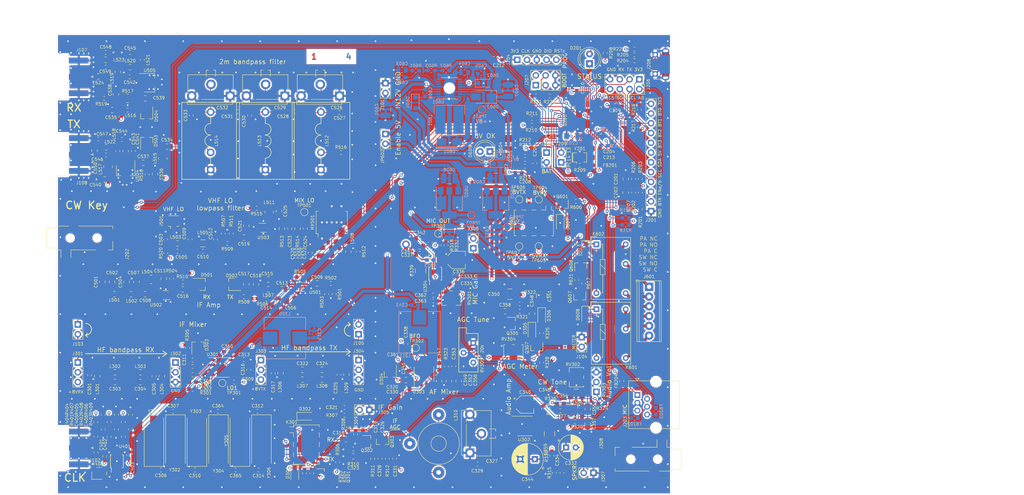
<source format=kicad_pcb>
(kicad_pcb (version 20171130) (host pcbnew 5.1.6)

  (general
    (thickness 1.6)
    (drawings 125)
    (tracks 2352)
    (zones 0)
    (modules 372)
    (nets 237)
  )

  (page A4)
  (layers
    (0 F.Cu signal)
    (1 In1.Cu signal)
    (2 In2.Cu signal)
    (31 B.Cu signal)
    (32 B.Adhes user hide)
    (33 F.Adhes user hide)
    (34 B.Paste user hide)
    (35 F.Paste user hide)
    (36 B.SilkS user)
    (37 F.SilkS user)
    (38 B.Mask user hide)
    (39 F.Mask user)
    (40 Dwgs.User user)
    (41 Cmts.User user hide)
    (42 Eco1.User user hide)
    (43 Eco2.User user hide)
    (44 Edge.Cuts user)
    (45 Margin user hide)
    (46 B.CrtYd user)
    (47 F.CrtYd user)
    (48 B.Fab user hide)
    (49 F.Fab user hide)
  )

  (setup
    (last_trace_width 0.3)
    (user_trace_width 0.2)
    (user_trace_width 0.3)
    (user_trace_width 0.8)
    (trace_clearance 0.2)
    (zone_clearance 0.4)
    (zone_45_only no)
    (trace_min 0.2)
    (via_size 0.8)
    (via_drill 0.4)
    (via_min_size 0.4)
    (via_min_drill 0.3)
    (user_via 0.8 0.4)
    (user_via 0.8 0.6)
    (uvia_size 0.3)
    (uvia_drill 0.1)
    (uvias_allowed no)
    (uvia_min_size 0.2)
    (uvia_min_drill 0.1)
    (edge_width 0.05)
    (segment_width 0.2)
    (pcb_text_width 0.3)
    (pcb_text_size 1.5 1.5)
    (mod_edge_width 0.1)
    (mod_text_size 0.8 0.8)
    (mod_text_width 0.1)
    (pad_size 1.524 1.524)
    (pad_drill 0.762)
    (pad_to_mask_clearance 0.051)
    (solder_mask_min_width 0.25)
    (aux_axis_origin 0 0)
    (visible_elements FFFFFF7F)
    (pcbplotparams
      (layerselection 0x010fc_ffffffff)
      (usegerberextensions false)
      (usegerberattributes false)
      (usegerberadvancedattributes false)
      (creategerberjobfile false)
      (excludeedgelayer true)
      (linewidth 0.100000)
      (plotframeref false)
      (viasonmask false)
      (mode 1)
      (useauxorigin false)
      (hpglpennumber 1)
      (hpglpenspeed 20)
      (hpglpendiameter 15.000000)
      (psnegative false)
      (psa4output false)
      (plotreference true)
      (plotvalue true)
      (plotinvisibletext false)
      (padsonsilk false)
      (subtractmaskfromsilk false)
      (outputformat 1)
      (mirror false)
      (drillshape 0)
      (scaleselection 1)
      (outputdirectory "out"))
  )

  (net 0 "")
  (net 1 /Control/ENC_B)
  (net 2 GND)
  (net 3 /Control/ENC_A)
  (net 4 +3V3)
  (net 5 "Net-(C205-Pad1)")
  (net 6 "Net-(C206-Pad1)")
  (net 7 "Net-(C207-Pad1)")
  (net 8 /Baseband/CW_TONE)
  (net 9 "Net-(C301-Pad2)")
  (net 10 "Net-(C302-Pad2)")
  (net 11 "Net-(C303-Pad2)")
  (net 12 "Net-(C304-Pad2)")
  (net 13 "Net-(C306-Pad2)")
  (net 14 "Net-(C307-Pad2)")
  (net 15 "Net-(C308-Pad2)")
  (net 16 "Net-(C308-Pad1)")
  (net 17 /Baseband/LO1)
  (net 18 "Net-(C309-Pad1)")
  (net 19 "Net-(C310-Pad2)")
  (net 20 "Net-(C311-Pad2)")
  (net 21 "Net-(C312-Pad2)")
  (net 22 "Net-(C313-Pad2)")
  (net 23 "Net-(C314-Pad2)")
  (net 24 +8V)
  (net 25 "Net-(C316-Pad2)")
  (net 26 "Net-(C316-Pad1)")
  (net 27 "Net-(C317-Pad2)")
  (net 28 "Net-(C318-Pad2)")
  (net 29 "Net-(C318-Pad1)")
  (net 30 "Net-(C320-Pad2)")
  (net 31 "Net-(C320-Pad1)")
  (net 32 "Net-(C321-Pad1)")
  (net 33 "Net-(C322-Pad2)")
  (net 34 "Net-(C323-Pad2)")
  (net 35 "Net-(C324-Pad2)")
  (net 36 "Net-(C327-Pad2)")
  (net 37 "Net-(C328-Pad2)")
  (net 38 "Net-(C330-Pad2)")
  (net 39 "Net-(C330-Pad1)")
  (net 40 +8VRX)
  (net 41 "Net-(C332-Pad1)")
  (net 42 "Net-(C333-Pad2)")
  (net 43 "Net-(C333-Pad1)")
  (net 44 "Net-(C334-Pad2)")
  (net 45 "Net-(C336-Pad1)")
  (net 46 "Net-(C337-Pad2)")
  (net 47 /Baseband/BFO)
  (net 48 "Net-(C338-Pad1)")
  (net 49 "Net-(C340-Pad2)")
  (net 50 "Net-(C340-Pad1)")
  (net 51 "Net-(C342-Pad2)")
  (net 52 "Net-(C344-Pad1)")
  (net 53 "Net-(C345-Pad2)")
  (net 54 "Net-(C346-Pad2)")
  (net 55 "Net-(C347-Pad2)")
  (net 56 "Net-(C347-Pad1)")
  (net 57 "Net-(C348-Pad2)")
  (net 58 "Net-(C348-Pad1)")
  (net 59 "Net-(C351-Pad1)")
  (net 60 "Net-(C352-Pad2)")
  (net 61 "Net-(C353-Pad1)")
  (net 62 "Net-(C354-Pad1)")
  (net 63 "Net-(C355-Pad2)")
  (net 64 "Net-(C355-Pad1)")
  (net 65 "Net-(C356-Pad2)")
  (net 66 "Net-(C358-Pad2)")
  (net 67 "Net-(C358-Pad1)")
  (net 68 "Net-(C401-Pad2)")
  (net 69 /Clock/REF_25MHz)
  (net 70 "Net-(C404-Pad2)")
  (net 71 "Net-(C404-Pad1)")
  (net 72 "Net-(C405-Pad2)")
  (net 73 "Net-(C405-Pad1)")
  (net 74 "Net-(C406-Pad2)")
  (net 75 "Net-(C406-Pad1)")
  (net 76 /HF_RX)
  (net 77 "Net-(C501-Pad1)")
  (net 78 /VHF_LO)
  (net 79 "Net-(C504-Pad1)")
  (net 80 "Net-(C505-Pad1)")
  (net 81 "Net-(C506-Pad2)")
  (net 82 "Net-(C506-Pad1)")
  (net 83 "Net-(C507-Pad1)")
  (net 84 "Net-(C508-Pad1)")
  (net 85 "Net-(C510-Pad1)")
  (net 86 "Net-(C511-Pad1)")
  (net 87 "Net-(C513-Pad2)")
  (net 88 "Net-(C513-Pad1)")
  (net 89 "Net-(C514-Pad1)")
  (net 90 "Net-(C516-Pad2)")
  (net 91 "Net-(C516-Pad1)")
  (net 92 "Net-(C517-Pad2)")
  (net 93 "Net-(C517-Pad1)")
  (net 94 "Net-(C519-Pad2)")
  (net 95 "Net-(C519-Pad1)")
  (net 96 "Net-(C520-Pad1)")
  (net 97 "Net-(C522-Pad2)")
  (net 98 "Net-(C522-Pad1)")
  (net 99 "Net-(C523-Pad2)")
  (net 100 "Net-(C523-Pad1)")
  (net 101 "Net-(C524-Pad2)")
  (net 102 "Net-(C524-Pad1)")
  (net 103 "Net-(C525-Pad1)")
  (net 104 "Net-(C526-Pad2)")
  (net 105 "Net-(C528-Pad2)")
  (net 106 "Net-(C531-Pad2)")
  (net 107 "Net-(C534-Pad2)")
  (net 108 "Net-(C534-Pad1)")
  (net 109 "Net-(C537-Pad2)")
  (net 110 "Net-(C537-Pad1)")
  (net 111 "Net-(C538-Pad2)")
  (net 112 "Net-(C539-Pad2)")
  (net 113 "Net-(C539-Pad1)")
  (net 114 "Net-(C541-Pad1)")
  (net 115 "Net-(C542-Pad2)")
  (net 116 "Net-(C542-Pad1)")
  (net 117 "Net-(C543-Pad1)")
  (net 118 "Net-(C545-Pad1)")
  (net 119 "Net-(C546-Pad1)")
  (net 120 "Net-(C548-Pad1)")
  (net 121 "Net-(C549-Pad2)")
  (net 122 "Net-(C549-Pad1)")
  (net 123 /VHF_TX)
  (net 124 +12V)
  (net 125 "Net-(C602-Pad1)")
  (net 126 "Net-(C603-Pad1)")
  (net 127 "Net-(C604-Pad1)")
  (net 128 "Net-(C605-Pad2)")
  (net 129 "Net-(C606-Pad2)")
  (net 130 "Net-(C606-Pad1)")
  (net 131 "Net-(C608-Pad1)")
  (net 132 "Net-(C609-Pad1)")
  (net 133 +5VA)
  (net 134 "Net-(D201-Pad2)")
  (net 135 /Control/RESETn)
  (net 136 "Net-(D301-Pad2)")
  (net 137 /Control/SEQ0n)
  (net 138 "Net-(D302-Pad1)")
  (net 139 "Net-(D603-Pad2)")
  (net 140 "Net-(D605-Pad1)")
  (net 141 /Control/SEQ2n)
  (net 142 /Baseband/METER)
  (net 143 /HF_TX)
  (net 144 /VHF_RX)
  (net 145 /Control/BTN0)
  (net 146 /Control/BTN1)
  (net 147 /Control/BTN2)
  (net 148 /Control/BTN3)
  (net 149 SDA)
  (net 150 SCL)
  (net 151 "Net-(J201-Pad4)")
  (net 152 "Net-(J201-Pad3)")
  (net 153 "Net-(J201-Pad2)")
  (net 154 /Control/MIC_SW2)
  (net 155 /Baseband/MIC)
  (net 156 /Control/MIC_SW1)
  (net 157 +8VTX)
  (net 158 "Net-(J601-Pad5)")
  (net 159 "Net-(J601-Pad4)")
  (net 160 "Net-(J601-Pad3)")
  (net 161 "Net-(J601-Pad2)")
  (net 162 "Net-(K301-Pad2)")
  (net 163 "Net-(K301-Pad4)")
  (net 164 "Net-(L512-Pad2)")
  (net 165 "Net-(L520-Pad2)")
  (net 166 "Net-(MX501-Pad3)")
  (net 167 "Net-(MX501-Pad6)")
  (net 168 "Net-(Q301-Pad1)")
  (net 169 "Net-(Q302-Pad3)")
  (net 170 "Net-(Q307-Pad2)")
  (net 171 "Net-(Q307-Pad1)")
  (net 172 "Net-(Q601-Pad1)")
  (net 173 "Net-(Q607-Pad1)")
  (net 174 /Control/ENC_BTN)
  (net 175 /Control/XTAL1)
  (net 176 /Control/XTAL2)
  (net 177 /Baseband/CW_KEYn)
  (net 178 "Net-(R319-Pad1)")
  (net 179 "Net-(R324-Pad1)")
  (net 180 /Baseband/MUTE_SPKR)
  (net 181 "Net-(R602-Pad1)")
  (net 182 "Net-(U401-Pad3)")
  (net 183 /IF_RX)
  (net 184 /IF_TX)
  (net 185 /Control/SEQ1n)
  (net 186 /AF_OUT)
  (net 187 "Net-(Q608-Pad1)")
  (net 188 "Net-(C362-Pad2)")
  (net 189 "Net-(C362-Pad1)")
  (net 190 "Net-(J601-Pad6)")
  (net 191 "Net-(J601-Pad1)")
  (net 192 /Baseband/MIC_SDn)
  (net 193 "Net-(R318-Pad2)")
  (net 194 "Net-(R332-Pad2)")
  (net 195 /Control/STATUSn)
  (net 196 /Control/PWM_CW)
  (net 197 "Net-(C359-Pad1)")
  (net 198 "Net-(C360-Pad1)")
  (net 199 "Net-(C361-Pad1)")
  (net 200 /Baseband/AGC)
  (net 201 "Net-(D607-Pad2)")
  (net 202 "Net-(D608-Pad2)")
  (net 203 "Net-(D613-Pad2)")
  (net 204 /Baseband/MIC_OUT)
  (net 205 "Net-(C204-Pad2)")
  (net 206 /Control/CW_RING)
  (net 207 /Control/CW_TIP)
  (net 208 /Control/SWDIO)
  (net 209 /Control/SWCLK)
  (net 210 "Net-(J205-Pad1)")
  (net 211 /Control/USART1_RX)
  (net 212 /Control/USART1_TX)
  (net 213 "Net-(J207-Pad4)")
  (net 214 "Net-(J207-Pad3)")
  (net 215 /Control/USB_DP)
  (net 216 /Control/USB_DM)
  (net 217 "Net-(R204-Pad2)")
  (net 218 "Net-(R205-Pad2)")
  (net 219 /Control/BOOT0)
  (net 220 /Control/BOOT1)
  (net 221 "Net-(C332-Pad2)")
  (net 222 "Net-(J307-Pad2)")
  (net 223 /Control/PB15)
  (net 224 /Control/I2C2_SDA)
  (net 225 /Control/I2C2_SCL)
  (net 226 /Control/PA0)
  (net 227 /Control/PC13)
  (net 228 /Control/PC14)
  (net 229 +5VTX)
  (net 230 +5VRX)
  (net 231 "Net-(C503-Pad1)")
  (net 232 "Net-(FB202-Pad1)")
  (net 233 "Net-(FB203-Pad1)")
  (net 234 "Net-(FB204-Pad1)")
  (net 235 "Net-(C364-Pad2)")
  (net 236 "Net-(C365-Pad2)")

  (net_class Default "This is the default net class."
    (clearance 0.2)
    (trace_width 0.2)
    (via_dia 0.8)
    (via_drill 0.4)
    (uvia_dia 0.3)
    (uvia_drill 0.1)
    (add_net +5VRX)
    (add_net +5VTX)
    (add_net /AF_OUT)
    (add_net /Baseband/AGC)
    (add_net /Baseband/BFO)
    (add_net /Baseband/CW_KEYn)
    (add_net /Baseband/CW_TONE)
    (add_net /Baseband/LO1)
    (add_net /Baseband/METER)
    (add_net /Baseband/MIC)
    (add_net /Baseband/MIC_OUT)
    (add_net /Baseband/MIC_SDn)
    (add_net /Baseband/MUTE_SPKR)
    (add_net /Clock/REF_25MHz)
    (add_net /Control/BOOT0)
    (add_net /Control/BOOT1)
    (add_net /Control/BTN0)
    (add_net /Control/BTN1)
    (add_net /Control/BTN2)
    (add_net /Control/BTN3)
    (add_net /Control/CW_RING)
    (add_net /Control/CW_TIP)
    (add_net /Control/ENC_A)
    (add_net /Control/ENC_B)
    (add_net /Control/ENC_BTN)
    (add_net /Control/I2C2_SCL)
    (add_net /Control/I2C2_SDA)
    (add_net /Control/MIC_SW1)
    (add_net /Control/MIC_SW2)
    (add_net /Control/PA0)
    (add_net /Control/PB15)
    (add_net /Control/PC13)
    (add_net /Control/PC14)
    (add_net /Control/PWM_CW)
    (add_net /Control/RESETn)
    (add_net /Control/SEQ0n)
    (add_net /Control/SEQ1n)
    (add_net /Control/SEQ2n)
    (add_net /Control/STATUSn)
    (add_net /Control/SWCLK)
    (add_net /Control/SWDIO)
    (add_net /Control/USART1_RX)
    (add_net /Control/USART1_TX)
    (add_net /Control/USB_DM)
    (add_net /Control/USB_DP)
    (add_net /Control/XTAL1)
    (add_net /Control/XTAL2)
    (add_net /HF_RX)
    (add_net /HF_TX)
    (add_net /IF_RX)
    (add_net /IF_TX)
    (add_net /VHF_LO)
    (add_net /VHF_RX)
    (add_net /VHF_TX)
    (add_net "Net-(C204-Pad2)")
    (add_net "Net-(C205-Pad1)")
    (add_net "Net-(C206-Pad1)")
    (add_net "Net-(C207-Pad1)")
    (add_net "Net-(C301-Pad2)")
    (add_net "Net-(C302-Pad2)")
    (add_net "Net-(C303-Pad2)")
    (add_net "Net-(C304-Pad2)")
    (add_net "Net-(C306-Pad2)")
    (add_net "Net-(C307-Pad2)")
    (add_net "Net-(C308-Pad1)")
    (add_net "Net-(C308-Pad2)")
    (add_net "Net-(C309-Pad1)")
    (add_net "Net-(C310-Pad2)")
    (add_net "Net-(C311-Pad2)")
    (add_net "Net-(C312-Pad2)")
    (add_net "Net-(C313-Pad2)")
    (add_net "Net-(C314-Pad2)")
    (add_net "Net-(C316-Pad1)")
    (add_net "Net-(C316-Pad2)")
    (add_net "Net-(C317-Pad2)")
    (add_net "Net-(C318-Pad1)")
    (add_net "Net-(C318-Pad2)")
    (add_net "Net-(C320-Pad1)")
    (add_net "Net-(C320-Pad2)")
    (add_net "Net-(C321-Pad1)")
    (add_net "Net-(C322-Pad2)")
    (add_net "Net-(C323-Pad2)")
    (add_net "Net-(C324-Pad2)")
    (add_net "Net-(C327-Pad2)")
    (add_net "Net-(C328-Pad2)")
    (add_net "Net-(C330-Pad1)")
    (add_net "Net-(C330-Pad2)")
    (add_net "Net-(C332-Pad1)")
    (add_net "Net-(C332-Pad2)")
    (add_net "Net-(C333-Pad1)")
    (add_net "Net-(C333-Pad2)")
    (add_net "Net-(C334-Pad2)")
    (add_net "Net-(C336-Pad1)")
    (add_net "Net-(C337-Pad2)")
    (add_net "Net-(C338-Pad1)")
    (add_net "Net-(C340-Pad1)")
    (add_net "Net-(C340-Pad2)")
    (add_net "Net-(C342-Pad2)")
    (add_net "Net-(C344-Pad1)")
    (add_net "Net-(C345-Pad2)")
    (add_net "Net-(C346-Pad2)")
    (add_net "Net-(C347-Pad1)")
    (add_net "Net-(C347-Pad2)")
    (add_net "Net-(C348-Pad1)")
    (add_net "Net-(C348-Pad2)")
    (add_net "Net-(C351-Pad1)")
    (add_net "Net-(C352-Pad2)")
    (add_net "Net-(C353-Pad1)")
    (add_net "Net-(C354-Pad1)")
    (add_net "Net-(C355-Pad1)")
    (add_net "Net-(C355-Pad2)")
    (add_net "Net-(C356-Pad2)")
    (add_net "Net-(C358-Pad1)")
    (add_net "Net-(C358-Pad2)")
    (add_net "Net-(C359-Pad1)")
    (add_net "Net-(C360-Pad1)")
    (add_net "Net-(C361-Pad1)")
    (add_net "Net-(C362-Pad1)")
    (add_net "Net-(C362-Pad2)")
    (add_net "Net-(C364-Pad2)")
    (add_net "Net-(C365-Pad2)")
    (add_net "Net-(C401-Pad2)")
    (add_net "Net-(C404-Pad1)")
    (add_net "Net-(C404-Pad2)")
    (add_net "Net-(C405-Pad1)")
    (add_net "Net-(C405-Pad2)")
    (add_net "Net-(C406-Pad1)")
    (add_net "Net-(C406-Pad2)")
    (add_net "Net-(C501-Pad1)")
    (add_net "Net-(C503-Pad1)")
    (add_net "Net-(C504-Pad1)")
    (add_net "Net-(C505-Pad1)")
    (add_net "Net-(C506-Pad1)")
    (add_net "Net-(C506-Pad2)")
    (add_net "Net-(C507-Pad1)")
    (add_net "Net-(C508-Pad1)")
    (add_net "Net-(C510-Pad1)")
    (add_net "Net-(C511-Pad1)")
    (add_net "Net-(C513-Pad1)")
    (add_net "Net-(C513-Pad2)")
    (add_net "Net-(C514-Pad1)")
    (add_net "Net-(C516-Pad1)")
    (add_net "Net-(C516-Pad2)")
    (add_net "Net-(C517-Pad1)")
    (add_net "Net-(C517-Pad2)")
    (add_net "Net-(C519-Pad1)")
    (add_net "Net-(C519-Pad2)")
    (add_net "Net-(C520-Pad1)")
    (add_net "Net-(C522-Pad1)")
    (add_net "Net-(C522-Pad2)")
    (add_net "Net-(C523-Pad1)")
    (add_net "Net-(C523-Pad2)")
    (add_net "Net-(C524-Pad1)")
    (add_net "Net-(C524-Pad2)")
    (add_net "Net-(C525-Pad1)")
    (add_net "Net-(C526-Pad2)")
    (add_net "Net-(C528-Pad2)")
    (add_net "Net-(C531-Pad2)")
    (add_net "Net-(C534-Pad1)")
    (add_net "Net-(C534-Pad2)")
    (add_net "Net-(C537-Pad1)")
    (add_net "Net-(C537-Pad2)")
    (add_net "Net-(C538-Pad2)")
    (add_net "Net-(C539-Pad1)")
    (add_net "Net-(C539-Pad2)")
    (add_net "Net-(C541-Pad1)")
    (add_net "Net-(C542-Pad1)")
    (add_net "Net-(C542-Pad2)")
    (add_net "Net-(C543-Pad1)")
    (add_net "Net-(C545-Pad1)")
    (add_net "Net-(C546-Pad1)")
    (add_net "Net-(C548-Pad1)")
    (add_net "Net-(C549-Pad1)")
    (add_net "Net-(C549-Pad2)")
    (add_net "Net-(C602-Pad1)")
    (add_net "Net-(C603-Pad1)")
    (add_net "Net-(C604-Pad1)")
    (add_net "Net-(C605-Pad2)")
    (add_net "Net-(C606-Pad1)")
    (add_net "Net-(C606-Pad2)")
    (add_net "Net-(C608-Pad1)")
    (add_net "Net-(C609-Pad1)")
    (add_net "Net-(D201-Pad2)")
    (add_net "Net-(D301-Pad2)")
    (add_net "Net-(D302-Pad1)")
    (add_net "Net-(D603-Pad2)")
    (add_net "Net-(D605-Pad1)")
    (add_net "Net-(D607-Pad2)")
    (add_net "Net-(D608-Pad2)")
    (add_net "Net-(D613-Pad2)")
    (add_net "Net-(FB202-Pad1)")
    (add_net "Net-(FB203-Pad1)")
    (add_net "Net-(FB204-Pad1)")
    (add_net "Net-(J201-Pad2)")
    (add_net "Net-(J201-Pad3)")
    (add_net "Net-(J201-Pad4)")
    (add_net "Net-(J205-Pad1)")
    (add_net "Net-(J207-Pad3)")
    (add_net "Net-(J207-Pad4)")
    (add_net "Net-(J307-Pad2)")
    (add_net "Net-(J601-Pad1)")
    (add_net "Net-(J601-Pad2)")
    (add_net "Net-(J601-Pad3)")
    (add_net "Net-(J601-Pad4)")
    (add_net "Net-(J601-Pad5)")
    (add_net "Net-(J601-Pad6)")
    (add_net "Net-(K301-Pad2)")
    (add_net "Net-(K301-Pad4)")
    (add_net "Net-(L512-Pad2)")
    (add_net "Net-(L520-Pad2)")
    (add_net "Net-(MX501-Pad3)")
    (add_net "Net-(MX501-Pad6)")
    (add_net "Net-(Q301-Pad1)")
    (add_net "Net-(Q302-Pad3)")
    (add_net "Net-(Q307-Pad1)")
    (add_net "Net-(Q307-Pad2)")
    (add_net "Net-(Q601-Pad1)")
    (add_net "Net-(Q607-Pad1)")
    (add_net "Net-(Q608-Pad1)")
    (add_net "Net-(R204-Pad2)")
    (add_net "Net-(R205-Pad2)")
    (add_net "Net-(R318-Pad2)")
    (add_net "Net-(R319-Pad1)")
    (add_net "Net-(R324-Pad1)")
    (add_net "Net-(R332-Pad2)")
    (add_net "Net-(R602-Pad1)")
    (add_net "Net-(U401-Pad3)")
    (add_net SCL)
    (add_net SDA)
  )

  (net_class Power ""
    (clearance 0.2)
    (trace_width 0.8)
    (via_dia 0.8)
    (via_drill 0.6)
    (uvia_dia 0.3)
    (uvia_drill 0.1)
    (add_net +12V)
    (add_net +3V3)
    (add_net +5VA)
    (add_net +8V)
    (add_net +8VRX)
    (add_net +8VTX)
    (add_net GND)
  )

  (module Crystal:Crystal_SMD_HC49-SD (layer F.Cu) (tedit 5A1AD52C) (tstamp 5EFC0F2C)
    (at 83.312 135.89 270)
    (descr "SMD Crystal HC-49-SD http://cdn-reichelt.de/documents/datenblatt/B400/xxx-HC49-SMD.pdf, 11.4x4.7mm^2 package")
    (tags "SMD SMT crystal")
    (path /5E3088F9/5F0985BB)
    (attr smd)
    (fp_text reference Y306 (at 8.36 -1.938 270) (layer F.SilkS)
      (effects (font (size 0.8 0.8) (thickness 0.1)))
    )
    (fp_text value 4.915MHz (at 0 3.55 90) (layer F.Fab)
      (effects (font (size 1 1) (thickness 0.15)))
    )
    (fp_arc (start 3.015 0) (end 3.015 -2.115) (angle 180) (layer F.Fab) (width 0.1))
    (fp_arc (start -3.015 0) (end -3.015 -2.115) (angle -180) (layer F.Fab) (width 0.1))
    (fp_text user %R (at 0 0 90) (layer F.Fab)
      (effects (font (size 1 1) (thickness 0.15)))
    )
    (fp_line (start -5.7 -2.35) (end -5.7 2.35) (layer F.Fab) (width 0.1))
    (fp_line (start -5.7 2.35) (end 5.7 2.35) (layer F.Fab) (width 0.1))
    (fp_line (start 5.7 2.35) (end 5.7 -2.35) (layer F.Fab) (width 0.1))
    (fp_line (start 5.7 -2.35) (end -5.7 -2.35) (layer F.Fab) (width 0.1))
    (fp_line (start -3.015 -2.115) (end 3.015 -2.115) (layer F.Fab) (width 0.1))
    (fp_line (start -3.015 2.115) (end 3.015 2.115) (layer F.Fab) (width 0.1))
    (fp_line (start 5.9 -2.55) (end -6.7 -2.55) (layer F.SilkS) (width 0.12))
    (fp_line (start -6.7 -2.55) (end -6.7 2.55) (layer F.SilkS) (width 0.12))
    (fp_line (start -6.7 2.55) (end 5.9 2.55) (layer F.SilkS) (width 0.12))
    (fp_line (start -6.8 -2.6) (end -6.8 2.6) (layer F.CrtYd) (width 0.05))
    (fp_line (start -6.8 2.6) (end 6.8 2.6) (layer F.CrtYd) (width 0.05))
    (fp_line (start 6.8 2.6) (end 6.8 -2.6) (layer F.CrtYd) (width 0.05))
    (fp_line (start 6.8 -2.6) (end -6.8 -2.6) (layer F.CrtYd) (width 0.05))
    (pad 2 smd rect (at 4.25 0 270) (size 4.5 2) (layers F.Cu F.Paste F.Mask)
      (net 23 "Net-(C314-Pad2)"))
    (pad 1 smd rect (at -4.25 0 270) (size 4.5 2) (layers F.Cu F.Paste F.Mask)
      (net 21 "Net-(C312-Pad2)"))
    (model ${KISYS3DMOD}/Crystal.3dshapes/Crystal_SMD_HC49-SD.wrl
      (at (xyz 0 0 0))
      (scale (xyz 1 1 1))
      (rotate (xyz 0 0 0))
    )
  )

  (module Crystal:Crystal_SMD_HC49-SD (layer F.Cu) (tedit 5A1AD52C) (tstamp 5EFC0F16)
    (at 77.724 135.89 90)
    (descr "SMD Crystal HC-49-SD http://cdn-reichelt.de/documents/datenblatt/B400/xxx-HC49-SMD.pdf, 11.4x4.7mm^2 package")
    (tags "SMD SMT crystal")
    (path /5E3088F9/5F098134)
    (attr smd)
    (fp_text reference Y305 (at 0 -3.55 90) (layer F.SilkS)
      (effects (font (size 0.8 0.8) (thickness 0.1)))
    )
    (fp_text value 4.915MHz (at 0 3.55 90) (layer F.Fab)
      (effects (font (size 1 1) (thickness 0.15)))
    )
    (fp_arc (start 3.015 0) (end 3.015 -2.115) (angle 180) (layer F.Fab) (width 0.1))
    (fp_arc (start -3.015 0) (end -3.015 -2.115) (angle -180) (layer F.Fab) (width 0.1))
    (fp_text user %R (at 0 0 90) (layer F.Fab)
      (effects (font (size 1 1) (thickness 0.15)))
    )
    (fp_line (start -5.7 -2.35) (end -5.7 2.35) (layer F.Fab) (width 0.1))
    (fp_line (start -5.7 2.35) (end 5.7 2.35) (layer F.Fab) (width 0.1))
    (fp_line (start 5.7 2.35) (end 5.7 -2.35) (layer F.Fab) (width 0.1))
    (fp_line (start 5.7 -2.35) (end -5.7 -2.35) (layer F.Fab) (width 0.1))
    (fp_line (start -3.015 -2.115) (end 3.015 -2.115) (layer F.Fab) (width 0.1))
    (fp_line (start -3.015 2.115) (end 3.015 2.115) (layer F.Fab) (width 0.1))
    (fp_line (start 5.9 -2.55) (end -6.7 -2.55) (layer F.SilkS) (width 0.12))
    (fp_line (start -6.7 -2.55) (end -6.7 2.55) (layer F.SilkS) (width 0.12))
    (fp_line (start -6.7 2.55) (end 5.9 2.55) (layer F.SilkS) (width 0.12))
    (fp_line (start -6.8 -2.6) (end -6.8 2.6) (layer F.CrtYd) (width 0.05))
    (fp_line (start -6.8 2.6) (end 6.8 2.6) (layer F.CrtYd) (width 0.05))
    (fp_line (start 6.8 2.6) (end 6.8 -2.6) (layer F.CrtYd) (width 0.05))
    (fp_line (start 6.8 -2.6) (end -6.8 -2.6) (layer F.CrtYd) (width 0.05))
    (pad 2 smd rect (at 4.25 0 90) (size 4.5 2) (layers F.Cu F.Paste F.Mask)
      (net 21 "Net-(C312-Pad2)"))
    (pad 1 smd rect (at -4.25 0 90) (size 4.5 2) (layers F.Cu F.Paste F.Mask)
      (net 236 "Net-(C365-Pad2)"))
    (model ${KISYS3DMOD}/Crystal.3dshapes/Crystal_SMD_HC49-SD.wrl
      (at (xyz 0 0 0))
      (scale (xyz 1 1 1))
      (rotate (xyz 0 0 0))
    )
  )

  (module Capacitor_SMD:C_0603_1608Metric_Pad1.05x0.95mm_HandSolder (layer F.Cu) (tedit 5B301BBE) (tstamp 5EFBE460)
    (at 76.595 143.51)
    (descr "Capacitor SMD 0603 (1608 Metric), square (rectangular) end terminal, IPC_7351 nominal with elongated pad for handsoldering. (Body size source: http://www.tortai-tech.com/upload/download/2011102023233369053.pdf), generated with kicad-footprint-generator")
    (tags "capacitor handsolder")
    (path /5E3088F9/5F0E6C4F)
    (attr smd)
    (fp_text reference C365 (at 0.005 1.49) (layer F.SilkS)
      (effects (font (size 0.8 0.8) (thickness 0.1)))
    )
    (fp_text value 47pF (at 0 1.43) (layer F.Fab)
      (effects (font (size 1 1) (thickness 0.15)))
    )
    (fp_text user %R (at 0 0) (layer F.Fab)
      (effects (font (size 0.4 0.4) (thickness 0.06)))
    )
    (fp_line (start -0.8 0.4) (end -0.8 -0.4) (layer F.Fab) (width 0.1))
    (fp_line (start -0.8 -0.4) (end 0.8 -0.4) (layer F.Fab) (width 0.1))
    (fp_line (start 0.8 -0.4) (end 0.8 0.4) (layer F.Fab) (width 0.1))
    (fp_line (start 0.8 0.4) (end -0.8 0.4) (layer F.Fab) (width 0.1))
    (fp_line (start -0.171267 -0.51) (end 0.171267 -0.51) (layer F.SilkS) (width 0.12))
    (fp_line (start -0.171267 0.51) (end 0.171267 0.51) (layer F.SilkS) (width 0.12))
    (fp_line (start -1.65 0.73) (end -1.65 -0.73) (layer F.CrtYd) (width 0.05))
    (fp_line (start -1.65 -0.73) (end 1.65 -0.73) (layer F.CrtYd) (width 0.05))
    (fp_line (start 1.65 -0.73) (end 1.65 0.73) (layer F.CrtYd) (width 0.05))
    (fp_line (start 1.65 0.73) (end -1.65 0.73) (layer F.CrtYd) (width 0.05))
    (pad 2 smd roundrect (at 0.875 0) (size 1.05 0.95) (layers F.Cu F.Paste F.Mask) (roundrect_rratio 0.25)
      (net 236 "Net-(C365-Pad2)"))
    (pad 1 smd roundrect (at -0.875 0) (size 1.05 0.95) (layers F.Cu F.Paste F.Mask) (roundrect_rratio 0.25)
      (net 2 GND))
    (model ${KISYS3DMOD}/Capacitor_SMD.3dshapes/C_0603_1608Metric.wrl
      (at (xyz 0 0 0))
      (scale (xyz 1 1 1))
      (rotate (xyz 0 0 0))
    )
  )

  (module Capacitor_SMD:C_0603_1608Metric_Pad1.05x0.95mm_HandSolder (layer F.Cu) (tedit 5B301BBE) (tstamp 5EFBE44F)
    (at 71.995 128.27)
    (descr "Capacitor SMD 0603 (1608 Metric), square (rectangular) end terminal, IPC_7351 nominal with elongated pad for handsoldering. (Body size source: http://www.tortai-tech.com/upload/download/2011102023233369053.pdf), generated with kicad-footprint-generator")
    (tags "capacitor handsolder")
    (path /5E3088F9/5F0E67AE)
    (attr smd)
    (fp_text reference C364 (at 0 -1.43) (layer F.SilkS)
      (effects (font (size 0.8 0.8) (thickness 0.1)))
    )
    (fp_text value 47pF (at 0 1.43) (layer F.Fab)
      (effects (font (size 1 1) (thickness 0.15)))
    )
    (fp_text user %R (at 0 0) (layer F.Fab)
      (effects (font (size 0.4 0.4) (thickness 0.06)))
    )
    (fp_line (start -0.8 0.4) (end -0.8 -0.4) (layer F.Fab) (width 0.1))
    (fp_line (start -0.8 -0.4) (end 0.8 -0.4) (layer F.Fab) (width 0.1))
    (fp_line (start 0.8 -0.4) (end 0.8 0.4) (layer F.Fab) (width 0.1))
    (fp_line (start 0.8 0.4) (end -0.8 0.4) (layer F.Fab) (width 0.1))
    (fp_line (start -0.171267 -0.51) (end 0.171267 -0.51) (layer F.SilkS) (width 0.12))
    (fp_line (start -0.171267 0.51) (end 0.171267 0.51) (layer F.SilkS) (width 0.12))
    (fp_line (start -1.65 0.73) (end -1.65 -0.73) (layer F.CrtYd) (width 0.05))
    (fp_line (start -1.65 -0.73) (end 1.65 -0.73) (layer F.CrtYd) (width 0.05))
    (fp_line (start 1.65 -0.73) (end 1.65 0.73) (layer F.CrtYd) (width 0.05))
    (fp_line (start 1.65 0.73) (end -1.65 0.73) (layer F.CrtYd) (width 0.05))
    (pad 2 smd roundrect (at 0.875 0) (size 1.05 0.95) (layers F.Cu F.Paste F.Mask) (roundrect_rratio 0.25)
      (net 235 "Net-(C364-Pad2)"))
    (pad 1 smd roundrect (at -0.875 0) (size 1.05 0.95) (layers F.Cu F.Paste F.Mask) (roundrect_rratio 0.25)
      (net 2 GND))
    (model ${KISYS3DMOD}/Capacitor_SMD.3dshapes/C_0603_1608Metric.wrl
      (at (xyz 0 0 0))
      (scale (xyz 1 1 1))
      (rotate (xyz 0 0 0))
    )
  )

  (module Inductor_SMD:L_0603_1608Metric_Pad1.05x0.95mm_HandSolder (layer F.Cu) (tedit 5B301BBE) (tstamp 5EFB59B3)
    (at 177.038 120.396 90)
    (descr "Capacitor SMD 0603 (1608 Metric), square (rectangular) end terminal, IPC_7351 nominal with elongated pad for handsoldering. (Body size source: http://www.tortai-tech.com/upload/download/2011102023233369053.pdf), generated with kicad-footprint-generator")
    (tags "inductor handsolder")
    (path /5E2FA006/5EFC17B0)
    (attr smd)
    (fp_text reference FB204 (at 0 -1.43 270) (layer F.SilkS)
      (effects (font (size 0.8 0.8) (thickness 0.1)))
    )
    (fp_text value BLM18BB221SN1D (at 0 1.43 270) (layer F.Fab)
      (effects (font (size 1 1) (thickness 0.15)))
    )
    (fp_text user %R (at 0 0 270) (layer F.Fab)
      (effects (font (size 0.4 0.4) (thickness 0.06)))
    )
    (fp_line (start -0.8 0.4) (end -0.8 -0.4) (layer F.Fab) (width 0.1))
    (fp_line (start -0.8 -0.4) (end 0.8 -0.4) (layer F.Fab) (width 0.1))
    (fp_line (start 0.8 -0.4) (end 0.8 0.4) (layer F.Fab) (width 0.1))
    (fp_line (start 0.8 0.4) (end -0.8 0.4) (layer F.Fab) (width 0.1))
    (fp_line (start -0.171267 -0.51) (end 0.171267 -0.51) (layer F.SilkS) (width 0.12))
    (fp_line (start -0.171267 0.51) (end 0.171267 0.51) (layer F.SilkS) (width 0.12))
    (fp_line (start -1.65 0.73) (end -1.65 -0.73) (layer F.CrtYd) (width 0.05))
    (fp_line (start -1.65 -0.73) (end 1.65 -0.73) (layer F.CrtYd) (width 0.05))
    (fp_line (start 1.65 -0.73) (end 1.65 0.73) (layer F.CrtYd) (width 0.05))
    (fp_line (start 1.65 0.73) (end -1.65 0.73) (layer F.CrtYd) (width 0.05))
    (pad 2 smd roundrect (at 0.875 0 90) (size 1.05 0.95) (layers F.Cu F.Paste F.Mask) (roundrect_rratio 0.25)
      (net 156 /Control/MIC_SW1))
    (pad 1 smd roundrect (at -0.875 0 90) (size 1.05 0.95) (layers F.Cu F.Paste F.Mask) (roundrect_rratio 0.25)
      (net 234 "Net-(FB204-Pad1)"))
    (model ${KISYS3DMOD}/Inductor_SMD.3dshapes/L_0603_1608Metric.wrl
      (at (xyz 0 0 0))
      (scale (xyz 1 1 1))
      (rotate (xyz 0 0 0))
    )
  )

  (module Inductor_SMD:L_0603_1608Metric_Pad1.05x0.95mm_HandSolder (layer B.Cu) (tedit 5B301BBE) (tstamp 5EFB59A2)
    (at 185.928 128.27 90)
    (descr "Capacitor SMD 0603 (1608 Metric), square (rectangular) end terminal, IPC_7351 nominal with elongated pad for handsoldering. (Body size source: http://www.tortai-tech.com/upload/download/2011102023233369053.pdf), generated with kicad-footprint-generator")
    (tags "inductor handsolder")
    (path /5E2FA006/5EFB83E1)
    (attr smd)
    (fp_text reference FB203 (at 0 1.43 90) (layer B.SilkS)
      (effects (font (size 0.8 0.8) (thickness 0.1)) (justify mirror))
    )
    (fp_text value BLM18BB221SN1D (at 0 -1.43 90) (layer B.Fab)
      (effects (font (size 1 1) (thickness 0.15)) (justify mirror))
    )
    (fp_text user %R (at 0 0 90) (layer B.Fab)
      (effects (font (size 0.4 0.4) (thickness 0.06)) (justify mirror))
    )
    (fp_line (start -0.8 -0.4) (end -0.8 0.4) (layer B.Fab) (width 0.1))
    (fp_line (start -0.8 0.4) (end 0.8 0.4) (layer B.Fab) (width 0.1))
    (fp_line (start 0.8 0.4) (end 0.8 -0.4) (layer B.Fab) (width 0.1))
    (fp_line (start 0.8 -0.4) (end -0.8 -0.4) (layer B.Fab) (width 0.1))
    (fp_line (start -0.171267 0.51) (end 0.171267 0.51) (layer B.SilkS) (width 0.12))
    (fp_line (start -0.171267 -0.51) (end 0.171267 -0.51) (layer B.SilkS) (width 0.12))
    (fp_line (start -1.65 -0.73) (end -1.65 0.73) (layer B.CrtYd) (width 0.05))
    (fp_line (start -1.65 0.73) (end 1.65 0.73) (layer B.CrtYd) (width 0.05))
    (fp_line (start 1.65 0.73) (end 1.65 -0.73) (layer B.CrtYd) (width 0.05))
    (fp_line (start 1.65 -0.73) (end -1.65 -0.73) (layer B.CrtYd) (width 0.05))
    (pad 2 smd roundrect (at 0.875 0 90) (size 1.05 0.95) (layers B.Cu B.Paste B.Mask) (roundrect_rratio 0.25)
      (net 154 /Control/MIC_SW2))
    (pad 1 smd roundrect (at -0.875 0 90) (size 1.05 0.95) (layers B.Cu B.Paste B.Mask) (roundrect_rratio 0.25)
      (net 233 "Net-(FB203-Pad1)"))
    (model ${KISYS3DMOD}/Inductor_SMD.3dshapes/L_0603_1608Metric.wrl
      (at (xyz 0 0 0))
      (scale (xyz 1 1 1))
      (rotate (xyz 0 0 0))
    )
  )

  (module Inductor_SMD:L_0603_1608Metric_Pad1.05x0.95mm_HandSolder (layer B.Cu) (tedit 5B301BBE) (tstamp 5EFB5991)
    (at 180.34 130.048 180)
    (descr "Capacitor SMD 0603 (1608 Metric), square (rectangular) end terminal, IPC_7351 nominal with elongated pad for handsoldering. (Body size source: http://www.tortai-tech.com/upload/download/2011102023233369053.pdf), generated with kicad-footprint-generator")
    (tags "inductor handsolder")
    (path /5E2FA006/5EFD660C)
    (attr smd)
    (fp_text reference FB202 (at 0 -1.524) (layer B.SilkS)
      (effects (font (size 0.8 0.8) (thickness 0.1)) (justify mirror))
    )
    (fp_text value BLM18BB221SN1D (at 0 -1.43) (layer B.Fab)
      (effects (font (size 1 1) (thickness 0.15)) (justify mirror))
    )
    (fp_text user %R (at 0 0) (layer B.Fab)
      (effects (font (size 0.4 0.4) (thickness 0.06)) (justify mirror))
    )
    (fp_line (start -0.8 -0.4) (end -0.8 0.4) (layer B.Fab) (width 0.1))
    (fp_line (start -0.8 0.4) (end 0.8 0.4) (layer B.Fab) (width 0.1))
    (fp_line (start 0.8 0.4) (end 0.8 -0.4) (layer B.Fab) (width 0.1))
    (fp_line (start 0.8 -0.4) (end -0.8 -0.4) (layer B.Fab) (width 0.1))
    (fp_line (start -0.171267 0.51) (end 0.171267 0.51) (layer B.SilkS) (width 0.12))
    (fp_line (start -0.171267 -0.51) (end 0.171267 -0.51) (layer B.SilkS) (width 0.12))
    (fp_line (start -1.65 -0.73) (end -1.65 0.73) (layer B.CrtYd) (width 0.05))
    (fp_line (start -1.65 0.73) (end 1.65 0.73) (layer B.CrtYd) (width 0.05))
    (fp_line (start 1.65 0.73) (end 1.65 -0.73) (layer B.CrtYd) (width 0.05))
    (fp_line (start 1.65 -0.73) (end -1.65 -0.73) (layer B.CrtYd) (width 0.05))
    (pad 2 smd roundrect (at 0.875 0 180) (size 1.05 0.95) (layers B.Cu B.Paste B.Mask) (roundrect_rratio 0.25)
      (net 24 +8V))
    (pad 1 smd roundrect (at -0.875 0 180) (size 1.05 0.95) (layers B.Cu B.Paste B.Mask) (roundrect_rratio 0.25)
      (net 232 "Net-(FB202-Pad1)"))
    (model ${KISYS3DMOD}/Inductor_SMD.3dshapes/L_0603_1608Metric.wrl
      (at (xyz 0 0 0))
      (scale (xyz 1 1 1))
      (rotate (xyz 0 0 0))
    )
  )

  (module Resistor_SMD:R_0603_1608Metric_Pad1.05x0.95mm_HandSolder (layer F.Cu) (tedit 5B301BBD) (tstamp 5EF53B3B)
    (at 58.42 87.122 270)
    (descr "Resistor SMD 0603 (1608 Metric), square (rectangular) end terminal, IPC_7351 nominal with elongated pad for handsoldering. (Body size source: http://www.tortai-tech.com/upload/download/2011102023233369053.pdf), generated with kicad-footprint-generator")
    (tags "resistor handsolder")
    (path /5E4C0E28/5EFFF3CD)
    (attr smd)
    (fp_text reference R520 (at 0 1.27 90) (layer F.SilkS)
      (effects (font (size 0.8 0.8) (thickness 0.1)))
    )
    (fp_text value 0 (at 0 1.43 90) (layer F.Fab)
      (effects (font (size 1 1) (thickness 0.15)))
    )
    (fp_line (start 1.65 0.73) (end -1.65 0.73) (layer F.CrtYd) (width 0.05))
    (fp_line (start 1.65 -0.73) (end 1.65 0.73) (layer F.CrtYd) (width 0.05))
    (fp_line (start -1.65 -0.73) (end 1.65 -0.73) (layer F.CrtYd) (width 0.05))
    (fp_line (start -1.65 0.73) (end -1.65 -0.73) (layer F.CrtYd) (width 0.05))
    (fp_line (start -0.171267 0.51) (end 0.171267 0.51) (layer F.SilkS) (width 0.12))
    (fp_line (start -0.171267 -0.51) (end 0.171267 -0.51) (layer F.SilkS) (width 0.12))
    (fp_line (start 0.8 0.4) (end -0.8 0.4) (layer F.Fab) (width 0.1))
    (fp_line (start 0.8 -0.4) (end 0.8 0.4) (layer F.Fab) (width 0.1))
    (fp_line (start -0.8 -0.4) (end 0.8 -0.4) (layer F.Fab) (width 0.1))
    (fp_line (start -0.8 0.4) (end -0.8 -0.4) (layer F.Fab) (width 0.1))
    (fp_text user %R (at 0 0 90) (layer F.Fab)
      (effects (font (size 0.4 0.4) (thickness 0.06)))
    )
    (pad 2 smd roundrect (at 0.875 0 270) (size 1.05 0.95) (layers F.Cu F.Paste F.Mask) (roundrect_rratio 0.25)
      (net 78 /VHF_LO))
    (pad 1 smd roundrect (at -0.875 0 270) (size 1.05 0.95) (layers F.Cu F.Paste F.Mask) (roundrect_rratio 0.25)
      (net 231 "Net-(C503-Pad1)"))
    (model ${KISYS3DMOD}/Resistor_SMD.3dshapes/R_0603_1608Metric.wrl
      (at (xyz 0 0 0))
      (scale (xyz 1 1 1))
      (rotate (xyz 0 0 0))
    )
  )

  (module Connector_Coaxial:U.FL_Hirose_U.FL-R-SMT-1_Vertical (layer F.Cu) (tedit 5A1DBFC3) (tstamp 5EF528FE)
    (at 60.452 79.248 90)
    (descr "Hirose U.FL Coaxial https://www.hirose.com/product/en/products/U.FL/U.FL-R-SMT-1%2810%29/")
    (tags "Hirose U.FL Coaxial")
    (path /5E4C0E28/5EFC99BC)
    (attr smd)
    (fp_text reference J501 (at 0.475 -3.2 90) (layer F.SilkS)
      (effects (font (size 0.8 0.8) (thickness 0.1)))
    )
    (fp_text value "VHF LO" (at 3.556 0 180) (layer F.SilkS)
      (effects (font (size 1 1) (thickness 0.15)))
    )
    (fp_line (start -1.32 -1) (end -2.02 -1) (layer F.CrtYd) (width 0.05))
    (fp_line (start -1.32 1.8) (end -1.32 1) (layer F.CrtYd) (width 0.05))
    (fp_line (start -1.32 -1.8) (end -1.12 -1.8) (layer F.CrtYd) (width 0.05))
    (fp_line (start -1.12 -1.8) (end -1.12 -2.5) (layer F.CrtYd) (width 0.05))
    (fp_line (start 2.08 -2.5) (end -1.12 -2.5) (layer F.CrtYd) (width 0.05))
    (fp_line (start -1.32 -1) (end -1.32 -1.8) (layer F.CrtYd) (width 0.05))
    (fp_line (start 2.08 -1.8) (end 2.08 -2.5) (layer F.CrtYd) (width 0.05))
    (fp_line (start 2.08 -1.8) (end 2.28 -1.8) (layer F.CrtYd) (width 0.05))
    (fp_line (start -0.885 -1.4) (end -0.885 -0.76) (layer F.SilkS) (width 0.12))
    (fp_line (start -0.425 1.5) (end -0.425 1.3) (layer F.Fab) (width 0.1))
    (fp_line (start -0.425 1.3) (end -0.825 1.3) (layer F.Fab) (width 0.1))
    (fp_line (start -0.825 0.3) (end -0.825 1.3) (layer F.Fab) (width 0.1))
    (fp_line (start -1.075 0.3) (end -0.825 0.3) (layer F.Fab) (width 0.1))
    (fp_line (start -1.075 0.3) (end -1.075 -0.15) (layer F.Fab) (width 0.1))
    (fp_line (start -0.925 -0.3) (end -0.825 -0.3) (layer F.Fab) (width 0.1))
    (fp_line (start -0.825 -0.3) (end -0.825 -1.3) (layer F.Fab) (width 0.1))
    (fp_line (start -0.425 -1.5) (end -0.425 -1.3) (layer F.Fab) (width 0.1))
    (fp_line (start -0.425 -1.3) (end -0.825 -1.3) (layer F.Fab) (width 0.1))
    (fp_line (start -0.425 1.5) (end 1.375 1.5) (layer F.Fab) (width 0.1))
    (fp_line (start 1.375 1.5) (end 1.375 1.3) (layer F.Fab) (width 0.1))
    (fp_line (start 1.775 1.3) (end 1.375 1.3) (layer F.Fab) (width 0.1))
    (fp_line (start 1.775 -1.3) (end 1.775 1.3) (layer F.Fab) (width 0.1))
    (fp_line (start -0.425 -1.5) (end 1.375 -1.5) (layer F.Fab) (width 0.1))
    (fp_line (start 1.375 -1.5) (end 1.375 -1.3) (layer F.Fab) (width 0.1))
    (fp_line (start 1.775 -1.3) (end 1.375 -1.3) (layer F.Fab) (width 0.1))
    (fp_line (start -0.925 -0.3) (end -1.075 -0.15) (layer F.Fab) (width 0.1))
    (fp_line (start -0.885 1.4) (end -0.885 0.76) (layer F.SilkS) (width 0.12))
    (fp_line (start -0.885 -0.76) (end -1.515 -0.76) (layer F.SilkS) (width 0.12))
    (fp_line (start 1.835 -1.35) (end 1.835 1.35) (layer F.SilkS) (width 0.12))
    (fp_line (start 2.08 2.5) (end -1.12 2.5) (layer F.CrtYd) (width 0.05))
    (fp_line (start -1.12 2.5) (end -1.12 1.8) (layer F.CrtYd) (width 0.05))
    (fp_line (start -1.32 1.8) (end -1.12 1.8) (layer F.CrtYd) (width 0.05))
    (fp_line (start 2.28 1.8) (end 2.28 -1.8) (layer F.CrtYd) (width 0.05))
    (fp_line (start 2.08 2.5) (end 2.08 1.8) (layer F.CrtYd) (width 0.05))
    (fp_line (start 2.08 1.8) (end 2.28 1.8) (layer F.CrtYd) (width 0.05))
    (fp_line (start -1.32 1) (end -2.02 1) (layer F.CrtYd) (width 0.05))
    (fp_line (start -2.02 1) (end -2.02 -1) (layer F.CrtYd) (width 0.05))
    (fp_text user %R (at 0.475 0) (layer F.Fab)
      (effects (font (size 0.6 0.6) (thickness 0.09)))
    )
    (pad 2 smd rect (at 0.475 -1.475 90) (size 2.2 1.05) (layers F.Cu F.Paste F.Mask)
      (net 2 GND))
    (pad 1 smd rect (at -1.05 0 90) (size 1.05 1) (layers F.Cu F.Paste F.Mask)
      (net 231 "Net-(C503-Pad1)"))
    (pad 2 smd rect (at 0.475 1.475 90) (size 2.2 1.05) (layers F.Cu F.Paste F.Mask)
      (net 2 GND))
    (model ${KISYS3DMOD}/Connector_Coaxial.3dshapes/U.FL_Hirose_U.FL-R-SMT-1_Vertical.wrl
      (offset (xyz 0.4749999928262157 0 0))
      (scale (xyz 1 1 1))
      (rotate (xyz 0 0 0))
    )
  )

  (module Connector_PinHeader_2.54mm:PinHeader_1x05_P2.54mm_Vertical (layer F.Cu) (tedit 59FED5CC) (tstamp 5E90D38C)
    (at 149.86 36.83 90)
    (descr "Through hole straight pin header, 1x05, 2.54mm pitch, single row")
    (tags "Through hole pin header THT 1x05 2.54mm single row")
    (path /5E2FA006/5E9ED23F)
    (fp_text reference J204 (at 0 -2.33 90) (layer F.SilkS)
      (effects (font (size 0.8 0.8) (thickness 0.1)))
    )
    (fp_text value PROG (at -0.254 12.446 90) (layer F.SilkS)
      (effects (font (size 1 1) (thickness 0.15)))
    )
    (fp_line (start -0.635 -1.27) (end 1.27 -1.27) (layer F.Fab) (width 0.1))
    (fp_line (start 1.27 -1.27) (end 1.27 11.43) (layer F.Fab) (width 0.1))
    (fp_line (start 1.27 11.43) (end -1.27 11.43) (layer F.Fab) (width 0.1))
    (fp_line (start -1.27 11.43) (end -1.27 -0.635) (layer F.Fab) (width 0.1))
    (fp_line (start -1.27 -0.635) (end -0.635 -1.27) (layer F.Fab) (width 0.1))
    (fp_line (start -1.33 11.49) (end 1.33 11.49) (layer F.SilkS) (width 0.12))
    (fp_line (start -1.33 1.27) (end -1.33 11.49) (layer F.SilkS) (width 0.12))
    (fp_line (start 1.33 1.27) (end 1.33 11.49) (layer F.SilkS) (width 0.12))
    (fp_line (start -1.33 1.27) (end 1.33 1.27) (layer F.SilkS) (width 0.12))
    (fp_line (start -1.33 0) (end -1.33 -1.33) (layer F.SilkS) (width 0.12))
    (fp_line (start -1.33 -1.33) (end 0 -1.33) (layer F.SilkS) (width 0.12))
    (fp_line (start -1.8 -1.8) (end -1.8 11.95) (layer F.CrtYd) (width 0.05))
    (fp_line (start -1.8 11.95) (end 1.8 11.95) (layer F.CrtYd) (width 0.05))
    (fp_line (start 1.8 11.95) (end 1.8 -1.8) (layer F.CrtYd) (width 0.05))
    (fp_line (start 1.8 -1.8) (end -1.8 -1.8) (layer F.CrtYd) (width 0.05))
    (fp_text user %R (at 0 5.08) (layer F.Fab)
      (effects (font (size 1 1) (thickness 0.15)))
    )
    (pad 5 thru_hole oval (at 0 10.16 90) (size 1.7 1.7) (drill 1) (layers *.Cu *.Mask)
      (net 135 /Control/RESETn))
    (pad 4 thru_hole oval (at 0 7.62 90) (size 1.7 1.7) (drill 1) (layers *.Cu *.Mask)
      (net 208 /Control/SWDIO))
    (pad 3 thru_hole oval (at 0 5.08 90) (size 1.7 1.7) (drill 1) (layers *.Cu *.Mask)
      (net 2 GND))
    (pad 2 thru_hole oval (at 0 2.54 90) (size 1.7 1.7) (drill 1) (layers *.Cu *.Mask)
      (net 209 /Control/SWCLK))
    (pad 1 thru_hole rect (at 0 0 90) (size 1.7 1.7) (drill 1) (layers *.Cu *.Mask)
      (net 4 +3V3))
    (model ${KISYS3DMOD}/Connector_PinHeader_2.54mm.3dshapes/PinHeader_1x05_P2.54mm_Vertical.wrl
      (at (xyz 0 0 0))
      (scale (xyz 1 1 1))
      (rotate (xyz 0 0 0))
    )
  )

  (module Resistor_SMD:R_0603_1608Metric_Pad1.05x0.95mm_HandSolder (layer B.Cu) (tedit 5B301BBD) (tstamp 5EA02CF3)
    (at 180.34 48.006 180)
    (descr "Resistor SMD 0603 (1608 Metric), square (rectangular) end terminal, IPC_7351 nominal with elongated pad for handsoldering. (Body size source: http://www.tortai-tech.com/upload/download/2011102023233369053.pdf), generated with kicad-footprint-generator")
    (tags "resistor handsolder")
    (path /5E2FA006/5EB4F0A2)
    (attr smd)
    (fp_text reference R224 (at 3.556 0) (layer B.SilkS)
      (effects (font (size 0.8 0.8) (thickness 0.1)) (justify mirror))
    )
    (fp_text value 4k7 (at 0 -1.43) (layer B.Fab)
      (effects (font (size 1 1) (thickness 0.15)) (justify mirror))
    )
    (fp_line (start -0.8 -0.4) (end -0.8 0.4) (layer B.Fab) (width 0.1))
    (fp_line (start -0.8 0.4) (end 0.8 0.4) (layer B.Fab) (width 0.1))
    (fp_line (start 0.8 0.4) (end 0.8 -0.4) (layer B.Fab) (width 0.1))
    (fp_line (start 0.8 -0.4) (end -0.8 -0.4) (layer B.Fab) (width 0.1))
    (fp_line (start -0.171267 0.51) (end 0.171267 0.51) (layer B.SilkS) (width 0.12))
    (fp_line (start -0.171267 -0.51) (end 0.171267 -0.51) (layer B.SilkS) (width 0.12))
    (fp_line (start -1.65 -0.73) (end -1.65 0.73) (layer B.CrtYd) (width 0.05))
    (fp_line (start -1.65 0.73) (end 1.65 0.73) (layer B.CrtYd) (width 0.05))
    (fp_line (start 1.65 0.73) (end 1.65 -0.73) (layer B.CrtYd) (width 0.05))
    (fp_line (start 1.65 -0.73) (end -1.65 -0.73) (layer B.CrtYd) (width 0.05))
    (fp_text user %R (at 0 0) (layer B.Fab)
      (effects (font (size 0.4 0.4) (thickness 0.06)) (justify mirror))
    )
    (pad 2 smd roundrect (at 0.875 0 180) (size 1.05 0.95) (layers B.Cu B.Paste B.Mask) (roundrect_rratio 0.25)
      (net 224 /Control/I2C2_SDA))
    (pad 1 smd roundrect (at -0.875 0 180) (size 1.05 0.95) (layers B.Cu B.Paste B.Mask) (roundrect_rratio 0.25)
      (net 4 +3V3))
    (model ${KISYS3DMOD}/Resistor_SMD.3dshapes/R_0603_1608Metric.wrl
      (at (xyz 0 0 0))
      (scale (xyz 1 1 1))
      (rotate (xyz 0 0 0))
    )
  )

  (module Resistor_SMD:R_0603_1608Metric_Pad1.05x0.95mm_HandSolder (layer B.Cu) (tedit 5B301BBD) (tstamp 5EA02CE2)
    (at 180.34 46.482 180)
    (descr "Resistor SMD 0603 (1608 Metric), square (rectangular) end terminal, IPC_7351 nominal with elongated pad for handsoldering. (Body size source: http://www.tortai-tech.com/upload/download/2011102023233369053.pdf), generated with kicad-footprint-generator")
    (tags "resistor handsolder")
    (path /5E2FA006/5EB4F097)
    (attr smd)
    (fp_text reference R223 (at 3.556 0) (layer B.SilkS)
      (effects (font (size 0.8 0.8) (thickness 0.1)) (justify mirror))
    )
    (fp_text value 4k7 (at 0 -1.43) (layer B.Fab)
      (effects (font (size 1 1) (thickness 0.15)) (justify mirror))
    )
    (fp_line (start -0.8 -0.4) (end -0.8 0.4) (layer B.Fab) (width 0.1))
    (fp_line (start -0.8 0.4) (end 0.8 0.4) (layer B.Fab) (width 0.1))
    (fp_line (start 0.8 0.4) (end 0.8 -0.4) (layer B.Fab) (width 0.1))
    (fp_line (start 0.8 -0.4) (end -0.8 -0.4) (layer B.Fab) (width 0.1))
    (fp_line (start -0.171267 0.51) (end 0.171267 0.51) (layer B.SilkS) (width 0.12))
    (fp_line (start -0.171267 -0.51) (end 0.171267 -0.51) (layer B.SilkS) (width 0.12))
    (fp_line (start -1.65 -0.73) (end -1.65 0.73) (layer B.CrtYd) (width 0.05))
    (fp_line (start -1.65 0.73) (end 1.65 0.73) (layer B.CrtYd) (width 0.05))
    (fp_line (start 1.65 0.73) (end 1.65 -0.73) (layer B.CrtYd) (width 0.05))
    (fp_line (start 1.65 -0.73) (end -1.65 -0.73) (layer B.CrtYd) (width 0.05))
    (fp_text user %R (at 0 0) (layer B.Fab)
      (effects (font (size 0.4 0.4) (thickness 0.06)) (justify mirror))
    )
    (pad 2 smd roundrect (at 0.875 0 180) (size 1.05 0.95) (layers B.Cu B.Paste B.Mask) (roundrect_rratio 0.25)
      (net 225 /Control/I2C2_SCL))
    (pad 1 smd roundrect (at -0.875 0 180) (size 1.05 0.95) (layers B.Cu B.Paste B.Mask) (roundrect_rratio 0.25)
      (net 4 +3V3))
    (model ${KISYS3DMOD}/Resistor_SMD.3dshapes/R_0603_1608Metric.wrl
      (at (xyz 0 0 0))
      (scale (xyz 1 1 1))
      (rotate (xyz 0 0 0))
    )
  )

  (module Connector_Audio:Jack_3.5mm_CUI_SJ-3524-SMT_Horizontal (layer F.Cu) (tedit 5C635470) (tstamp 5E9E6B8A)
    (at 183.896 140.716 270)
    (descr "3.5 mm, Stereo, Right Angle, Surface Mount (SMT), Audio Jack Connector (https://www.cui.com/product/resource/sj-352x-smt-series.pdf)")
    (tags "3.5mm audio cui horizontal jack stereo")
    (path /5E3088F9/5E9EEA5B)
    (attr smd)
    (fp_text reference J308 (at -4.064 12.192 90) (layer F.SilkS)
      (effects (font (size 0.8 0.8) (thickness 0.1)))
    )
    (fp_text value Headphones (at 0 13 90) (layer F.Fab)
      (effects (font (size 1 1) (thickness 0.15)))
    )
    (fp_line (start 3 -6) (end 3 8.5) (layer F.Fab) (width 0.1))
    (fp_line (start 3 8.5) (end -3 8.5) (layer F.Fab) (width 0.1))
    (fp_line (start -3 8.5) (end -3 -6) (layer F.Fab) (width 0.1))
    (fp_line (start -3 -6) (end -2.5 -6) (layer F.Fab) (width 0.1))
    (fp_line (start -2.5 -6) (end -2.5 -8.5) (layer F.Fab) (width 0.1))
    (fp_line (start -2.5 -8.5) (end 2.5 -8.5) (layer F.Fab) (width 0.1))
    (fp_line (start 2.5 -8.5) (end 2.5 -6) (layer F.Fab) (width 0.1))
    (fp_line (start 2.5 -6) (end 3 -6) (layer F.Fab) (width 0.1))
    (fp_line (start 5.6 -9) (end 5.6 11.6) (layer F.CrtYd) (width 0.05))
    (fp_line (start 5.6 11.6) (end -5.6 11.6) (layer F.CrtYd) (width 0.05))
    (fp_line (start -5.6 11.6) (end -5.6 -9) (layer F.CrtYd) (width 0.05))
    (fp_line (start -5.6 -9) (end 5.6 -9) (layer F.CrtYd) (width 0.05))
    (fp_line (start -3.1 -4.9) (end -3.1 -6.1) (layer F.SilkS) (width 0.12))
    (fp_line (start -3.1 -6.1) (end -2.6 -6.1) (layer F.SilkS) (width 0.12))
    (fp_line (start -2.6 -6.1) (end -2.6 -8.6) (layer F.SilkS) (width 0.12))
    (fp_line (start -2.6 -8.6) (end 2.6 -8.6) (layer F.SilkS) (width 0.12))
    (fp_line (start 2.6 -8.6) (end 2.6 -6.1) (layer F.SilkS) (width 0.12))
    (fp_line (start 2.6 -6.1) (end 3.1 -6.1) (layer F.SilkS) (width 0.12))
    (fp_line (start 3.1 -6.1) (end 3.1 -2.9) (layer F.SilkS) (width 0.12))
    (fp_line (start 3.1 -0.3) (end 3.1 8.6) (layer F.SilkS) (width 0.12))
    (fp_line (start 3.1 8.6) (end 2.35 8.6) (layer F.SilkS) (width 0.12))
    (fp_line (start -0.85 8.6) (end -3.1 8.6) (layer F.SilkS) (width 0.12))
    (fp_line (start -3.1 8.6) (end -3.1 7.4) (layer F.SilkS) (width 0.12))
    (fp_line (start -3.1 4.2) (end -3.1 -2.3) (layer F.SilkS) (width 0.12))
    (fp_line (start -3.1 -4.9) (end -5.1 -4.9) (layer F.SilkS) (width 0.12))
    (fp_line (start -3.1 -2.3) (end -5.1 -2.3) (layer F.SilkS) (width 0.12))
    (fp_text user %R (at 0 0 90) (layer F.Fab)
      (effects (font (size 1 1) (thickness 0.15)))
    )
    (pad "" np_thru_hole circle (at 0 4.5 270) (size 1.7 1.7) (drill 1.7) (layers *.Cu *.Mask))
    (pad "" np_thru_hole circle (at 0 -2.5 270) (size 1.7 1.7) (drill 1.7) (layers *.Cu *.Mask))
    (pad T smd rect (at -3.7 5.8 270) (size 2.8 2.8) (layers F.Cu F.Paste F.Mask)
      (net 221 "Net-(C332-Pad2)"))
    (pad TN smd rect (at 0.75 9.8 270) (size 2.8 2.6) (layers F.Cu F.Paste F.Mask)
      (net 222 "Net-(J307-Pad2)"))
    (pad S smd rect (at -3.7 -3.6 270) (size 2.8 2.2) (layers F.Cu F.Paste F.Mask)
      (net 2 GND))
    (pad R smd rect (at 3.7 -1.6 270) (size 2.8 2.2) (layers F.Cu F.Paste F.Mask))
    (model ${KISYS3DMOD}/Connector_Audio.3dshapes/Jack_3.5mm_CUI_SJ-3524-SMT_Horizontal.wrl
      (at (xyz 0 0 0))
      (scale (xyz 1 1 1))
      (rotate (xyz 0 0 0))
    )
  )

  (module Connector_PinHeader_2.54mm:PinHeader_1x02_P2.54mm_Vertical (layer F.Cu) (tedit 59FED5CC) (tstamp 5E9E6B65)
    (at 169.672 144.272 270)
    (descr "Through hole straight pin header, 1x02, 2.54mm pitch, single row")
    (tags "Through hole pin header THT 1x02 2.54mm single row")
    (path /5E3088F9/5E9EEA69)
    (fp_text reference J307 (at 1.016 -2.54 90) (layer F.SilkS)
      (effects (font (size 0.8 0.8) (thickness 0.1)))
    )
    (fp_text value SPKR (at 0 4.87 90) (layer F.SilkS)
      (effects (font (size 1 1) (thickness 0.15)))
    )
    (fp_line (start -0.635 -1.27) (end 1.27 -1.27) (layer F.Fab) (width 0.1))
    (fp_line (start 1.27 -1.27) (end 1.27 3.81) (layer F.Fab) (width 0.1))
    (fp_line (start 1.27 3.81) (end -1.27 3.81) (layer F.Fab) (width 0.1))
    (fp_line (start -1.27 3.81) (end -1.27 -0.635) (layer F.Fab) (width 0.1))
    (fp_line (start -1.27 -0.635) (end -0.635 -1.27) (layer F.Fab) (width 0.1))
    (fp_line (start -1.33 3.87) (end 1.33 3.87) (layer F.SilkS) (width 0.12))
    (fp_line (start -1.33 1.27) (end -1.33 3.87) (layer F.SilkS) (width 0.12))
    (fp_line (start 1.33 1.27) (end 1.33 3.87) (layer F.SilkS) (width 0.12))
    (fp_line (start -1.33 1.27) (end 1.33 1.27) (layer F.SilkS) (width 0.12))
    (fp_line (start -1.33 0) (end -1.33 -1.33) (layer F.SilkS) (width 0.12))
    (fp_line (start -1.33 -1.33) (end 0 -1.33) (layer F.SilkS) (width 0.12))
    (fp_line (start -1.8 -1.8) (end -1.8 4.35) (layer F.CrtYd) (width 0.05))
    (fp_line (start -1.8 4.35) (end 1.8 4.35) (layer F.CrtYd) (width 0.05))
    (fp_line (start 1.8 4.35) (end 1.8 -1.8) (layer F.CrtYd) (width 0.05))
    (fp_line (start 1.8 -1.8) (end -1.8 -1.8) (layer F.CrtYd) (width 0.05))
    (fp_text user %R (at 0 1.27) (layer F.Fab)
      (effects (font (size 1 1) (thickness 0.15)))
    )
    (pad 2 thru_hole oval (at 0 2.54 270) (size 1.7 1.7) (drill 1) (layers *.Cu *.Mask)
      (net 222 "Net-(J307-Pad2)"))
    (pad 1 thru_hole rect (at 0 0 270) (size 1.7 1.7) (drill 1) (layers *.Cu *.Mask)
      (net 2 GND))
    (model ${KISYS3DMOD}/Connector_PinHeader_2.54mm.3dshapes/PinHeader_1x02_P2.54mm_Vertical.wrl
      (at (xyz 0 0 0))
      (scale (xyz 1 1 1))
      (rotate (xyz 0 0 0))
    )
  )

  (module Connector_PinHeader_2.54mm:PinHeader_1x02_P2.54mm_Vertical (layer F.Cu) (tedit 59FED5CC) (tstamp 5E9E6A4B)
    (at 161.29 63.5 180)
    (descr "Through hole straight pin header, 1x02, 2.54mm pitch, single row")
    (tags "Through hole pin header THT 1x02 2.54mm single row")
    (path /5E2FA006/5EAE68C7)
    (fp_text reference J209 (at 0 4.826) (layer F.SilkS)
      (effects (font (size 0.8 0.8) (thickness 0.1)))
    )
    (fp_text value PC1314 (at 0 4.87) (layer F.Fab)
      (effects (font (size 1 1) (thickness 0.15)))
    )
    (fp_line (start -0.635 -1.27) (end 1.27 -1.27) (layer F.Fab) (width 0.1))
    (fp_line (start 1.27 -1.27) (end 1.27 3.81) (layer F.Fab) (width 0.1))
    (fp_line (start 1.27 3.81) (end -1.27 3.81) (layer F.Fab) (width 0.1))
    (fp_line (start -1.27 3.81) (end -1.27 -0.635) (layer F.Fab) (width 0.1))
    (fp_line (start -1.27 -0.635) (end -0.635 -1.27) (layer F.Fab) (width 0.1))
    (fp_line (start -1.33 3.87) (end 1.33 3.87) (layer F.SilkS) (width 0.12))
    (fp_line (start -1.33 1.27) (end -1.33 3.87) (layer F.SilkS) (width 0.12))
    (fp_line (start 1.33 1.27) (end 1.33 3.87) (layer F.SilkS) (width 0.12))
    (fp_line (start -1.33 1.27) (end 1.33 1.27) (layer F.SilkS) (width 0.12))
    (fp_line (start -1.33 0) (end -1.33 -1.33) (layer F.SilkS) (width 0.12))
    (fp_line (start -1.33 -1.33) (end 0 -1.33) (layer F.SilkS) (width 0.12))
    (fp_line (start -1.8 -1.8) (end -1.8 4.35) (layer F.CrtYd) (width 0.05))
    (fp_line (start -1.8 4.35) (end 1.8 4.35) (layer F.CrtYd) (width 0.05))
    (fp_line (start 1.8 4.35) (end 1.8 -1.8) (layer F.CrtYd) (width 0.05))
    (fp_line (start 1.8 -1.8) (end -1.8 -1.8) (layer F.CrtYd) (width 0.05))
    (fp_text user %R (at 0 1.27 90) (layer F.Fab)
      (effects (font (size 1 1) (thickness 0.15)))
    )
    (pad 2 thru_hole oval (at 0 2.54 180) (size 1.7 1.7) (drill 1) (layers *.Cu *.Mask)
      (net 227 /Control/PC13))
    (pad 1 thru_hole rect (at 0 0 180) (size 1.7 1.7) (drill 1) (layers *.Cu *.Mask)
      (net 228 /Control/PC14))
    (model ${KISYS3DMOD}/Connector_PinHeader_2.54mm.3dshapes/PinHeader_1x02_P2.54mm_Vertical.wrl
      (at (xyz 0 0 0))
      (scale (xyz 1 1 1))
      (rotate (xyz 0 0 0))
    )
  )

  (module Connector_PinHeader_2.54mm:PinHeader_2x04_P2.54mm_Vertical (layer F.Cu) (tedit 59FED5CC) (tstamp 5E90D3B8)
    (at 181.61 41.91 270)
    (descr "Through hole straight pin header, 2x04, 2.54mm pitch, double rows")
    (tags "Through hole pin header THT 2x04 2.54mm double row")
    (path /5E2FA006/5EB61AEC)
    (fp_text reference J206 (at 1.27 -2.33 90) (layer F.SilkS)
      (effects (font (size 0.8 0.8) (thickness 0.1)))
    )
    (fp_text value UART (at 1.27 9.95 90) (layer F.Fab)
      (effects (font (size 1 1) (thickness 0.15)))
    )
    (fp_line (start 0 -1.27) (end 3.81 -1.27) (layer F.Fab) (width 0.1))
    (fp_line (start 3.81 -1.27) (end 3.81 8.89) (layer F.Fab) (width 0.1))
    (fp_line (start 3.81 8.89) (end -1.27 8.89) (layer F.Fab) (width 0.1))
    (fp_line (start -1.27 8.89) (end -1.27 0) (layer F.Fab) (width 0.1))
    (fp_line (start -1.27 0) (end 0 -1.27) (layer F.Fab) (width 0.1))
    (fp_line (start -1.33 8.95) (end 3.87 8.95) (layer F.SilkS) (width 0.12))
    (fp_line (start -1.33 1.27) (end -1.33 8.95) (layer F.SilkS) (width 0.12))
    (fp_line (start 3.87 -1.33) (end 3.87 8.95) (layer F.SilkS) (width 0.12))
    (fp_line (start -1.33 1.27) (end 1.27 1.27) (layer F.SilkS) (width 0.12))
    (fp_line (start 1.27 1.27) (end 1.27 -1.33) (layer F.SilkS) (width 0.12))
    (fp_line (start 1.27 -1.33) (end 3.87 -1.33) (layer F.SilkS) (width 0.12))
    (fp_line (start -1.33 0) (end -1.33 -1.33) (layer F.SilkS) (width 0.12))
    (fp_line (start -1.33 -1.33) (end 0 -1.33) (layer F.SilkS) (width 0.12))
    (fp_line (start -1.8 -1.8) (end -1.8 9.4) (layer F.CrtYd) (width 0.05))
    (fp_line (start -1.8 9.4) (end 4.35 9.4) (layer F.CrtYd) (width 0.05))
    (fp_line (start 4.35 9.4) (end 4.35 -1.8) (layer F.CrtYd) (width 0.05))
    (fp_line (start 4.35 -1.8) (end -1.8 -1.8) (layer F.CrtYd) (width 0.05))
    (fp_text user %R (at 1.27 3.81) (layer F.Fab)
      (effects (font (size 1 1) (thickness 0.15)))
    )
    (pad 8 thru_hole oval (at 2.54 7.62 270) (size 1.7 1.7) (drill 1) (layers *.Cu *.Mask)
      (net 223 /Control/PB15))
    (pad 7 thru_hole oval (at 0 7.62 270) (size 1.7 1.7) (drill 1) (layers *.Cu *.Mask)
      (net 2 GND))
    (pad 6 thru_hole oval (at 2.54 5.08 270) (size 1.7 1.7) (drill 1) (layers *.Cu *.Mask)
      (net 224 /Control/I2C2_SDA))
    (pad 5 thru_hole oval (at 0 5.08 270) (size 1.7 1.7) (drill 1) (layers *.Cu *.Mask)
      (net 211 /Control/USART1_RX))
    (pad 4 thru_hole oval (at 2.54 2.54 270) (size 1.7 1.7) (drill 1) (layers *.Cu *.Mask)
      (net 225 /Control/I2C2_SCL))
    (pad 3 thru_hole oval (at 0 2.54 270) (size 1.7 1.7) (drill 1) (layers *.Cu *.Mask)
      (net 212 /Control/USART1_TX))
    (pad 2 thru_hole oval (at 2.54 0 270) (size 1.7 1.7) (drill 1) (layers *.Cu *.Mask)
      (net 226 /Control/PA0))
    (pad 1 thru_hole rect (at 0 0 270) (size 1.7 1.7) (drill 1) (layers *.Cu *.Mask)
      (net 4 +3V3))
    (model ${KISYS3DMOD}/Connector_PinHeader_2.54mm.3dshapes/PinHeader_2x04_P2.54mm_Vertical.wrl
      (at (xyz 0 0 0))
      (scale (xyz 1 1 1))
      (rotate (xyz 0 0 0))
    )
  )

  (module Resistor_SMD:R_0603_1608Metric_Pad1.05x0.95mm_HandSolder (layer F.Cu) (tedit 5B301BBD) (tstamp 5E90DFC0)
    (at 180.34 34.036)
    (descr "Resistor SMD 0603 (1608 Metric), square (rectangular) end terminal, IPC_7351 nominal with elongated pad for handsoldering. (Body size source: http://www.tortai-tech.com/upload/download/2011102023233369053.pdf), generated with kicad-footprint-generator")
    (tags "resistor handsolder")
    (path /5E2FA006/5E92C2BE)
    (attr smd)
    (fp_text reference R222 (at -4.064 0) (layer F.SilkS)
      (effects (font (size 0.8 0.8) (thickness 0.1)))
    )
    (fp_text value 4.7k (at 0 1.43) (layer F.Fab)
      (effects (font (size 1 1) (thickness 0.15)))
    )
    (fp_line (start -0.8 0.4) (end -0.8 -0.4) (layer F.Fab) (width 0.1))
    (fp_line (start -0.8 -0.4) (end 0.8 -0.4) (layer F.Fab) (width 0.1))
    (fp_line (start 0.8 -0.4) (end 0.8 0.4) (layer F.Fab) (width 0.1))
    (fp_line (start 0.8 0.4) (end -0.8 0.4) (layer F.Fab) (width 0.1))
    (fp_line (start -0.171267 -0.51) (end 0.171267 -0.51) (layer F.SilkS) (width 0.12))
    (fp_line (start -0.171267 0.51) (end 0.171267 0.51) (layer F.SilkS) (width 0.12))
    (fp_line (start -1.65 0.73) (end -1.65 -0.73) (layer F.CrtYd) (width 0.05))
    (fp_line (start -1.65 -0.73) (end 1.65 -0.73) (layer F.CrtYd) (width 0.05))
    (fp_line (start 1.65 -0.73) (end 1.65 0.73) (layer F.CrtYd) (width 0.05))
    (fp_line (start 1.65 0.73) (end -1.65 0.73) (layer F.CrtYd) (width 0.05))
    (fp_text user %R (at 0 0) (layer F.Fab)
      (effects (font (size 0.8 0.8) (thickness 0.1)))
    )
    (pad 2 smd roundrect (at 0.875 0) (size 1.05 0.95) (layers F.Cu F.Paste F.Mask) (roundrect_rratio 0.25)
      (net 215 /Control/USB_DP))
    (pad 1 smd roundrect (at -0.875 0) (size 1.05 0.95) (layers F.Cu F.Paste F.Mask) (roundrect_rratio 0.25)
      (net 4 +3V3))
    (model ${KISYS3DMOD}/Resistor_SMD.3dshapes/R_0603_1608Metric.wrl
      (at (xyz 0 0 0))
      (scale (xyz 1 1 1))
      (rotate (xyz 0 0 0))
    )
  )

  (module Resistor_SMD:R_0603_1608Metric_Pad1.05x0.95mm_HandSolder (layer F.Cu) (tedit 5B301BBD) (tstamp 5E90DDAF)
    (at 180.34 35.56 180)
    (descr "Resistor SMD 0603 (1608 Metric), square (rectangular) end terminal, IPC_7351 nominal with elongated pad for handsoldering. (Body size source: http://www.tortai-tech.com/upload/download/2011102023233369053.pdf), generated with kicad-footprint-generator")
    (tags "resistor handsolder")
    (path /5E2FA006/5E91B437)
    (attr smd)
    (fp_text reference R205 (at 3.048 0) (layer F.SilkS)
      (effects (font (size 0.8 0.8) (thickness 0.1)))
    )
    (fp_text value 22 (at 0 1.43) (layer F.Fab)
      (effects (font (size 1 1) (thickness 0.15)))
    )
    (fp_line (start -0.8 0.4) (end -0.8 -0.4) (layer F.Fab) (width 0.1))
    (fp_line (start -0.8 -0.4) (end 0.8 -0.4) (layer F.Fab) (width 0.1))
    (fp_line (start 0.8 -0.4) (end 0.8 0.4) (layer F.Fab) (width 0.1))
    (fp_line (start 0.8 0.4) (end -0.8 0.4) (layer F.Fab) (width 0.1))
    (fp_line (start -0.171267 -0.51) (end 0.171267 -0.51) (layer F.SilkS) (width 0.12))
    (fp_line (start -0.171267 0.51) (end 0.171267 0.51) (layer F.SilkS) (width 0.12))
    (fp_line (start -1.65 0.73) (end -1.65 -0.73) (layer F.CrtYd) (width 0.05))
    (fp_line (start -1.65 -0.73) (end 1.65 -0.73) (layer F.CrtYd) (width 0.05))
    (fp_line (start 1.65 -0.73) (end 1.65 0.73) (layer F.CrtYd) (width 0.05))
    (fp_line (start 1.65 0.73) (end -1.65 0.73) (layer F.CrtYd) (width 0.05))
    (fp_text user %R (at 0 0) (layer F.Fab)
      (effects (font (size 0.8 0.8) (thickness 0.1)))
    )
    (pad 2 smd roundrect (at 0.875 0 180) (size 1.05 0.95) (layers F.Cu F.Paste F.Mask) (roundrect_rratio 0.25)
      (net 218 "Net-(R205-Pad2)"))
    (pad 1 smd roundrect (at -0.875 0 180) (size 1.05 0.95) (layers F.Cu F.Paste F.Mask) (roundrect_rratio 0.25)
      (net 215 /Control/USB_DP))
    (model ${KISYS3DMOD}/Resistor_SMD.3dshapes/R_0603_1608Metric.wrl
      (at (xyz 0 0 0))
      (scale (xyz 1 1 1))
      (rotate (xyz 0 0 0))
    )
  )

  (module Resistor_SMD:R_0603_1608Metric_Pad1.05x0.95mm_HandSolder (layer F.Cu) (tedit 5B301BBD) (tstamp 5E90DD9E)
    (at 180.34 37.084 180)
    (descr "Resistor SMD 0603 (1608 Metric), square (rectangular) end terminal, IPC_7351 nominal with elongated pad for handsoldering. (Body size source: http://www.tortai-tech.com/upload/download/2011102023233369053.pdf), generated with kicad-footprint-generator")
    (tags "resistor handsolder")
    (path /5E2FA006/5E91AF64)
    (attr smd)
    (fp_text reference R204 (at 3.048 0) (layer F.SilkS)
      (effects (font (size 0.8 0.8) (thickness 0.1)))
    )
    (fp_text value 22 (at 0 1.43) (layer F.Fab)
      (effects (font (size 1 1) (thickness 0.15)))
    )
    (fp_line (start -0.8 0.4) (end -0.8 -0.4) (layer F.Fab) (width 0.1))
    (fp_line (start -0.8 -0.4) (end 0.8 -0.4) (layer F.Fab) (width 0.1))
    (fp_line (start 0.8 -0.4) (end 0.8 0.4) (layer F.Fab) (width 0.1))
    (fp_line (start 0.8 0.4) (end -0.8 0.4) (layer F.Fab) (width 0.1))
    (fp_line (start -0.171267 -0.51) (end 0.171267 -0.51) (layer F.SilkS) (width 0.12))
    (fp_line (start -0.171267 0.51) (end 0.171267 0.51) (layer F.SilkS) (width 0.12))
    (fp_line (start -1.65 0.73) (end -1.65 -0.73) (layer F.CrtYd) (width 0.05))
    (fp_line (start -1.65 -0.73) (end 1.65 -0.73) (layer F.CrtYd) (width 0.05))
    (fp_line (start 1.65 -0.73) (end 1.65 0.73) (layer F.CrtYd) (width 0.05))
    (fp_line (start 1.65 0.73) (end -1.65 0.73) (layer F.CrtYd) (width 0.05))
    (fp_text user %R (at 0 0) (layer F.Fab)
      (effects (font (size 0.8 0.8) (thickness 0.1)))
    )
    (pad 2 smd roundrect (at 0.875 0 180) (size 1.05 0.95) (layers F.Cu F.Paste F.Mask) (roundrect_rratio 0.25)
      (net 217 "Net-(R204-Pad2)"))
    (pad 1 smd roundrect (at -0.875 0 180) (size 1.05 0.95) (layers F.Cu F.Paste F.Mask) (roundrect_rratio 0.25)
      (net 216 /Control/USB_DM))
    (model ${KISYS3DMOD}/Resistor_SMD.3dshapes/R_0603_1608Metric.wrl
      (at (xyz 0 0 0))
      (scale (xyz 1 1 1))
      (rotate (xyz 0 0 0))
    )
  )

  (module Connector_USB:USB_Micro-B_Molex-105017-0001 (layer F.Cu) (tedit 5A1DC0BE) (tstamp 5E90D3FD)
    (at 187.198 38 90)
    (descr http://www.molex.com/pdm_docs/sd/1050170001_sd.pdf)
    (tags "Micro-USB SMD Typ-B")
    (path /5E2FA006/5E9D7021)
    (attr smd)
    (fp_text reference J208 (at 0 -3.1125 90) (layer F.SilkS)
      (effects (font (size 0.8 0.8) (thickness 0.1)))
    )
    (fp_text value USB (at 0.3 4.3375 90) (layer F.Fab)
      (effects (font (size 1 1) (thickness 0.15)))
    )
    (fp_line (start -4.4 3.64) (end 4.4 3.64) (layer F.CrtYd) (width 0.05))
    (fp_line (start 4.4 -2.46) (end 4.4 3.64) (layer F.CrtYd) (width 0.05))
    (fp_line (start -4.4 -2.46) (end 4.4 -2.46) (layer F.CrtYd) (width 0.05))
    (fp_line (start -4.4 3.64) (end -4.4 -2.46) (layer F.CrtYd) (width 0.05))
    (fp_line (start -3.9 -1.7625) (end -3.45 -1.7625) (layer F.SilkS) (width 0.12))
    (fp_line (start -3.9 0.0875) (end -3.9 -1.7625) (layer F.SilkS) (width 0.12))
    (fp_line (start 3.9 2.6375) (end 3.9 2.3875) (layer F.SilkS) (width 0.12))
    (fp_line (start 3.75 3.3875) (end 3.75 -1.6125) (layer F.Fab) (width 0.1))
    (fp_line (start -3 2.689204) (end 3 2.689204) (layer F.Fab) (width 0.1))
    (fp_line (start -3.75 3.389204) (end 3.75 3.389204) (layer F.Fab) (width 0.1))
    (fp_line (start -3.75 -1.6125) (end 3.75 -1.6125) (layer F.Fab) (width 0.1))
    (fp_line (start -3.75 3.3875) (end -3.75 -1.6125) (layer F.Fab) (width 0.1))
    (fp_line (start -3.9 2.6375) (end -3.9 2.3875) (layer F.SilkS) (width 0.12))
    (fp_line (start 3.9 0.0875) (end 3.9 -1.7625) (layer F.SilkS) (width 0.12))
    (fp_line (start 3.9 -1.7625) (end 3.45 -1.7625) (layer F.SilkS) (width 0.12))
    (fp_line (start -1.7 -2.3125) (end -1.25 -2.3125) (layer F.SilkS) (width 0.12))
    (fp_line (start -1.7 -2.3125) (end -1.7 -1.8625) (layer F.SilkS) (width 0.12))
    (fp_line (start -1.3 -1.7125) (end -1.5 -1.9125) (layer F.Fab) (width 0.1))
    (fp_line (start -1.1 -1.9125) (end -1.3 -1.7125) (layer F.Fab) (width 0.1))
    (fp_line (start -1.5 -2.1225) (end -1.1 -2.1225) (layer F.Fab) (width 0.1))
    (fp_line (start -1.5 -2.1225) (end -1.5 -1.9125) (layer F.Fab) (width 0.1))
    (fp_line (start -1.1 -2.1225) (end -1.1 -1.9125) (layer F.Fab) (width 0.1))
    (fp_text user %R (at 0 0.8875 90) (layer F.Fab)
      (effects (font (size 0.8 0.8) (thickness 0.1)))
    )
    (fp_text user "PCB Edge" (at 0 2.6875 90) (layer Dwgs.User)
      (effects (font (size 0.5 0.5) (thickness 0.08)))
    )
    (pad 6 smd rect (at -2.9 1.2375 90) (size 1.2 1.9) (layers F.Cu F.Mask)
      (net 2 GND))
    (pad 6 smd rect (at 2.9 1.2375 90) (size 1.2 1.9) (layers F.Cu F.Mask)
      (net 2 GND))
    (pad 6 thru_hole oval (at 3.5 1.2375 90) (size 1.2 1.9) (drill oval 0.6 1.3) (layers *.Cu *.Mask)
      (net 2 GND))
    (pad 6 thru_hole oval (at -3.5 1.2375 270) (size 1.2 1.9) (drill oval 0.6 1.3) (layers *.Cu *.Mask)
      (net 2 GND))
    (pad 6 smd rect (at -1 1.2375 90) (size 1.5 1.9) (layers F.Cu F.Paste F.Mask)
      (net 2 GND))
    (pad 6 thru_hole circle (at 2.5 -1.4625 90) (size 1.45 1.45) (drill 0.85) (layers *.Cu *.Mask)
      (net 2 GND))
    (pad 3 smd rect (at 0 -1.4625 90) (size 0.4 1.35) (layers F.Cu F.Paste F.Mask)
      (net 215 /Control/USB_DP))
    (pad 4 smd rect (at 0.65 -1.4625 90) (size 0.4 1.35) (layers F.Cu F.Paste F.Mask)
      (net 2 GND))
    (pad 5 smd rect (at 1.3 -1.4625 90) (size 0.4 1.35) (layers F.Cu F.Paste F.Mask)
      (net 2 GND))
    (pad 1 smd rect (at -1.3 -1.4625 90) (size 0.4 1.35) (layers F.Cu F.Paste F.Mask))
    (pad 2 smd rect (at -0.65 -1.4625 90) (size 0.4 1.35) (layers F.Cu F.Paste F.Mask)
      (net 216 /Control/USB_DM))
    (pad 6 thru_hole circle (at -2.5 -1.4625 90) (size 1.45 1.45) (drill 0.85) (layers *.Cu *.Mask)
      (net 2 GND))
    (pad 6 smd rect (at 1 1.2375 90) (size 1.5 1.9) (layers F.Cu F.Paste F.Mask)
      (net 2 GND))
    (model ${KISYS3DMOD}/Connector_USB.3dshapes/USB_Micro-B_Molex-105017-0001.wrl
      (at (xyz 0 0 0))
      (scale (xyz 1 1 1))
      (rotate (xyz 0 0 0))
    )
  )

  (module Connector_PinHeader_2.54mm:PinHeader_2x03_P2.54mm_Vertical (layer F.Cu) (tedit 59FED5CC) (tstamp 5E90D3D4)
    (at 154.686 43.434 90)
    (descr "Through hole straight pin header, 2x03, 2.54mm pitch, double rows")
    (tags "Through hole pin header THT 2x03 2.54mm double row")
    (path /5E2FA006/5EA2664B)
    (fp_text reference J207 (at 1.27 -2.33 90) (layer F.SilkS)
      (effects (font (size 0.8 0.8) (thickness 0.1)))
    )
    (fp_text value BOOT (at 1.27 7.41 90) (layer F.SilkS)
      (effects (font (size 1 1) (thickness 0.15)))
    )
    (fp_line (start 0 -1.27) (end 3.81 -1.27) (layer F.Fab) (width 0.1))
    (fp_line (start 3.81 -1.27) (end 3.81 6.35) (layer F.Fab) (width 0.1))
    (fp_line (start 3.81 6.35) (end -1.27 6.35) (layer F.Fab) (width 0.1))
    (fp_line (start -1.27 6.35) (end -1.27 0) (layer F.Fab) (width 0.1))
    (fp_line (start -1.27 0) (end 0 -1.27) (layer F.Fab) (width 0.1))
    (fp_line (start -1.33 6.41) (end 3.87 6.41) (layer F.SilkS) (width 0.12))
    (fp_line (start -1.33 1.27) (end -1.33 6.41) (layer F.SilkS) (width 0.12))
    (fp_line (start 3.87 -1.33) (end 3.87 6.41) (layer F.SilkS) (width 0.12))
    (fp_line (start -1.33 1.27) (end 1.27 1.27) (layer F.SilkS) (width 0.12))
    (fp_line (start 1.27 1.27) (end 1.27 -1.33) (layer F.SilkS) (width 0.12))
    (fp_line (start 1.27 -1.33) (end 3.87 -1.33) (layer F.SilkS) (width 0.12))
    (fp_line (start -1.33 0) (end -1.33 -1.33) (layer F.SilkS) (width 0.12))
    (fp_line (start -1.33 -1.33) (end 0 -1.33) (layer F.SilkS) (width 0.12))
    (fp_line (start -1.8 -1.8) (end -1.8 6.85) (layer F.CrtYd) (width 0.05))
    (fp_line (start -1.8 6.85) (end 4.35 6.85) (layer F.CrtYd) (width 0.05))
    (fp_line (start 4.35 6.85) (end 4.35 -1.8) (layer F.CrtYd) (width 0.05))
    (fp_line (start 4.35 -1.8) (end -1.8 -1.8) (layer F.CrtYd) (width 0.05))
    (fp_text user %R (at 1.27 2.54) (layer F.Fab)
      (effects (font (size 0.8 0.8) (thickness 0.1)))
    )
    (pad 6 thru_hole oval (at 2.54 5.08 90) (size 1.7 1.7) (drill 1) (layers *.Cu *.Mask)
      (net 2 GND))
    (pad 5 thru_hole oval (at 0 5.08 90) (size 1.7 1.7) (drill 1) (layers *.Cu *.Mask)
      (net 2 GND))
    (pad 4 thru_hole oval (at 2.54 2.54 90) (size 1.7 1.7) (drill 1) (layers *.Cu *.Mask)
      (net 213 "Net-(J207-Pad4)"))
    (pad 3 thru_hole oval (at 0 2.54 90) (size 1.7 1.7) (drill 1) (layers *.Cu *.Mask)
      (net 214 "Net-(J207-Pad3)"))
    (pad 2 thru_hole oval (at 2.54 0 90) (size 1.7 1.7) (drill 1) (layers *.Cu *.Mask)
      (net 4 +3V3))
    (pad 1 thru_hole rect (at 0 0 90) (size 1.7 1.7) (drill 1) (layers *.Cu *.Mask)
      (net 4 +3V3))
    (model ${KISYS3DMOD}/Connector_PinHeader_2.54mm.3dshapes/PinHeader_2x03_P2.54mm_Vertical.wrl
      (at (xyz 0 0 0))
      (scale (xyz 1 1 1))
      (rotate (xyz 0 0 0))
    )
  )

  (module Connector_PinHeader_2.54mm:PinHeader_1x02_P2.54mm_Vertical (layer F.Cu) (tedit 59FED5CC) (tstamp 5E90D3A2)
    (at 157.48 60.96)
    (descr "Through hole straight pin header, 1x02, 2.54mm pitch, single row")
    (tags "Through hole pin header THT 1x02 2.54mm single row")
    (path /5E2FA006/5E9C43BF)
    (fp_text reference J205 (at 0 -2.33) (layer F.SilkS)
      (effects (font (size 0.8 0.8) (thickness 0.1)))
    )
    (fp_text value BAT (at 0 4.87) (layer F.SilkS)
      (effects (font (size 1 1) (thickness 0.15)))
    )
    (fp_line (start -0.635 -1.27) (end 1.27 -1.27) (layer F.Fab) (width 0.1))
    (fp_line (start 1.27 -1.27) (end 1.27 3.81) (layer F.Fab) (width 0.1))
    (fp_line (start 1.27 3.81) (end -1.27 3.81) (layer F.Fab) (width 0.1))
    (fp_line (start -1.27 3.81) (end -1.27 -0.635) (layer F.Fab) (width 0.1))
    (fp_line (start -1.27 -0.635) (end -0.635 -1.27) (layer F.Fab) (width 0.1))
    (fp_line (start -1.33 3.87) (end 1.33 3.87) (layer F.SilkS) (width 0.12))
    (fp_line (start -1.33 1.27) (end -1.33 3.87) (layer F.SilkS) (width 0.12))
    (fp_line (start 1.33 1.27) (end 1.33 3.87) (layer F.SilkS) (width 0.12))
    (fp_line (start -1.33 1.27) (end 1.33 1.27) (layer F.SilkS) (width 0.12))
    (fp_line (start -1.33 0) (end -1.33 -1.33) (layer F.SilkS) (width 0.12))
    (fp_line (start -1.33 -1.33) (end 0 -1.33) (layer F.SilkS) (width 0.12))
    (fp_line (start -1.8 -1.8) (end -1.8 4.35) (layer F.CrtYd) (width 0.05))
    (fp_line (start -1.8 4.35) (end 1.8 4.35) (layer F.CrtYd) (width 0.05))
    (fp_line (start 1.8 4.35) (end 1.8 -1.8) (layer F.CrtYd) (width 0.05))
    (fp_line (start 1.8 -1.8) (end -1.8 -1.8) (layer F.CrtYd) (width 0.05))
    (fp_text user %R (at 0 1.27 90) (layer F.Fab)
      (effects (font (size 0.8 0.8) (thickness 0.1)))
    )
    (pad 2 thru_hole oval (at 0 2.54) (size 1.7 1.7) (drill 1) (layers *.Cu *.Mask)
      (net 2 GND))
    (pad 1 thru_hole rect (at 0 0) (size 1.7 1.7) (drill 1) (layers *.Cu *.Mask)
      (net 210 "Net-(J205-Pad1)"))
    (model ${KISYS3DMOD}/Connector_PinHeader_2.54mm.3dshapes/PinHeader_1x02_P2.54mm_Vertical.wrl
      (at (xyz 0 0 0))
      (scale (xyz 1 1 1))
      (rotate (xyz 0 0 0))
    )
  )

  (module Package_QFP:LQFP-48_7x7mm_P0.5mm (layer F.Cu) (tedit 5D9F72AF) (tstamp 5E8D813C)
    (at 168.148 52.578 90)
    (descr "LQFP, 48 Pin (https://www.analog.com/media/en/technical-documentation/data-sheets/ltc2358-16.pdf), generated with kicad-footprint-generator ipc_gullwing_generator.py")
    (tags "LQFP QFP")
    (path /5E2FA006/5E8E9EFD)
    (attr smd)
    (fp_text reference U201 (at 0 -5.85 90) (layer F.SilkS)
      (effects (font (size 0.8 0.8) (thickness 0.1)))
    )
    (fp_text value STM32F103C8Tx (at 0 5.85 90) (layer F.Fab)
      (effects (font (size 1 1) (thickness 0.15)))
    )
    (fp_line (start 3.16 3.61) (end 3.61 3.61) (layer F.SilkS) (width 0.12))
    (fp_line (start 3.61 3.61) (end 3.61 3.16) (layer F.SilkS) (width 0.12))
    (fp_line (start -3.16 3.61) (end -3.61 3.61) (layer F.SilkS) (width 0.12))
    (fp_line (start -3.61 3.61) (end -3.61 3.16) (layer F.SilkS) (width 0.12))
    (fp_line (start 3.16 -3.61) (end 3.61 -3.61) (layer F.SilkS) (width 0.12))
    (fp_line (start 3.61 -3.61) (end 3.61 -3.16) (layer F.SilkS) (width 0.12))
    (fp_line (start -3.16 -3.61) (end -3.61 -3.61) (layer F.SilkS) (width 0.12))
    (fp_line (start -3.61 -3.61) (end -3.61 -3.16) (layer F.SilkS) (width 0.12))
    (fp_line (start -3.61 -3.16) (end -4.9 -3.16) (layer F.SilkS) (width 0.12))
    (fp_line (start -2.5 -3.5) (end 3.5 -3.5) (layer F.Fab) (width 0.1))
    (fp_line (start 3.5 -3.5) (end 3.5 3.5) (layer F.Fab) (width 0.1))
    (fp_line (start 3.5 3.5) (end -3.5 3.5) (layer F.Fab) (width 0.1))
    (fp_line (start -3.5 3.5) (end -3.5 -2.5) (layer F.Fab) (width 0.1))
    (fp_line (start -3.5 -2.5) (end -2.5 -3.5) (layer F.Fab) (width 0.1))
    (fp_line (start 0 -5.15) (end -3.15 -5.15) (layer F.CrtYd) (width 0.05))
    (fp_line (start -3.15 -5.15) (end -3.15 -3.75) (layer F.CrtYd) (width 0.05))
    (fp_line (start -3.15 -3.75) (end -3.75 -3.75) (layer F.CrtYd) (width 0.05))
    (fp_line (start -3.75 -3.75) (end -3.75 -3.15) (layer F.CrtYd) (width 0.05))
    (fp_line (start -3.75 -3.15) (end -5.15 -3.15) (layer F.CrtYd) (width 0.05))
    (fp_line (start -5.15 -3.15) (end -5.15 0) (layer F.CrtYd) (width 0.05))
    (fp_line (start 0 -5.15) (end 3.15 -5.15) (layer F.CrtYd) (width 0.05))
    (fp_line (start 3.15 -5.15) (end 3.15 -3.75) (layer F.CrtYd) (width 0.05))
    (fp_line (start 3.15 -3.75) (end 3.75 -3.75) (layer F.CrtYd) (width 0.05))
    (fp_line (start 3.75 -3.75) (end 3.75 -3.15) (layer F.CrtYd) (width 0.05))
    (fp_line (start 3.75 -3.15) (end 5.15 -3.15) (layer F.CrtYd) (width 0.05))
    (fp_line (start 5.15 -3.15) (end 5.15 0) (layer F.CrtYd) (width 0.05))
    (fp_line (start 0 5.15) (end -3.15 5.15) (layer F.CrtYd) (width 0.05))
    (fp_line (start -3.15 5.15) (end -3.15 3.75) (layer F.CrtYd) (width 0.05))
    (fp_line (start -3.15 3.75) (end -3.75 3.75) (layer F.CrtYd) (width 0.05))
    (fp_line (start -3.75 3.75) (end -3.75 3.15) (layer F.CrtYd) (width 0.05))
    (fp_line (start -3.75 3.15) (end -5.15 3.15) (layer F.CrtYd) (width 0.05))
    (fp_line (start -5.15 3.15) (end -5.15 0) (layer F.CrtYd) (width 0.05))
    (fp_line (start 0 5.15) (end 3.15 5.15) (layer F.CrtYd) (width 0.05))
    (fp_line (start 3.15 5.15) (end 3.15 3.75) (layer F.CrtYd) (width 0.05))
    (fp_line (start 3.15 3.75) (end 3.75 3.75) (layer F.CrtYd) (width 0.05))
    (fp_line (start 3.75 3.75) (end 3.75 3.15) (layer F.CrtYd) (width 0.05))
    (fp_line (start 3.75 3.15) (end 5.15 3.15) (layer F.CrtYd) (width 0.05))
    (fp_line (start 5.15 3.15) (end 5.15 0) (layer F.CrtYd) (width 0.05))
    (fp_text user %R (at 0 0 90) (layer F.Fab)
      (effects (font (size 0.8 0.8) (thickness 0.1)))
    )
    (pad 48 smd roundrect (at -2.75 -4.1625 90) (size 0.3 1.475) (layers F.Cu F.Paste F.Mask) (roundrect_rratio 0.25)
      (net 4 +3V3))
    (pad 47 smd roundrect (at -2.25 -4.1625 90) (size 0.3 1.475) (layers F.Cu F.Paste F.Mask) (roundrect_rratio 0.25)
      (net 2 GND))
    (pad 46 smd roundrect (at -1.75 -4.1625 90) (size 0.3 1.475) (layers F.Cu F.Paste F.Mask) (roundrect_rratio 0.25)
      (net 206 /Control/CW_RING))
    (pad 45 smd roundrect (at -1.25 -4.1625 90) (size 0.3 1.475) (layers F.Cu F.Paste F.Mask) (roundrect_rratio 0.25)
      (net 207 /Control/CW_TIP))
    (pad 44 smd roundrect (at -0.75 -4.1625 90) (size 0.3 1.475) (layers F.Cu F.Paste F.Mask) (roundrect_rratio 0.25)
      (net 219 /Control/BOOT0))
    (pad 43 smd roundrect (at -0.25 -4.1625 90) (size 0.3 1.475) (layers F.Cu F.Paste F.Mask) (roundrect_rratio 0.25)
      (net 149 SDA))
    (pad 42 smd roundrect (at 0.25 -4.1625 90) (size 0.3 1.475) (layers F.Cu F.Paste F.Mask) (roundrect_rratio 0.25)
      (net 150 SCL))
    (pad 41 smd roundrect (at 0.75 -4.1625 90) (size 0.3 1.475) (layers F.Cu F.Paste F.Mask) (roundrect_rratio 0.25)
      (net 141 /Control/SEQ2n))
    (pad 40 smd roundrect (at 1.25 -4.1625 90) (size 0.3 1.475) (layers F.Cu F.Paste F.Mask) (roundrect_rratio 0.25)
      (net 185 /Control/SEQ1n))
    (pad 39 smd roundrect (at 1.75 -4.1625 90) (size 0.3 1.475) (layers F.Cu F.Paste F.Mask) (roundrect_rratio 0.25)
      (net 137 /Control/SEQ0n))
    (pad 38 smd roundrect (at 2.25 -4.1625 90) (size 0.3 1.475) (layers F.Cu F.Paste F.Mask) (roundrect_rratio 0.25)
      (net 177 /Baseband/CW_KEYn))
    (pad 37 smd roundrect (at 2.75 -4.1625 90) (size 0.3 1.475) (layers F.Cu F.Paste F.Mask) (roundrect_rratio 0.25)
      (net 209 /Control/SWCLK))
    (pad 36 smd roundrect (at 4.1625 -2.75 90) (size 1.475 0.3) (layers F.Cu F.Paste F.Mask) (roundrect_rratio 0.25)
      (net 4 +3V3))
    (pad 35 smd roundrect (at 4.1625 -2.25 90) (size 1.475 0.3) (layers F.Cu F.Paste F.Mask) (roundrect_rratio 0.25)
      (net 2 GND))
    (pad 34 smd roundrect (at 4.1625 -1.75 90) (size 1.475 0.3) (layers F.Cu F.Paste F.Mask) (roundrect_rratio 0.25)
      (net 208 /Control/SWDIO))
    (pad 33 smd roundrect (at 4.1625 -1.25 90) (size 1.475 0.3) (layers F.Cu F.Paste F.Mask) (roundrect_rratio 0.25)
      (net 218 "Net-(R205-Pad2)"))
    (pad 32 smd roundrect (at 4.1625 -0.75 90) (size 1.475 0.3) (layers F.Cu F.Paste F.Mask) (roundrect_rratio 0.25)
      (net 217 "Net-(R204-Pad2)"))
    (pad 31 smd roundrect (at 4.1625 -0.25 90) (size 1.475 0.3) (layers F.Cu F.Paste F.Mask) (roundrect_rratio 0.25)
      (net 211 /Control/USART1_RX))
    (pad 30 smd roundrect (at 4.1625 0.25 90) (size 1.475 0.3) (layers F.Cu F.Paste F.Mask) (roundrect_rratio 0.25)
      (net 212 /Control/USART1_TX))
    (pad 29 smd roundrect (at 4.1625 0.75 90) (size 1.475 0.3) (layers F.Cu F.Paste F.Mask) (roundrect_rratio 0.25)
      (net 196 /Control/PWM_CW))
    (pad 28 smd roundrect (at 4.1625 1.25 90) (size 1.475 0.3) (layers F.Cu F.Paste F.Mask) (roundrect_rratio 0.25)
      (net 223 /Control/PB15))
    (pad 27 smd roundrect (at 4.1625 1.75 90) (size 1.475 0.3) (layers F.Cu F.Paste F.Mask) (roundrect_rratio 0.25)
      (net 195 /Control/STATUSn))
    (pad 26 smd roundrect (at 4.1625 2.25 90) (size 1.475 0.3) (layers F.Cu F.Paste F.Mask) (roundrect_rratio 0.25)
      (net 148 /Control/BTN3))
    (pad 25 smd roundrect (at 4.1625 2.75 90) (size 1.475 0.3) (layers F.Cu F.Paste F.Mask) (roundrect_rratio 0.25)
      (net 147 /Control/BTN2))
    (pad 24 smd roundrect (at 2.75 4.1625 90) (size 0.3 1.475) (layers F.Cu F.Paste F.Mask) (roundrect_rratio 0.25)
      (net 4 +3V3))
    (pad 23 smd roundrect (at 2.25 4.1625 90) (size 0.3 1.475) (layers F.Cu F.Paste F.Mask) (roundrect_rratio 0.25)
      (net 2 GND))
    (pad 22 smd roundrect (at 1.75 4.1625 90) (size 0.3 1.475) (layers F.Cu F.Paste F.Mask) (roundrect_rratio 0.25)
      (net 224 /Control/I2C2_SDA))
    (pad 21 smd roundrect (at 1.25 4.1625 90) (size 0.3 1.475) (layers F.Cu F.Paste F.Mask) (roundrect_rratio 0.25)
      (net 225 /Control/I2C2_SCL))
    (pad 20 smd roundrect (at 0.75 4.1625 90) (size 0.3 1.475) (layers F.Cu F.Paste F.Mask) (roundrect_rratio 0.25)
      (net 220 /Control/BOOT1))
    (pad 19 smd roundrect (at 0.25 4.1625 90) (size 0.3 1.475) (layers F.Cu F.Paste F.Mask) (roundrect_rratio 0.25)
      (net 145 /Control/BTN0))
    (pad 18 smd roundrect (at -0.25 4.1625 90) (size 0.3 1.475) (layers F.Cu F.Paste F.Mask) (roundrect_rratio 0.25)
      (net 146 /Control/BTN1))
    (pad 17 smd roundrect (at -0.75 4.1625 90) (size 0.3 1.475) (layers F.Cu F.Paste F.Mask) (roundrect_rratio 0.25)
      (net 1 /Control/ENC_B))
    (pad 16 smd roundrect (at -1.25 4.1625 90) (size 0.3 1.475) (layers F.Cu F.Paste F.Mask) (roundrect_rratio 0.25)
      (net 3 /Control/ENC_A))
    (pad 15 smd roundrect (at -1.75 4.1625 90) (size 0.3 1.475) (layers F.Cu F.Paste F.Mask) (roundrect_rratio 0.25)
      (net 142 /Baseband/METER))
    (pad 14 smd roundrect (at -2.25 4.1625 90) (size 0.3 1.475) (layers F.Cu F.Paste F.Mask) (roundrect_rratio 0.25)
      (net 154 /Control/MIC_SW2))
    (pad 13 smd roundrect (at -2.75 4.1625 90) (size 0.3 1.475) (layers F.Cu F.Paste F.Mask) (roundrect_rratio 0.25)
      (net 156 /Control/MIC_SW1))
    (pad 12 smd roundrect (at -4.1625 2.75 90) (size 1.475 0.3) (layers F.Cu F.Paste F.Mask) (roundrect_rratio 0.25)
      (net 180 /Baseband/MUTE_SPKR))
    (pad 11 smd roundrect (at -4.1625 2.25 90) (size 1.475 0.3) (layers F.Cu F.Paste F.Mask) (roundrect_rratio 0.25)
      (net 192 /Baseband/MIC_SDn))
    (pad 10 smd roundrect (at -4.1625 1.75 90) (size 1.475 0.3) (layers F.Cu F.Paste F.Mask) (roundrect_rratio 0.25)
      (net 226 /Control/PA0))
    (pad 9 smd roundrect (at -4.1625 1.25 90) (size 1.475 0.3) (layers F.Cu F.Paste F.Mask) (roundrect_rratio 0.25)
      (net 205 "Net-(C204-Pad2)"))
    (pad 8 smd roundrect (at -4.1625 0.75 90) (size 1.475 0.3) (layers F.Cu F.Paste F.Mask) (roundrect_rratio 0.25)
      (net 2 GND))
    (pad 7 smd roundrect (at -4.1625 0.25 90) (size 1.475 0.3) (layers F.Cu F.Paste F.Mask) (roundrect_rratio 0.25)
      (net 135 /Control/RESETn))
    (pad 6 smd roundrect (at -4.1625 -0.25 90) (size 1.475 0.3) (layers F.Cu F.Paste F.Mask) (roundrect_rratio 0.25)
      (net 176 /Control/XTAL2))
    (pad 5 smd roundrect (at -4.1625 -0.75 90) (size 1.475 0.3) (layers F.Cu F.Paste F.Mask) (roundrect_rratio 0.25)
      (net 175 /Control/XTAL1))
    (pad 4 smd roundrect (at -4.1625 -1.25 90) (size 1.475 0.3) (layers F.Cu F.Paste F.Mask) (roundrect_rratio 0.25)
      (net 174 /Control/ENC_BTN))
    (pad 3 smd roundrect (at -4.1625 -1.75 90) (size 1.475 0.3) (layers F.Cu F.Paste F.Mask) (roundrect_rratio 0.25)
      (net 228 /Control/PC14))
    (pad 2 smd roundrect (at -4.1625 -2.25 90) (size 1.475 0.3) (layers F.Cu F.Paste F.Mask) (roundrect_rratio 0.25)
      (net 227 /Control/PC13))
    (pad 1 smd roundrect (at -4.1625 -2.75 90) (size 1.475 0.3) (layers F.Cu F.Paste F.Mask) (roundrect_rratio 0.25)
      (net 210 "Net-(J205-Pad1)"))
    (model ${KISYS3DMOD}/Package_QFP.3dshapes/LQFP-48_7x7mm_P0.5mm.wrl
      (at (xyz 0 0 0))
      (scale (xyz 1 1 1))
      (rotate (xyz 0 0 0))
    )
  )

  (module Resistor_SMD:R_0603_1608Metric_Pad1.05x0.95mm_HandSolder (layer F.Cu) (tedit 5B301BBD) (tstamp 5E8D7774)
    (at 154.686 46.228 180)
    (descr "Resistor SMD 0603 (1608 Metric), square (rectangular) end terminal, IPC_7351 nominal with elongated pad for handsoldering. (Body size source: http://www.tortai-tech.com/upload/download/2011102023233369053.pdf), generated with kicad-footprint-generator")
    (tags "resistor handsolder")
    (path /5E2FA006/5E9FA9C2)
    (attr smd)
    (fp_text reference R221 (at 0 -1.524) (layer F.SilkS)
      (effects (font (size 0.8 0.8) (thickness 0.1)))
    )
    (fp_text value 100k (at 0 1.43) (layer F.Fab)
      (effects (font (size 1 1) (thickness 0.15)))
    )
    (fp_line (start -0.8 0.4) (end -0.8 -0.4) (layer F.Fab) (width 0.1))
    (fp_line (start -0.8 -0.4) (end 0.8 -0.4) (layer F.Fab) (width 0.1))
    (fp_line (start 0.8 -0.4) (end 0.8 0.4) (layer F.Fab) (width 0.1))
    (fp_line (start 0.8 0.4) (end -0.8 0.4) (layer F.Fab) (width 0.1))
    (fp_line (start -0.171267 -0.51) (end 0.171267 -0.51) (layer F.SilkS) (width 0.12))
    (fp_line (start -0.171267 0.51) (end 0.171267 0.51) (layer F.SilkS) (width 0.12))
    (fp_line (start -1.65 0.73) (end -1.65 -0.73) (layer F.CrtYd) (width 0.05))
    (fp_line (start -1.65 -0.73) (end 1.65 -0.73) (layer F.CrtYd) (width 0.05))
    (fp_line (start 1.65 -0.73) (end 1.65 0.73) (layer F.CrtYd) (width 0.05))
    (fp_line (start 1.65 0.73) (end -1.65 0.73) (layer F.CrtYd) (width 0.05))
    (fp_text user %R (at 0 0) (layer F.Fab)
      (effects (font (size 0.8 0.8) (thickness 0.1)))
    )
    (pad 2 smd roundrect (at 0.875 0 180) (size 1.05 0.95) (layers F.Cu F.Paste F.Mask) (roundrect_rratio 0.25)
      (net 220 /Control/BOOT1))
    (pad 1 smd roundrect (at -0.875 0 180) (size 1.05 0.95) (layers F.Cu F.Paste F.Mask) (roundrect_rratio 0.25)
      (net 213 "Net-(J207-Pad4)"))
    (model ${KISYS3DMOD}/Resistor_SMD.3dshapes/R_0603_1608Metric.wrl
      (at (xyz 0 0 0))
      (scale (xyz 1 1 1))
      (rotate (xyz 0 0 0))
    )
  )

  (module Resistor_SMD:R_0603_1608Metric_Pad1.05x0.95mm_HandSolder (layer F.Cu) (tedit 5B301BBD) (tstamp 5E8D7763)
    (at 158.242 46.228)
    (descr "Resistor SMD 0603 (1608 Metric), square (rectangular) end terminal, IPC_7351 nominal with elongated pad for handsoldering. (Body size source: http://www.tortai-tech.com/upload/download/2011102023233369053.pdf), generated with kicad-footprint-generator")
    (tags "resistor handsolder")
    (path /5E2FA006/5E8F622A)
    (attr smd)
    (fp_text reference R220 (at 0 1.524) (layer F.SilkS)
      (effects (font (size 0.8 0.8) (thickness 0.1)))
    )
    (fp_text value 100k (at 0 1.43) (layer F.Fab)
      (effects (font (size 1 1) (thickness 0.15)))
    )
    (fp_line (start -0.8 0.4) (end -0.8 -0.4) (layer F.Fab) (width 0.1))
    (fp_line (start -0.8 -0.4) (end 0.8 -0.4) (layer F.Fab) (width 0.1))
    (fp_line (start 0.8 -0.4) (end 0.8 0.4) (layer F.Fab) (width 0.1))
    (fp_line (start 0.8 0.4) (end -0.8 0.4) (layer F.Fab) (width 0.1))
    (fp_line (start -0.171267 -0.51) (end 0.171267 -0.51) (layer F.SilkS) (width 0.12))
    (fp_line (start -0.171267 0.51) (end 0.171267 0.51) (layer F.SilkS) (width 0.12))
    (fp_line (start -1.65 0.73) (end -1.65 -0.73) (layer F.CrtYd) (width 0.05))
    (fp_line (start -1.65 -0.73) (end 1.65 -0.73) (layer F.CrtYd) (width 0.05))
    (fp_line (start 1.65 -0.73) (end 1.65 0.73) (layer F.CrtYd) (width 0.05))
    (fp_line (start 1.65 0.73) (end -1.65 0.73) (layer F.CrtYd) (width 0.05))
    (fp_text user %R (at 0 0) (layer F.Fab)
      (effects (font (size 0.8 0.8) (thickness 0.1)))
    )
    (pad 2 smd roundrect (at 0.875 0) (size 1.05 0.95) (layers F.Cu F.Paste F.Mask) (roundrect_rratio 0.25)
      (net 219 /Control/BOOT0))
    (pad 1 smd roundrect (at -0.875 0) (size 1.05 0.95) (layers F.Cu F.Paste F.Mask) (roundrect_rratio 0.25)
      (net 214 "Net-(J207-Pad3)"))
    (model ${KISYS3DMOD}/Resistor_SMD.3dshapes/R_0603_1608Metric.wrl
      (at (xyz 0 0 0))
      (scale (xyz 1 1 1))
      (rotate (xyz 0 0 0))
    )
  )

  (module Capacitor_SMD:C_0805_2012Metric (layer F.Cu) (tedit 5B36C52B) (tstamp 5E8D51F5)
    (at 170.434 62.23 180)
    (descr "Capacitor SMD 0805 (2012 Metric), square (rectangular) end terminal, IPC_7351 nominal, (Body size source: https://docs.google.com/spreadsheets/d/1BsfQQcO9C6DZCsRaXUlFlo91Tg2WpOkGARC1WS5S8t0/edit?usp=sharing), generated with kicad-footprint-generator")
    (tags capacitor)
    (path /5E2FA006/5E9B95E1)
    (attr smd)
    (fp_text reference C213 (at -3.302 0) (layer F.SilkS)
      (effects (font (size 0.8 0.8) (thickness 0.1)))
    )
    (fp_text value 10nF (at 0 1.65) (layer F.Fab)
      (effects (font (size 1 1) (thickness 0.15)))
    )
    (fp_line (start -1 0.6) (end -1 -0.6) (layer F.Fab) (width 0.1))
    (fp_line (start -1 -0.6) (end 1 -0.6) (layer F.Fab) (width 0.1))
    (fp_line (start 1 -0.6) (end 1 0.6) (layer F.Fab) (width 0.1))
    (fp_line (start 1 0.6) (end -1 0.6) (layer F.Fab) (width 0.1))
    (fp_line (start -0.258578 -0.71) (end 0.258578 -0.71) (layer F.SilkS) (width 0.12))
    (fp_line (start -0.258578 0.71) (end 0.258578 0.71) (layer F.SilkS) (width 0.12))
    (fp_line (start -1.68 0.95) (end -1.68 -0.95) (layer F.CrtYd) (width 0.05))
    (fp_line (start -1.68 -0.95) (end 1.68 -0.95) (layer F.CrtYd) (width 0.05))
    (fp_line (start 1.68 -0.95) (end 1.68 0.95) (layer F.CrtYd) (width 0.05))
    (fp_line (start 1.68 0.95) (end -1.68 0.95) (layer F.CrtYd) (width 0.05))
    (fp_text user %R (at 0 0) (layer F.Fab)
      (effects (font (size 0.8 0.8) (thickness 0.1)))
    )
    (pad 2 smd roundrect (at 0.9375 0 180) (size 0.975 1.4) (layers F.Cu F.Paste F.Mask) (roundrect_rratio 0.25)
      (net 205 "Net-(C204-Pad2)"))
    (pad 1 smd roundrect (at -0.9375 0 180) (size 0.975 1.4) (layers F.Cu F.Paste F.Mask) (roundrect_rratio 0.25)
      (net 2 GND))
    (model ${KISYS3DMOD}/Capacitor_SMD.3dshapes/C_0805_2012Metric.wrl
      (at (xyz 0 0 0))
      (scale (xyz 1 1 1))
      (rotate (xyz 0 0 0))
    )
  )

  (module Capacitor_SMD:C_0603_1608Metric_Pad1.05x0.95mm_HandSolder (layer F.Cu) (tedit 5B301BBE) (tstamp 5E8D51E4)
    (at 145.034 36.83 180)
    (descr "Capacitor SMD 0603 (1608 Metric), square (rectangular) end terminal, IPC_7351 nominal with elongated pad for handsoldering. (Body size source: http://www.tortai-tech.com/upload/download/2011102023233369053.pdf), generated with kicad-footprint-generator")
    (tags "capacitor handsolder")
    (path /5E2FA006/5E9EDAB8)
    (attr smd)
    (fp_text reference C212 (at 0 -1.43) (layer F.SilkS)
      (effects (font (size 0.8 0.8) (thickness 0.1)))
    )
    (fp_text value 0.1uF (at 0 1.43) (layer F.Fab)
      (effects (font (size 1 1) (thickness 0.15)))
    )
    (fp_line (start -0.8 0.4) (end -0.8 -0.4) (layer F.Fab) (width 0.1))
    (fp_line (start -0.8 -0.4) (end 0.8 -0.4) (layer F.Fab) (width 0.1))
    (fp_line (start 0.8 -0.4) (end 0.8 0.4) (layer F.Fab) (width 0.1))
    (fp_line (start 0.8 0.4) (end -0.8 0.4) (layer F.Fab) (width 0.1))
    (fp_line (start -0.171267 -0.51) (end 0.171267 -0.51) (layer F.SilkS) (width 0.12))
    (fp_line (start -0.171267 0.51) (end 0.171267 0.51) (layer F.SilkS) (width 0.12))
    (fp_line (start -1.65 0.73) (end -1.65 -0.73) (layer F.CrtYd) (width 0.05))
    (fp_line (start -1.65 -0.73) (end 1.65 -0.73) (layer F.CrtYd) (width 0.05))
    (fp_line (start 1.65 -0.73) (end 1.65 0.73) (layer F.CrtYd) (width 0.05))
    (fp_line (start 1.65 0.73) (end -1.65 0.73) (layer F.CrtYd) (width 0.05))
    (fp_text user %R (at 0 0) (layer F.Fab)
      (effects (font (size 0.8 0.8) (thickness 0.1)))
    )
    (pad 2 smd roundrect (at 0.875 0 180) (size 1.05 0.95) (layers F.Cu F.Paste F.Mask) (roundrect_rratio 0.25)
      (net 2 GND))
    (pad 1 smd roundrect (at -0.875 0 180) (size 1.05 0.95) (layers F.Cu F.Paste F.Mask) (roundrect_rratio 0.25)
      (net 4 +3V3))
    (model ${KISYS3DMOD}/Capacitor_SMD.3dshapes/C_0603_1608Metric.wrl
      (at (xyz 0 0 0))
      (scale (xyz 1 1 1))
      (rotate (xyz 0 0 0))
    )
  )

  (module Capacitor_SMD:C_0603_1608Metric_Pad1.05x0.95mm_HandSolder (layer F.Cu) (tedit 5B301BBE) (tstamp 5E8D51D3)
    (at 161.798 56.642 180)
    (descr "Capacitor SMD 0603 (1608 Metric), square (rectangular) end terminal, IPC_7351 nominal with elongated pad for handsoldering. (Body size source: http://www.tortai-tech.com/upload/download/2011102023233369053.pdf), generated with kicad-footprint-generator")
    (tags "capacitor handsolder")
    (path /5E2FA006/5E9B837A)
    (attr smd)
    (fp_text reference C211 (at 3.048 0 180) (layer F.SilkS)
      (effects (font (size 0.8 0.8) (thickness 0.1)))
    )
    (fp_text value 0.1uF (at 0 1.43 180) (layer F.Fab)
      (effects (font (size 1 1) (thickness 0.15)))
    )
    (fp_line (start -0.8 0.4) (end -0.8 -0.4) (layer F.Fab) (width 0.1))
    (fp_line (start -0.8 -0.4) (end 0.8 -0.4) (layer F.Fab) (width 0.1))
    (fp_line (start 0.8 -0.4) (end 0.8 0.4) (layer F.Fab) (width 0.1))
    (fp_line (start 0.8 0.4) (end -0.8 0.4) (layer F.Fab) (width 0.1))
    (fp_line (start -0.171267 -0.51) (end 0.171267 -0.51) (layer F.SilkS) (width 0.12))
    (fp_line (start -0.171267 0.51) (end 0.171267 0.51) (layer F.SilkS) (width 0.12))
    (fp_line (start -1.65 0.73) (end -1.65 -0.73) (layer F.CrtYd) (width 0.05))
    (fp_line (start -1.65 -0.73) (end 1.65 -0.73) (layer F.CrtYd) (width 0.05))
    (fp_line (start 1.65 -0.73) (end 1.65 0.73) (layer F.CrtYd) (width 0.05))
    (fp_line (start 1.65 0.73) (end -1.65 0.73) (layer F.CrtYd) (width 0.05))
    (fp_text user %R (at 0 0 180) (layer F.Fab)
      (effects (font (size 0.8 0.8) (thickness 0.1)))
    )
    (pad 2 smd roundrect (at 0.875 0 180) (size 1.05 0.95) (layers F.Cu F.Paste F.Mask) (roundrect_rratio 0.25)
      (net 2 GND))
    (pad 1 smd roundrect (at -0.875 0 180) (size 1.05 0.95) (layers F.Cu F.Paste F.Mask) (roundrect_rratio 0.25)
      (net 4 +3V3))
    (model ${KISYS3DMOD}/Capacitor_SMD.3dshapes/C_0603_1608Metric.wrl
      (at (xyz 0 0 0))
      (scale (xyz 1 1 1))
      (rotate (xyz 0 0 0))
    )
  )

  (module Capacitor_SMD:C_0603_1608Metric_Pad1.05x0.95mm_HandSolder (layer F.Cu) (tedit 5B301BBE) (tstamp 5E8D51C2)
    (at 165.354 44.196 90)
    (descr "Capacitor SMD 0603 (1608 Metric), square (rectangular) end terminal, IPC_7351 nominal with elongated pad for handsoldering. (Body size source: http://www.tortai-tech.com/upload/download/2011102023233369053.pdf), generated with kicad-footprint-generator")
    (tags "capacitor handsolder")
    (path /5E2FA006/5E9B800A)
    (attr smd)
    (fp_text reference C210 (at 0 1.524 90) (layer F.SilkS)
      (effects (font (size 0.8 0.8) (thickness 0.1)))
    )
    (fp_text value 0.1uF (at 0 1.43 90) (layer F.Fab)
      (effects (font (size 1 1) (thickness 0.15)))
    )
    (fp_line (start -0.8 0.4) (end -0.8 -0.4) (layer F.Fab) (width 0.1))
    (fp_line (start -0.8 -0.4) (end 0.8 -0.4) (layer F.Fab) (width 0.1))
    (fp_line (start 0.8 -0.4) (end 0.8 0.4) (layer F.Fab) (width 0.1))
    (fp_line (start 0.8 0.4) (end -0.8 0.4) (layer F.Fab) (width 0.1))
    (fp_line (start -0.171267 -0.51) (end 0.171267 -0.51) (layer F.SilkS) (width 0.12))
    (fp_line (start -0.171267 0.51) (end 0.171267 0.51) (layer F.SilkS) (width 0.12))
    (fp_line (start -1.65 0.73) (end -1.65 -0.73) (layer F.CrtYd) (width 0.05))
    (fp_line (start -1.65 -0.73) (end 1.65 -0.73) (layer F.CrtYd) (width 0.05))
    (fp_line (start 1.65 -0.73) (end 1.65 0.73) (layer F.CrtYd) (width 0.05))
    (fp_line (start 1.65 0.73) (end -1.65 0.73) (layer F.CrtYd) (width 0.05))
    (fp_text user %R (at 0 0 90) (layer F.Fab)
      (effects (font (size 0.8 0.8) (thickness 0.1)))
    )
    (pad 2 smd roundrect (at 0.875 0 90) (size 1.05 0.95) (layers F.Cu F.Paste F.Mask) (roundrect_rratio 0.25)
      (net 2 GND))
    (pad 1 smd roundrect (at -0.875 0 90) (size 1.05 0.95) (layers F.Cu F.Paste F.Mask) (roundrect_rratio 0.25)
      (net 4 +3V3))
    (model ${KISYS3DMOD}/Capacitor_SMD.3dshapes/C_0603_1608Metric.wrl
      (at (xyz 0 0 0))
      (scale (xyz 1 1 1))
      (rotate (xyz 0 0 0))
    )
  )

  (module Capacitor_SMD:C_0603_1608Metric_Pad1.05x0.95mm_HandSolder (layer F.Cu) (tedit 5B301BBE) (tstamp 5E8D51B1)
    (at 175.26 48.768)
    (descr "Capacitor SMD 0603 (1608 Metric), square (rectangular) end terminal, IPC_7351 nominal with elongated pad for handsoldering. (Body size source: http://www.tortai-tech.com/upload/download/2011102023233369053.pdf), generated with kicad-footprint-generator")
    (tags "capacitor handsolder")
    (path /5E2FA006/5E9B744B)
    (attr smd)
    (fp_text reference C209 (at 0 1.27) (layer F.SilkS)
      (effects (font (size 0.8 0.8) (thickness 0.1)))
    )
    (fp_text value 0.1uF (at 0 1.43) (layer F.Fab)
      (effects (font (size 1 1) (thickness 0.15)))
    )
    (fp_line (start -0.8 0.4) (end -0.8 -0.4) (layer F.Fab) (width 0.1))
    (fp_line (start -0.8 -0.4) (end 0.8 -0.4) (layer F.Fab) (width 0.1))
    (fp_line (start 0.8 -0.4) (end 0.8 0.4) (layer F.Fab) (width 0.1))
    (fp_line (start 0.8 0.4) (end -0.8 0.4) (layer F.Fab) (width 0.1))
    (fp_line (start -0.171267 -0.51) (end 0.171267 -0.51) (layer F.SilkS) (width 0.12))
    (fp_line (start -0.171267 0.51) (end 0.171267 0.51) (layer F.SilkS) (width 0.12))
    (fp_line (start -1.65 0.73) (end -1.65 -0.73) (layer F.CrtYd) (width 0.05))
    (fp_line (start -1.65 -0.73) (end 1.65 -0.73) (layer F.CrtYd) (width 0.05))
    (fp_line (start 1.65 -0.73) (end 1.65 0.73) (layer F.CrtYd) (width 0.05))
    (fp_line (start 1.65 0.73) (end -1.65 0.73) (layer F.CrtYd) (width 0.05))
    (fp_text user %R (at 0 0) (layer F.Fab)
      (effects (font (size 0.8 0.8) (thickness 0.1)))
    )
    (pad 2 smd roundrect (at 0.875 0) (size 1.05 0.95) (layers F.Cu F.Paste F.Mask) (roundrect_rratio 0.25)
      (net 2 GND))
    (pad 1 smd roundrect (at -0.875 0) (size 1.05 0.95) (layers F.Cu F.Paste F.Mask) (roundrect_rratio 0.25)
      (net 4 +3V3))
    (model ${KISYS3DMOD}/Capacitor_SMD.3dshapes/C_0603_1608Metric.wrl
      (at (xyz 0 0 0))
      (scale (xyz 1 1 1))
      (rotate (xyz 0 0 0))
    )
  )

  (module Capacitor_SMD:C_1206_3216Metric (layer B.Cu) (tedit 5B301BBE) (tstamp 5E8D5100)
    (at 164.084 56.642)
    (descr "Capacitor SMD 1206 (3216 Metric), square (rectangular) end terminal, IPC_7351 nominal, (Body size source: http://www.tortai-tech.com/upload/download/2011102023233369053.pdf), generated with kicad-footprint-generator")
    (tags capacitor)
    (path /5E2FA006/5E9A0781)
    (attr smd)
    (fp_text reference C203 (at 0 1.82) (layer B.SilkS)
      (effects (font (size 0.8 0.8) (thickness 0.1)) (justify mirror))
    )
    (fp_text value 6.8uF (at 0 -1.82) (layer B.Fab)
      (effects (font (size 1 1) (thickness 0.15)) (justify mirror))
    )
    (fp_line (start -1.6 -0.8) (end -1.6 0.8) (layer B.Fab) (width 0.1))
    (fp_line (start -1.6 0.8) (end 1.6 0.8) (layer B.Fab) (width 0.1))
    (fp_line (start 1.6 0.8) (end 1.6 -0.8) (layer B.Fab) (width 0.1))
    (fp_line (start 1.6 -0.8) (end -1.6 -0.8) (layer B.Fab) (width 0.1))
    (fp_line (start -0.602064 0.91) (end 0.602064 0.91) (layer B.SilkS) (width 0.12))
    (fp_line (start -0.602064 -0.91) (end 0.602064 -0.91) (layer B.SilkS) (width 0.12))
    (fp_line (start -2.28 -1.12) (end -2.28 1.12) (layer B.CrtYd) (width 0.05))
    (fp_line (start -2.28 1.12) (end 2.28 1.12) (layer B.CrtYd) (width 0.05))
    (fp_line (start 2.28 1.12) (end 2.28 -1.12) (layer B.CrtYd) (width 0.05))
    (fp_line (start 2.28 -1.12) (end -2.28 -1.12) (layer B.CrtYd) (width 0.05))
    (fp_text user %R (at 0 0) (layer B.Fab)
      (effects (font (size 0.8 0.8) (thickness 0.1)) (justify mirror))
    )
    (pad 2 smd roundrect (at 1.4 0) (size 1.25 1.75) (layers B.Cu B.Paste B.Mask) (roundrect_rratio 0.2)
      (net 2 GND))
    (pad 1 smd roundrect (at -1.4 0) (size 1.25 1.75) (layers B.Cu B.Paste B.Mask) (roundrect_rratio 0.2)
      (net 4 +3V3))
    (model ${KISYS3DMOD}/Capacitor_SMD.3dshapes/C_1206_3216Metric.wrl
      (at (xyz 0 0 0))
      (scale (xyz 1 1 1))
      (rotate (xyz 0 0 0))
    )
  )

  (module Connector_PinHeader_2.54mm:PinHeader_1x02_P2.54mm_Vertical (layer F.Cu) (tedit 59FED5CC) (tstamp 5E812C37)
    (at 138.43 85.852 180)
    (descr "Through hole straight pin header, 1x02, 2.54mm pitch, single row")
    (tags "Through hole pin header THT 1x02 2.54mm single row")
    (path /5E3088F9/5E89C9A4)
    (fp_text reference J306 (at 0 5.08 180) (layer F.SilkS)
      (effects (font (size 0.8 0.8) (thickness 0.1)))
    )
    (fp_text value CW_TONE (at 0 4.87) (layer F.Fab)
      (effects (font (size 1 1) (thickness 0.15)))
    )
    (fp_line (start -0.635 -1.27) (end 1.27 -1.27) (layer F.Fab) (width 0.1))
    (fp_line (start 1.27 -1.27) (end 1.27 3.81) (layer F.Fab) (width 0.1))
    (fp_line (start 1.27 3.81) (end -1.27 3.81) (layer F.Fab) (width 0.1))
    (fp_line (start -1.27 3.81) (end -1.27 -0.635) (layer F.Fab) (width 0.1))
    (fp_line (start -1.27 -0.635) (end -0.635 -1.27) (layer F.Fab) (width 0.1))
    (fp_line (start -1.33 3.87) (end 1.33 3.87) (layer F.SilkS) (width 0.12))
    (fp_line (start -1.33 1.27) (end -1.33 3.87) (layer F.SilkS) (width 0.12))
    (fp_line (start 1.33 1.27) (end 1.33 3.87) (layer F.SilkS) (width 0.12))
    (fp_line (start -1.33 1.27) (end 1.33 1.27) (layer F.SilkS) (width 0.12))
    (fp_line (start -1.33 0) (end -1.33 -1.33) (layer F.SilkS) (width 0.12))
    (fp_line (start -1.33 -1.33) (end 0 -1.33) (layer F.SilkS) (width 0.12))
    (fp_line (start -1.8 -1.8) (end -1.8 4.35) (layer F.CrtYd) (width 0.05))
    (fp_line (start -1.8 4.35) (end 1.8 4.35) (layer F.CrtYd) (width 0.05))
    (fp_line (start 1.8 4.35) (end 1.8 -1.8) (layer F.CrtYd) (width 0.05))
    (fp_line (start 1.8 -1.8) (end -1.8 -1.8) (layer F.CrtYd) (width 0.05))
    (fp_text user %R (at 0 1.27 90) (layer F.Fab)
      (effects (font (size 0.8 0.8) (thickness 0.1)))
    )
    (pad 2 thru_hole oval (at 0 2.54 180) (size 1.7 1.7) (drill 1) (layers *.Cu *.Mask)
      (net 204 /Baseband/MIC_OUT))
    (pad 1 thru_hole rect (at 0 0 180) (size 1.7 1.7) (drill 1) (layers *.Cu *.Mask)
      (net 8 /Baseband/CW_TONE))
    (model ${KISYS3DMOD}/Connector_PinHeader_2.54mm.3dshapes/PinHeader_1x02_P2.54mm_Vertical.wrl
      (at (xyz 0 0 0))
      (scale (xyz 1 1 1))
      (rotate (xyz 0 0 0))
    )
  )

  (module Resistor_SMD:R_0603_1608Metric_Pad1.05x0.95mm_HandSolder (layer B.Cu) (tedit 5B301BBD) (tstamp 5E754A63)
    (at 178.054 77.978)
    (descr "Resistor SMD 0603 (1608 Metric), square (rectangular) end terminal, IPC_7351 nominal with elongated pad for handsoldering. (Body size source: http://www.tortai-tech.com/upload/download/2011102023233369053.pdf), generated with kicad-footprint-generator")
    (tags "resistor handsolder")
    (path /5E2FA006/5E75CF25)
    (attr smd)
    (fp_text reference R219 (at 0 -2.032 180) (layer B.SilkS)
      (effects (font (size 0.8 0.8) (thickness 0.1)) (justify mirror))
    )
    (fp_text value 120 (at 0 -1.43 180) (layer B.Fab)
      (effects (font (size 1 1) (thickness 0.15)) (justify mirror))
    )
    (fp_line (start -0.8 -0.4) (end -0.8 0.4) (layer B.Fab) (width 0.1))
    (fp_line (start -0.8 0.4) (end 0.8 0.4) (layer B.Fab) (width 0.1))
    (fp_line (start 0.8 0.4) (end 0.8 -0.4) (layer B.Fab) (width 0.1))
    (fp_line (start 0.8 -0.4) (end -0.8 -0.4) (layer B.Fab) (width 0.1))
    (fp_line (start -0.171267 0.51) (end 0.171267 0.51) (layer B.SilkS) (width 0.12))
    (fp_line (start -0.171267 -0.51) (end 0.171267 -0.51) (layer B.SilkS) (width 0.12))
    (fp_line (start -1.65 -0.73) (end -1.65 0.73) (layer B.CrtYd) (width 0.05))
    (fp_line (start -1.65 0.73) (end 1.65 0.73) (layer B.CrtYd) (width 0.05))
    (fp_line (start 1.65 0.73) (end 1.65 -0.73) (layer B.CrtYd) (width 0.05))
    (fp_line (start 1.65 -0.73) (end -1.65 -0.73) (layer B.CrtYd) (width 0.05))
    (fp_text user %R (at 0 0 180) (layer B.Fab)
      (effects (font (size 0.8 0.8) (thickness 0.1)) (justify mirror))
    )
    (pad 2 smd roundrect (at 0.875 0) (size 1.05 0.95) (layers B.Cu B.Paste B.Mask) (roundrect_rratio 0.25)
      (net 4 +3V3))
    (pad 1 smd roundrect (at -0.875 0) (size 1.05 0.95) (layers B.Cu B.Paste B.Mask) (roundrect_rratio 0.25)
      (net 156 /Control/MIC_SW1))
    (model ${KISYS3DMOD}/Resistor_SMD.3dshapes/R_0603_1608Metric.wrl
      (at (xyz 0 0 0))
      (scale (xyz 1 1 1))
      (rotate (xyz 0 0 0))
    )
  )

  (module Resistor_SMD:R_0603_1608Metric_Pad1.05x0.95mm_HandSolder (layer B.Cu) (tedit 5B301BBD) (tstamp 5E754A52)
    (at 178.054 79.756)
    (descr "Resistor SMD 0603 (1608 Metric), square (rectangular) end terminal, IPC_7351 nominal with elongated pad for handsoldering. (Body size source: http://www.tortai-tech.com/upload/download/2011102023233369053.pdf), generated with kicad-footprint-generator")
    (tags "resistor handsolder")
    (path /5E2FA006/5E75C12E)
    (attr smd)
    (fp_text reference R218 (at 0 1.43) (layer B.SilkS)
      (effects (font (size 0.8 0.8) (thickness 0.1)) (justify mirror))
    )
    (fp_text value 120 (at 0 -1.43) (layer B.Fab)
      (effects (font (size 1 1) (thickness 0.15)) (justify mirror))
    )
    (fp_line (start -0.8 -0.4) (end -0.8 0.4) (layer B.Fab) (width 0.1))
    (fp_line (start -0.8 0.4) (end 0.8 0.4) (layer B.Fab) (width 0.1))
    (fp_line (start 0.8 0.4) (end 0.8 -0.4) (layer B.Fab) (width 0.1))
    (fp_line (start 0.8 -0.4) (end -0.8 -0.4) (layer B.Fab) (width 0.1))
    (fp_line (start -0.171267 0.51) (end 0.171267 0.51) (layer B.SilkS) (width 0.12))
    (fp_line (start -0.171267 -0.51) (end 0.171267 -0.51) (layer B.SilkS) (width 0.12))
    (fp_line (start -1.65 -0.73) (end -1.65 0.73) (layer B.CrtYd) (width 0.05))
    (fp_line (start -1.65 0.73) (end 1.65 0.73) (layer B.CrtYd) (width 0.05))
    (fp_line (start 1.65 0.73) (end 1.65 -0.73) (layer B.CrtYd) (width 0.05))
    (fp_line (start 1.65 -0.73) (end -1.65 -0.73) (layer B.CrtYd) (width 0.05))
    (fp_text user %R (at 0 0) (layer B.Fab)
      (effects (font (size 0.8 0.8) (thickness 0.1)) (justify mirror))
    )
    (pad 2 smd roundrect (at 0.875 0) (size 1.05 0.95) (layers B.Cu B.Paste B.Mask) (roundrect_rratio 0.25)
      (net 4 +3V3))
    (pad 1 smd roundrect (at -0.875 0) (size 1.05 0.95) (layers B.Cu B.Paste B.Mask) (roundrect_rratio 0.25)
      (net 154 /Control/MIC_SW2))
    (model ${KISYS3DMOD}/Resistor_SMD.3dshapes/R_0603_1608Metric.wrl
      (at (xyz 0 0 0))
      (scale (xyz 1 1 1))
      (rotate (xyz 0 0 0))
    )
  )

  (module Resistor_SMD:R_0603_1608Metric_Pad1.05x0.95mm_HandSolder (layer F.Cu) (tedit 5B301BBD) (tstamp 5E7782BB)
    (at 181.61 54.356 270)
    (descr "Resistor SMD 0603 (1608 Metric), square (rectangular) end terminal, IPC_7351 nominal with elongated pad for handsoldering. (Body size source: http://www.tortai-tech.com/upload/download/2011102023233369053.pdf), generated with kicad-footprint-generator")
    (tags "resistor handsolder")
    (path /5E2FA006/5E769B25)
    (attr smd)
    (fp_text reference R217 (at -0.254 1.524 270) (layer F.SilkS)
      (effects (font (size 0.8 0.8) (thickness 0.1)))
    )
    (fp_text value 4k7 (at 0 1.43 90) (layer F.Fab)
      (effects (font (size 1 1) (thickness 0.15)))
    )
    (fp_line (start -0.8 0.4) (end -0.8 -0.4) (layer F.Fab) (width 0.1))
    (fp_line (start -0.8 -0.4) (end 0.8 -0.4) (layer F.Fab) (width 0.1))
    (fp_line (start 0.8 -0.4) (end 0.8 0.4) (layer F.Fab) (width 0.1))
    (fp_line (start 0.8 0.4) (end -0.8 0.4) (layer F.Fab) (width 0.1))
    (fp_line (start -0.171267 -0.51) (end 0.171267 -0.51) (layer F.SilkS) (width 0.12))
    (fp_line (start -0.171267 0.51) (end 0.171267 0.51) (layer F.SilkS) (width 0.12))
    (fp_line (start -1.65 0.73) (end -1.65 -0.73) (layer F.CrtYd) (width 0.05))
    (fp_line (start -1.65 -0.73) (end 1.65 -0.73) (layer F.CrtYd) (width 0.05))
    (fp_line (start 1.65 -0.73) (end 1.65 0.73) (layer F.CrtYd) (width 0.05))
    (fp_line (start 1.65 0.73) (end -1.65 0.73) (layer F.CrtYd) (width 0.05))
    (fp_text user %R (at 0 0 90) (layer F.Fab)
      (effects (font (size 0.8 0.8) (thickness 0.1)))
    )
    (pad 2 smd roundrect (at 0.875 0 270) (size 1.05 0.95) (layers F.Cu F.Paste F.Mask) (roundrect_rratio 0.25)
      (net 4 +3V3))
    (pad 1 smd roundrect (at -0.875 0 270) (size 1.05 0.95) (layers F.Cu F.Paste F.Mask) (roundrect_rratio 0.25)
      (net 146 /Control/BTN1))
    (model ${KISYS3DMOD}/Resistor_SMD.3dshapes/R_0603_1608Metric.wrl
      (at (xyz 0 0 0))
      (scale (xyz 1 1 1))
      (rotate (xyz 0 0 0))
    )
  )

  (module Resistor_SMD:R_0603_1608Metric_Pad1.05x0.95mm_HandSolder (layer F.Cu) (tedit 5B301BBD) (tstamp 5E78598D)
    (at 181.61 49.784 90)
    (descr "Resistor SMD 0603 (1608 Metric), square (rectangular) end terminal, IPC_7351 nominal with elongated pad for handsoldering. (Body size source: http://www.tortai-tech.com/upload/download/2011102023233369053.pdf), generated with kicad-footprint-generator")
    (tags "resistor handsolder")
    (path /5E2FA006/5E769B30)
    (attr smd)
    (fp_text reference R216 (at 0 -1.524 270) (layer F.SilkS)
      (effects (font (size 0.8 0.8) (thickness 0.1)))
    )
    (fp_text value 4k7 (at 0 1.43 90) (layer F.Fab)
      (effects (font (size 1 1) (thickness 0.15)))
    )
    (fp_line (start -0.8 0.4) (end -0.8 -0.4) (layer F.Fab) (width 0.1))
    (fp_line (start -0.8 -0.4) (end 0.8 -0.4) (layer F.Fab) (width 0.1))
    (fp_line (start 0.8 -0.4) (end 0.8 0.4) (layer F.Fab) (width 0.1))
    (fp_line (start 0.8 0.4) (end -0.8 0.4) (layer F.Fab) (width 0.1))
    (fp_line (start -0.171267 -0.51) (end 0.171267 -0.51) (layer F.SilkS) (width 0.12))
    (fp_line (start -0.171267 0.51) (end 0.171267 0.51) (layer F.SilkS) (width 0.12))
    (fp_line (start -1.65 0.73) (end -1.65 -0.73) (layer F.CrtYd) (width 0.05))
    (fp_line (start -1.65 -0.73) (end 1.65 -0.73) (layer F.CrtYd) (width 0.05))
    (fp_line (start 1.65 -0.73) (end 1.65 0.73) (layer F.CrtYd) (width 0.05))
    (fp_line (start 1.65 0.73) (end -1.65 0.73) (layer F.CrtYd) (width 0.05))
    (fp_text user %R (at 0 0 90) (layer F.Fab)
      (effects (font (size 0.8 0.8) (thickness 0.1)))
    )
    (pad 2 smd roundrect (at 0.875 0 90) (size 1.05 0.95) (layers F.Cu F.Paste F.Mask) (roundrect_rratio 0.25)
      (net 4 +3V3))
    (pad 1 smd roundrect (at -0.875 0 90) (size 1.05 0.95) (layers F.Cu F.Paste F.Mask) (roundrect_rratio 0.25)
      (net 145 /Control/BTN0))
    (model ${KISYS3DMOD}/Resistor_SMD.3dshapes/R_0603_1608Metric.wrl
      (at (xyz 0 0 0))
      (scale (xyz 1 1 1))
      (rotate (xyz 0 0 0))
    )
  )

  (module Package_TO_SOT_SMD:SOT-23 (layer F.Cu) (tedit 5A02FF57) (tstamp 5E72976E)
    (at 166.37 90.424 90)
    (descr "SOT-23, Standard")
    (tags SOT-23)
    (path /5E2DC494/5E792F7E)
    (attr smd)
    (fp_text reference Q608 (at 0 -2.5 90) (layer F.SilkS)
      (effects (font (size 0.8 0.8) (thickness 0.1)))
    )
    (fp_text value MMBT3904 (at 0 2.5 90) (layer F.Fab)
      (effects (font (size 1 1) (thickness 0.15)))
    )
    (fp_line (start -0.7 -0.95) (end -0.7 1.5) (layer F.Fab) (width 0.1))
    (fp_line (start -0.15 -1.52) (end 0.7 -1.52) (layer F.Fab) (width 0.1))
    (fp_line (start -0.7 -0.95) (end -0.15 -1.52) (layer F.Fab) (width 0.1))
    (fp_line (start 0.7 -1.52) (end 0.7 1.52) (layer F.Fab) (width 0.1))
    (fp_line (start -0.7 1.52) (end 0.7 1.52) (layer F.Fab) (width 0.1))
    (fp_line (start 0.76 1.58) (end 0.76 0.65) (layer F.SilkS) (width 0.12))
    (fp_line (start 0.76 -1.58) (end 0.76 -0.65) (layer F.SilkS) (width 0.12))
    (fp_line (start -1.7 -1.75) (end 1.7 -1.75) (layer F.CrtYd) (width 0.05))
    (fp_line (start 1.7 -1.75) (end 1.7 1.75) (layer F.CrtYd) (width 0.05))
    (fp_line (start 1.7 1.75) (end -1.7 1.75) (layer F.CrtYd) (width 0.05))
    (fp_line (start -1.7 1.75) (end -1.7 -1.75) (layer F.CrtYd) (width 0.05))
    (fp_line (start 0.76 -1.58) (end -1.4 -1.58) (layer F.SilkS) (width 0.12))
    (fp_line (start 0.76 1.58) (end -0.7 1.58) (layer F.SilkS) (width 0.12))
    (fp_text user %R (at 0 0) (layer F.Fab)
      (effects (font (size 0.8 0.8) (thickness 0.1)))
    )
    (pad 3 smd rect (at 1 0 90) (size 0.9 0.8) (layers F.Cu F.Paste F.Mask)
      (net 203 "Net-(D613-Pad2)"))
    (pad 2 smd rect (at -1 0.95 90) (size 0.9 0.8) (layers F.Cu F.Paste F.Mask)
      (net 2 GND))
    (pad 1 smd rect (at -1 -0.95 90) (size 0.9 0.8) (layers F.Cu F.Paste F.Mask)
      (net 187 "Net-(Q608-Pad1)"))
    (model ${KISYS3DMOD}/Package_TO_SOT_SMD.3dshapes/SOT-23.wrl
      (at (xyz 0 0 0))
      (scale (xyz 1 1 1))
      (rotate (xyz 0 0 0))
    )
  )

  (module Package_TO_SOT_SMD:SOT-23 (layer F.Cu) (tedit 5A02FF57) (tstamp 5E729759)
    (at 166.116 98.552 270)
    (descr "SOT-23, Standard")
    (tags SOT-23)
    (path /5E2DC494/5E74ECB6)
    (attr smd)
    (fp_text reference Q607 (at 0 2.54 90) (layer F.SilkS)
      (effects (font (size 0.8 0.8) (thickness 0.1)))
    )
    (fp_text value MMBT3904 (at 0 2.5 90) (layer F.Fab)
      (effects (font (size 1 1) (thickness 0.15)))
    )
    (fp_line (start -0.7 -0.95) (end -0.7 1.5) (layer F.Fab) (width 0.1))
    (fp_line (start -0.15 -1.52) (end 0.7 -1.52) (layer F.Fab) (width 0.1))
    (fp_line (start -0.7 -0.95) (end -0.15 -1.52) (layer F.Fab) (width 0.1))
    (fp_line (start 0.7 -1.52) (end 0.7 1.52) (layer F.Fab) (width 0.1))
    (fp_line (start -0.7 1.52) (end 0.7 1.52) (layer F.Fab) (width 0.1))
    (fp_line (start 0.76 1.58) (end 0.76 0.65) (layer F.SilkS) (width 0.12))
    (fp_line (start 0.76 -1.58) (end 0.76 -0.65) (layer F.SilkS) (width 0.12))
    (fp_line (start -1.7 -1.75) (end 1.7 -1.75) (layer F.CrtYd) (width 0.05))
    (fp_line (start 1.7 -1.75) (end 1.7 1.75) (layer F.CrtYd) (width 0.05))
    (fp_line (start 1.7 1.75) (end -1.7 1.75) (layer F.CrtYd) (width 0.05))
    (fp_line (start -1.7 1.75) (end -1.7 -1.75) (layer F.CrtYd) (width 0.05))
    (fp_line (start 0.76 -1.58) (end -1.4 -1.58) (layer F.SilkS) (width 0.12))
    (fp_line (start 0.76 1.58) (end -0.7 1.58) (layer F.SilkS) (width 0.12))
    (fp_text user %R (at 0 0) (layer F.Fab)
      (effects (font (size 0.8 0.8) (thickness 0.1)))
    )
    (pad 3 smd rect (at 1 0 270) (size 0.9 0.8) (layers F.Cu F.Paste F.Mask)
      (net 202 "Net-(D608-Pad2)"))
    (pad 2 smd rect (at -1 0.95 270) (size 0.9 0.8) (layers F.Cu F.Paste F.Mask)
      (net 2 GND))
    (pad 1 smd rect (at -1 -0.95 270) (size 0.9 0.8) (layers F.Cu F.Paste F.Mask)
      (net 173 "Net-(Q607-Pad1)"))
    (model ${KISYS3DMOD}/Package_TO_SOT_SMD.3dshapes/SOT-23.wrl
      (at (xyz 0 0 0))
      (scale (xyz 1 1 1))
      (rotate (xyz 0 0 0))
    )
  )

  (module Package_TO_SOT_SMD:SOT-23 (layer F.Cu) (tedit 5A02FF57) (tstamp 5E729744)
    (at 161.544 74.676 270)
    (descr "SOT-23, Standard")
    (tags SOT-23)
    (path /5E2DC494/5E7C9B0E)
    (attr smd)
    (fp_text reference Q601 (at -2.286 0 180) (layer F.SilkS)
      (effects (font (size 0.8 0.8) (thickness 0.1)))
    )
    (fp_text value MMBT3904 (at 0 2.5 90) (layer F.Fab)
      (effects (font (size 1 1) (thickness 0.15)))
    )
    (fp_line (start -0.7 -0.95) (end -0.7 1.5) (layer F.Fab) (width 0.1))
    (fp_line (start -0.15 -1.52) (end 0.7 -1.52) (layer F.Fab) (width 0.1))
    (fp_line (start -0.7 -0.95) (end -0.15 -1.52) (layer F.Fab) (width 0.1))
    (fp_line (start 0.7 -1.52) (end 0.7 1.52) (layer F.Fab) (width 0.1))
    (fp_line (start -0.7 1.52) (end 0.7 1.52) (layer F.Fab) (width 0.1))
    (fp_line (start 0.76 1.58) (end 0.76 0.65) (layer F.SilkS) (width 0.12))
    (fp_line (start 0.76 -1.58) (end 0.76 -0.65) (layer F.SilkS) (width 0.12))
    (fp_line (start -1.7 -1.75) (end 1.7 -1.75) (layer F.CrtYd) (width 0.05))
    (fp_line (start 1.7 -1.75) (end 1.7 1.75) (layer F.CrtYd) (width 0.05))
    (fp_line (start 1.7 1.75) (end -1.7 1.75) (layer F.CrtYd) (width 0.05))
    (fp_line (start -1.7 1.75) (end -1.7 -1.75) (layer F.CrtYd) (width 0.05))
    (fp_line (start 0.76 -1.58) (end -1.4 -1.58) (layer F.SilkS) (width 0.12))
    (fp_line (start 0.76 1.58) (end -0.7 1.58) (layer F.SilkS) (width 0.12))
    (fp_text user %R (at 0 0) (layer F.Fab)
      (effects (font (size 0.8 0.8) (thickness 0.1)))
    )
    (pad 3 smd rect (at 1 0 270) (size 0.9 0.8) (layers F.Cu F.Paste F.Mask)
      (net 201 "Net-(D607-Pad2)"))
    (pad 2 smd rect (at -1 0.95 270) (size 0.9 0.8) (layers F.Cu F.Paste F.Mask)
      (net 2 GND))
    (pad 1 smd rect (at -1 -0.95 270) (size 0.9 0.8) (layers F.Cu F.Paste F.Mask)
      (net 172 "Net-(Q601-Pad1)"))
    (model ${KISYS3DMOD}/Package_TO_SOT_SMD.3dshapes/SOT-23.wrl
      (at (xyz 0 0 0))
      (scale (xyz 1 1 1))
      (rotate (xyz 0 0 0))
    )
  )

  (module Connector_PinHeader_2.54mm:PinHeader_1x03_P2.54mm_Vertical (layer F.Cu) (tedit 59FED5CC) (tstamp 5E5828AA)
    (at 170.434 123.19 180)
    (descr "Through hole straight pin header, 1x03, 2.54mm pitch, single row")
    (tags "Through hole pin header THT 1x03 2.54mm single row")
    (path /5E3088F9/5E501314)
    (fp_text reference RV303 (at -2.032 0.508 90) (layer F.SilkS)
      (effects (font (size 0.8 0.8) (thickness 0.1)))
    )
    (fp_text value 10k (at 0 7.41) (layer F.Fab)
      (effects (font (size 1 1) (thickness 0.15)))
    )
    (fp_line (start -0.635 -1.27) (end 1.27 -1.27) (layer F.Fab) (width 0.1))
    (fp_line (start 1.27 -1.27) (end 1.27 6.35) (layer F.Fab) (width 0.1))
    (fp_line (start 1.27 6.35) (end -1.27 6.35) (layer F.Fab) (width 0.1))
    (fp_line (start -1.27 6.35) (end -1.27 -0.635) (layer F.Fab) (width 0.1))
    (fp_line (start -1.27 -0.635) (end -0.635 -1.27) (layer F.Fab) (width 0.1))
    (fp_line (start -1.33 6.41) (end 1.33 6.41) (layer F.SilkS) (width 0.12))
    (fp_line (start -1.33 1.27) (end -1.33 6.41) (layer F.SilkS) (width 0.12))
    (fp_line (start 1.33 1.27) (end 1.33 6.41) (layer F.SilkS) (width 0.12))
    (fp_line (start -1.33 1.27) (end 1.33 1.27) (layer F.SilkS) (width 0.12))
    (fp_line (start -1.33 0) (end -1.33 -1.33) (layer F.SilkS) (width 0.12))
    (fp_line (start -1.33 -1.33) (end 0 -1.33) (layer F.SilkS) (width 0.12))
    (fp_line (start -1.8 -1.8) (end -1.8 6.85) (layer F.CrtYd) (width 0.05))
    (fp_line (start -1.8 6.85) (end 1.8 6.85) (layer F.CrtYd) (width 0.05))
    (fp_line (start 1.8 6.85) (end 1.8 -1.8) (layer F.CrtYd) (width 0.05))
    (fp_line (start 1.8 -1.8) (end -1.8 -1.8) (layer F.CrtYd) (width 0.05))
    (fp_text user %R (at 0 2.54 90) (layer F.Fab)
      (effects (font (size 0.8 0.8) (thickness 0.1)))
    )
    (pad 3 thru_hole oval (at 0 5.08 180) (size 1.7 1.7) (drill 1) (layers *.Cu *.Mask)
      (net 2 GND))
    (pad 2 thru_hole oval (at 0 2.54 180) (size 1.7 1.7) (drill 1) (layers *.Cu *.Mask)
      (net 63 "Net-(C355-Pad2)"))
    (pad 1 thru_hole rect (at 0 0 180) (size 1.7 1.7) (drill 1) (layers *.Cu *.Mask)
      (net 179 "Net-(R324-Pad1)"))
    (model ${KISYS3DMOD}/Connector_PinHeader_2.54mm.3dshapes/PinHeader_1x03_P2.54mm_Vertical.wrl
      (at (xyz 0 0 0))
      (scale (xyz 1 1 1))
      (rotate (xyz 0 0 0))
    )
  )

  (module Capacitor_SMD:C_0603_1608Metric_Pad1.05x0.95mm_HandSolder (layer F.Cu) (tedit 5B301BBE) (tstamp 5E70E965)
    (at 121.158 113.538 180)
    (descr "Capacitor SMD 0603 (1608 Metric), square (rectangular) end terminal, IPC_7351 nominal with elongated pad for handsoldering. (Body size source: http://www.tortai-tech.com/upload/download/2011102023233369053.pdf), generated with kicad-footprint-generator")
    (tags "capacitor handsolder")
    (path /5E3088F9/5E81CE48)
    (attr smd)
    (fp_text reference C361 (at 3.658 0.038) (layer F.SilkS)
      (effects (font (size 0.8 0.8) (thickness 0.1)))
    )
    (fp_text value DNF (at 0 1.43) (layer F.Fab)
      (effects (font (size 1 1) (thickness 0.15)))
    )
    (fp_line (start -0.8 0.4) (end -0.8 -0.4) (layer F.Fab) (width 0.1))
    (fp_line (start -0.8 -0.4) (end 0.8 -0.4) (layer F.Fab) (width 0.1))
    (fp_line (start 0.8 -0.4) (end 0.8 0.4) (layer F.Fab) (width 0.1))
    (fp_line (start 0.8 0.4) (end -0.8 0.4) (layer F.Fab) (width 0.1))
    (fp_line (start -0.171267 -0.51) (end 0.171267 -0.51) (layer F.SilkS) (width 0.12))
    (fp_line (start -0.171267 0.51) (end 0.171267 0.51) (layer F.SilkS) (width 0.12))
    (fp_line (start -1.65 0.73) (end -1.65 -0.73) (layer F.CrtYd) (width 0.05))
    (fp_line (start -1.65 -0.73) (end 1.65 -0.73) (layer F.CrtYd) (width 0.05))
    (fp_line (start 1.65 -0.73) (end 1.65 0.73) (layer F.CrtYd) (width 0.05))
    (fp_line (start 1.65 0.73) (end -1.65 0.73) (layer F.CrtYd) (width 0.05))
    (fp_text user %R (at 0 0) (layer F.Fab)
      (effects (font (size 0.8 0.8) (thickness 0.1)))
    )
    (pad 2 smd roundrect (at 0.875 0 180) (size 1.05 0.95) (layers F.Cu F.Paste F.Mask) (roundrect_rratio 0.25)
      (net 2 GND))
    (pad 1 smd roundrect (at -0.875 0 180) (size 1.05 0.95) (layers F.Cu F.Paste F.Mask) (roundrect_rratio 0.25)
      (net 199 "Net-(C361-Pad1)"))
    (model ${KISYS3DMOD}/Capacitor_SMD.3dshapes/C_0603_1608Metric.wrl
      (at (xyz 0 0 0))
      (scale (xyz 1 1 1))
      (rotate (xyz 0 0 0))
    )
  )

  (module Capacitor_SMD:C_0603_1608Metric_Pad1.05x0.95mm_HandSolder (layer F.Cu) (tedit 5B301BBE) (tstamp 5E70E954)
    (at 74.422 112.776)
    (descr "Capacitor SMD 0603 (1608 Metric), square (rectangular) end terminal, IPC_7351 nominal with elongated pad for handsoldering. (Body size source: http://www.tortai-tech.com/upload/download/2011102023233369053.pdf), generated with kicad-footprint-generator")
    (tags "capacitor handsolder")
    (path /5E3088F9/5E75D590)
    (attr smd)
    (fp_text reference C360 (at 0 -1.43) (layer F.SilkS)
      (effects (font (size 0.8 0.8) (thickness 0.1)))
    )
    (fp_text value DNF (at 0 1.43) (layer F.Fab)
      (effects (font (size 1 1) (thickness 0.15)))
    )
    (fp_line (start -0.8 0.4) (end -0.8 -0.4) (layer F.Fab) (width 0.1))
    (fp_line (start -0.8 -0.4) (end 0.8 -0.4) (layer F.Fab) (width 0.1))
    (fp_line (start 0.8 -0.4) (end 0.8 0.4) (layer F.Fab) (width 0.1))
    (fp_line (start 0.8 0.4) (end -0.8 0.4) (layer F.Fab) (width 0.1))
    (fp_line (start -0.171267 -0.51) (end 0.171267 -0.51) (layer F.SilkS) (width 0.12))
    (fp_line (start -0.171267 0.51) (end 0.171267 0.51) (layer F.SilkS) (width 0.12))
    (fp_line (start -1.65 0.73) (end -1.65 -0.73) (layer F.CrtYd) (width 0.05))
    (fp_line (start -1.65 -0.73) (end 1.65 -0.73) (layer F.CrtYd) (width 0.05))
    (fp_line (start 1.65 -0.73) (end 1.65 0.73) (layer F.CrtYd) (width 0.05))
    (fp_line (start 1.65 0.73) (end -1.65 0.73) (layer F.CrtYd) (width 0.05))
    (fp_text user %R (at 0 0) (layer F.Fab)
      (effects (font (size 0.8 0.8) (thickness 0.1)))
    )
    (pad 2 smd roundrect (at 0.875 0) (size 1.05 0.95) (layers F.Cu F.Paste F.Mask) (roundrect_rratio 0.25)
      (net 2 GND))
    (pad 1 smd roundrect (at -0.875 0) (size 1.05 0.95) (layers F.Cu F.Paste F.Mask) (roundrect_rratio 0.25)
      (net 198 "Net-(C360-Pad1)"))
    (model ${KISYS3DMOD}/Capacitor_SMD.3dshapes/C_0603_1608Metric.wrl
      (at (xyz 0 0 0))
      (scale (xyz 1 1 1))
      (rotate (xyz 0 0 0))
    )
  )

  (module Inductor_SMD:L_Wuerth_HCI-1030 (layer B.Cu) (tedit 5990349D) (tstamp 5EFD4ED8)
    (at 124.46 107.696 270)
    (descr "Inductor, Wuerth Elektronik, Wuerth_HCI-1030, 10.6mmx10.6mm")
    (tags "inductor Wuerth hci smd")
    (path /5E3088F9/5E58690F)
    (attr smd)
    (fp_text reference L311 (at 6.096 3.81 180) (layer B.SilkS)
      (effects (font (size 0.8 0.8) (thickness 0.1)) (justify mirror))
    )
    (fp_text value 100uH (at 0 -6.8 90) (layer B.Fab)
      (effects (font (size 1 1) (thickness 0.15)) (justify mirror))
    )
    (fp_line (start -5.3 5.3) (end -5.3 -5.3) (layer B.Fab) (width 0.1))
    (fp_line (start -5.3 -5.3) (end 5.3 -5.3) (layer B.Fab) (width 0.1))
    (fp_line (start 5.3 -5.3) (end 5.3 5.3) (layer B.Fab) (width 0.1))
    (fp_line (start 5.3 5.3) (end -5.3 5.3) (layer B.Fab) (width 0.1))
    (fp_line (start -6 5.55) (end -6 -5.55) (layer B.CrtYd) (width 0.05))
    (fp_line (start -6 -5.55) (end 6 -5.55) (layer B.CrtYd) (width 0.05))
    (fp_line (start 6 -5.55) (end 6 5.55) (layer B.CrtYd) (width 0.05))
    (fp_line (start 6 5.55) (end -6 5.55) (layer B.CrtYd) (width 0.05))
    (fp_line (start -5.4 -2.15) (end -5.4 -5.4) (layer B.SilkS) (width 0.12))
    (fp_line (start -5.4 -5.4) (end 5.4 -5.4) (layer B.SilkS) (width 0.12))
    (fp_line (start 5.4 -5.4) (end 5.4 -2.15) (layer B.SilkS) (width 0.12))
    (fp_line (start -5.4 2.15) (end -5.4 5.4) (layer B.SilkS) (width 0.12))
    (fp_line (start -5.4 5.4) (end 5.4 5.4) (layer B.SilkS) (width 0.12))
    (fp_line (start 5.4 5.4) (end 5.4 2.15) (layer B.SilkS) (width 0.12))
    (fp_text user %R (at 0 0 90) (layer B.Fab)
      (effects (font (size 0.8 0.8) (thickness 0.1)) (justify mirror))
    )
    (pad 2 smd rect (at 3.85 0 270) (size 3.8 3.5) (layers B.Cu B.Paste B.Mask)
      (net 53 "Net-(C345-Pad2)"))
    (pad 1 smd rect (at -3.85 0 270) (size 3.8 3.5) (layers B.Cu B.Paste B.Mask)
      (net 24 +8V))
    (model ${KISYS3DMOD}/Inductor_SMD.3dshapes/L_Wuerth_HCI-1030.wrl
      (at (xyz 0 0 0))
      (scale (xyz 1 1 1))
      (rotate (xyz 0 0 0))
    )
  )

  (module Inductor_SMD:L_Wuerth_HCI-1030 (layer B.Cu) (tedit 5990349D) (tstamp 5E5D7FEA)
    (at 89.408 109.22 180)
    (descr "Inductor, Wuerth Elektronik, Wuerth_HCI-1030, 10.6mmx10.6mm")
    (tags "inductor Wuerth hci smd")
    (path /5E3088F9/5E56EE9F)
    (attr smd)
    (fp_text reference L305 (at 0 6.3) (layer B.SilkS)
      (effects (font (size 0.8 0.8) (thickness 0.1)) (justify mirror))
    )
    (fp_text value 100uH (at 0 -6.8) (layer B.Fab)
      (effects (font (size 1 1) (thickness 0.15)) (justify mirror))
    )
    (fp_line (start -5.3 5.3) (end -5.3 -5.3) (layer B.Fab) (width 0.1))
    (fp_line (start -5.3 -5.3) (end 5.3 -5.3) (layer B.Fab) (width 0.1))
    (fp_line (start 5.3 -5.3) (end 5.3 5.3) (layer B.Fab) (width 0.1))
    (fp_line (start 5.3 5.3) (end -5.3 5.3) (layer B.Fab) (width 0.1))
    (fp_line (start -6 5.55) (end -6 -5.55) (layer B.CrtYd) (width 0.05))
    (fp_line (start -6 -5.55) (end 6 -5.55) (layer B.CrtYd) (width 0.05))
    (fp_line (start 6 -5.55) (end 6 5.55) (layer B.CrtYd) (width 0.05))
    (fp_line (start 6 5.55) (end -6 5.55) (layer B.CrtYd) (width 0.05))
    (fp_line (start -5.4 -2.15) (end -5.4 -5.4) (layer B.SilkS) (width 0.12))
    (fp_line (start -5.4 -5.4) (end 5.4 -5.4) (layer B.SilkS) (width 0.12))
    (fp_line (start 5.4 -5.4) (end 5.4 -2.15) (layer B.SilkS) (width 0.12))
    (fp_line (start -5.4 2.15) (end -5.4 5.4) (layer B.SilkS) (width 0.12))
    (fp_line (start -5.4 5.4) (end 5.4 5.4) (layer B.SilkS) (width 0.12))
    (fp_line (start 5.4 5.4) (end 5.4 2.15) (layer B.SilkS) (width 0.12))
    (fp_text user %R (at 0 0) (layer B.Fab)
      (effects (font (size 0.8 0.8) (thickness 0.1)) (justify mirror))
    )
    (pad 2 smd rect (at 3.85 0 180) (size 3.8 3.5) (layers B.Cu B.Paste B.Mask)
      (net 22 "Net-(C313-Pad2)"))
    (pad 1 smd rect (at -3.85 0 180) (size 3.8 3.5) (layers B.Cu B.Paste B.Mask)
      (net 24 +8V))
    (model ${KISYS3DMOD}/Inductor_SMD.3dshapes/L_Wuerth_HCI-1030.wrl
      (at (xyz 0 0 0))
      (scale (xyz 1 1 1))
      (rotate (xyz 0 0 0))
    )
  )

  (module Capacitor_SMD:C_1210_3225Metric_Pad1.42x2.65mm_HandSolder (layer F.Cu) (tedit 5B301BBE) (tstamp 5E6E9D6E)
    (at 158.242 134.112 270)
    (descr "Capacitor SMD 1210 (3225 Metric), square (rectangular) end terminal, IPC_7351 nominal with elongated pad for handsoldering. (Body size source: http://www.tortai-tech.com/upload/download/2011102023233369053.pdf), generated with kicad-footprint-generator")
    (tags "capacitor handsolder")
    (path /5E3088F9/5E708438)
    (attr smd)
    (fp_text reference C359 (at 4.064 1.016 90) (layer F.SilkS)
      (effects (font (size 0.8 0.8) (thickness 0.1)))
    )
    (fp_text value 10uF (at 0 2.28 90) (layer F.Fab)
      (effects (font (size 1 1) (thickness 0.15)))
    )
    (fp_line (start -1.6 1.25) (end -1.6 -1.25) (layer F.Fab) (width 0.1))
    (fp_line (start -1.6 -1.25) (end 1.6 -1.25) (layer F.Fab) (width 0.1))
    (fp_line (start 1.6 -1.25) (end 1.6 1.25) (layer F.Fab) (width 0.1))
    (fp_line (start 1.6 1.25) (end -1.6 1.25) (layer F.Fab) (width 0.1))
    (fp_line (start -0.602064 -1.36) (end 0.602064 -1.36) (layer F.SilkS) (width 0.12))
    (fp_line (start -0.602064 1.36) (end 0.602064 1.36) (layer F.SilkS) (width 0.12))
    (fp_line (start -2.45 1.58) (end -2.45 -1.58) (layer F.CrtYd) (width 0.05))
    (fp_line (start -2.45 -1.58) (end 2.45 -1.58) (layer F.CrtYd) (width 0.05))
    (fp_line (start 2.45 -1.58) (end 2.45 1.58) (layer F.CrtYd) (width 0.05))
    (fp_line (start 2.45 1.58) (end -2.45 1.58) (layer F.CrtYd) (width 0.05))
    (fp_text user %R (at 0 0 90) (layer F.Fab)
      (effects (font (size 0.8 0.8) (thickness 0.1)))
    )
    (pad 2 smd roundrect (at 1.4875 0 270) (size 1.425 2.65) (layers F.Cu F.Paste F.Mask) (roundrect_rratio 0.175439)
      (net 2 GND))
    (pad 1 smd roundrect (at -1.4875 0 270) (size 1.425 2.65) (layers F.Cu F.Paste F.Mask) (roundrect_rratio 0.175439)
      (net 197 "Net-(C359-Pad1)"))
    (model ${KISYS3DMOD}/Capacitor_SMD.3dshapes/C_1210_3225Metric.wrl
      (at (xyz 0 0 0))
      (scale (xyz 1 1 1))
      (rotate (xyz 0 0 0))
    )
  )

  (module Capacitor_THT:CP_Radial_D8.0mm_P3.80mm (layer F.Cu) (tedit 5AE50EF0) (tstamp 5E58135A)
    (at 154.432 140.716 180)
    (descr "CP, Radial series, Radial, pin pitch=3.80mm, , diameter=8mm, Electrolytic Capacitor")
    (tags "CP Radial series Radial pin pitch 3.80mm  diameter 8mm Electrolytic Capacitor")
    (path /5E3088F9/5E56839B)
    (fp_text reference C344 (at 1.9 -5.25) (layer F.SilkS)
      (effects (font (size 0.8 0.8) (thickness 0.1)))
    )
    (fp_text value 470uF (at 1.9 5.25) (layer F.Fab)
      (effects (font (size 1 1) (thickness 0.15)))
    )
    (fp_circle (center 1.9 0) (end 5.9 0) (layer F.Fab) (width 0.1))
    (fp_circle (center 1.9 0) (end 6.02 0) (layer F.SilkS) (width 0.12))
    (fp_circle (center 1.9 0) (end 6.15 0) (layer F.CrtYd) (width 0.05))
    (fp_line (start -1.526759 -1.7475) (end -0.726759 -1.7475) (layer F.Fab) (width 0.1))
    (fp_line (start -1.126759 -2.1475) (end -1.126759 -1.3475) (layer F.Fab) (width 0.1))
    (fp_line (start 1.9 -4.08) (end 1.9 4.08) (layer F.SilkS) (width 0.12))
    (fp_line (start 1.94 -4.08) (end 1.94 4.08) (layer F.SilkS) (width 0.12))
    (fp_line (start 1.98 -4.08) (end 1.98 4.08) (layer F.SilkS) (width 0.12))
    (fp_line (start 2.02 -4.079) (end 2.02 4.079) (layer F.SilkS) (width 0.12))
    (fp_line (start 2.06 -4.077) (end 2.06 4.077) (layer F.SilkS) (width 0.12))
    (fp_line (start 2.1 -4.076) (end 2.1 4.076) (layer F.SilkS) (width 0.12))
    (fp_line (start 2.14 -4.074) (end 2.14 4.074) (layer F.SilkS) (width 0.12))
    (fp_line (start 2.18 -4.071) (end 2.18 4.071) (layer F.SilkS) (width 0.12))
    (fp_line (start 2.22 -4.068) (end 2.22 4.068) (layer F.SilkS) (width 0.12))
    (fp_line (start 2.26 -4.065) (end 2.26 4.065) (layer F.SilkS) (width 0.12))
    (fp_line (start 2.3 -4.061) (end 2.3 4.061) (layer F.SilkS) (width 0.12))
    (fp_line (start 2.34 -4.057) (end 2.34 4.057) (layer F.SilkS) (width 0.12))
    (fp_line (start 2.38 -4.052) (end 2.38 4.052) (layer F.SilkS) (width 0.12))
    (fp_line (start 2.42 -4.048) (end 2.42 4.048) (layer F.SilkS) (width 0.12))
    (fp_line (start 2.46 -4.042) (end 2.46 4.042) (layer F.SilkS) (width 0.12))
    (fp_line (start 2.5 -4.037) (end 2.5 4.037) (layer F.SilkS) (width 0.12))
    (fp_line (start 2.54 -4.03) (end 2.54 4.03) (layer F.SilkS) (width 0.12))
    (fp_line (start 2.58 -4.024) (end 2.58 4.024) (layer F.SilkS) (width 0.12))
    (fp_line (start 2.621 -4.017) (end 2.621 4.017) (layer F.SilkS) (width 0.12))
    (fp_line (start 2.661 -4.01) (end 2.661 4.01) (layer F.SilkS) (width 0.12))
    (fp_line (start 2.701 -4.002) (end 2.701 4.002) (layer F.SilkS) (width 0.12))
    (fp_line (start 2.741 -3.994) (end 2.741 3.994) (layer F.SilkS) (width 0.12))
    (fp_line (start 2.781 -3.985) (end 2.781 -1.04) (layer F.SilkS) (width 0.12))
    (fp_line (start 2.781 1.04) (end 2.781 3.985) (layer F.SilkS) (width 0.12))
    (fp_line (start 2.821 -3.976) (end 2.821 -1.04) (layer F.SilkS) (width 0.12))
    (fp_line (start 2.821 1.04) (end 2.821 3.976) (layer F.SilkS) (width 0.12))
    (fp_line (start 2.861 -3.967) (end 2.861 -1.04) (layer F.SilkS) (width 0.12))
    (fp_line (start 2.861 1.04) (end 2.861 3.967) (layer F.SilkS) (width 0.12))
    (fp_line (start 2.901 -3.957) (end 2.901 -1.04) (layer F.SilkS) (width 0.12))
    (fp_line (start 2.901 1.04) (end 2.901 3.957) (layer F.SilkS) (width 0.12))
    (fp_line (start 2.941 -3.947) (end 2.941 -1.04) (layer F.SilkS) (width 0.12))
    (fp_line (start 2.941 1.04) (end 2.941 3.947) (layer F.SilkS) (width 0.12))
    (fp_line (start 2.981 -3.936) (end 2.981 -1.04) (layer F.SilkS) (width 0.12))
    (fp_line (start 2.981 1.04) (end 2.981 3.936) (layer F.SilkS) (width 0.12))
    (fp_line (start 3.021 -3.925) (end 3.021 -1.04) (layer F.SilkS) (width 0.12))
    (fp_line (start 3.021 1.04) (end 3.021 3.925) (layer F.SilkS) (width 0.12))
    (fp_line (start 3.061 -3.914) (end 3.061 -1.04) (layer F.SilkS) (width 0.12))
    (fp_line (start 3.061 1.04) (end 3.061 3.914) (layer F.SilkS) (width 0.12))
    (fp_line (start 3.101 -3.902) (end 3.101 -1.04) (layer F.SilkS) (width 0.12))
    (fp_line (start 3.101 1.04) (end 3.101 3.902) (layer F.SilkS) (width 0.12))
    (fp_line (start 3.141 -3.889) (end 3.141 -1.04) (layer F.SilkS) (width 0.12))
    (fp_line (start 3.141 1.04) (end 3.141 3.889) (layer F.SilkS) (width 0.12))
    (fp_line (start 3.181 -3.877) (end 3.181 -1.04) (layer F.SilkS) (width 0.12))
    (fp_line (start 3.181 1.04) (end 3.181 3.877) (layer F.SilkS) (width 0.12))
    (fp_line (start 3.221 -3.863) (end 3.221 -1.04) (layer F.SilkS) (width 0.12))
    (fp_line (start 3.221 1.04) (end 3.221 3.863) (layer F.SilkS) (width 0.12))
    (fp_line (start 3.261 -3.85) (end 3.261 -1.04) (layer F.SilkS) (width 0.12))
    (fp_line (start 3.261 1.04) (end 3.261 3.85) (layer F.SilkS) (width 0.12))
    (fp_line (start 3.301 -3.835) (end 3.301 -1.04) (layer F.SilkS) (width 0.12))
    (fp_line (start 3.301 1.04) (end 3.301 3.835) (layer F.SilkS) (width 0.12))
    (fp_line (start 3.341 -3.821) (end 3.341 -1.04) (layer F.SilkS) (width 0.12))
    (fp_line (start 3.341 1.04) (end 3.341 3.821) (layer F.SilkS) (width 0.12))
    (fp_line (start 3.381 -3.805) (end 3.381 -1.04) (layer F.SilkS) (width 0.12))
    (fp_line (start 3.381 1.04) (end 3.381 3.805) (layer F.SilkS) (width 0.12))
    (fp_line (start 3.421 -3.79) (end 3.421 -1.04) (layer F.SilkS) (width 0.12))
    (fp_line (start 3.421 1.04) (end 3.421 3.79) (layer F.SilkS) (width 0.12))
    (fp_line (start 3.461 -3.774) (end 3.461 -1.04) (layer F.SilkS) (width 0.12))
    (fp_line (start 3.461 1.04) (end 3.461 3.774) (layer F.SilkS) (width 0.12))
    (fp_line (start 3.501 -3.757) (end 3.501 -1.04) (layer F.SilkS) (width 0.12))
    (fp_line (start 3.501 1.04) (end 3.501 3.757) (layer F.SilkS) (width 0.12))
    (fp_line (start 3.541 -3.74) (end 3.541 -1.04) (layer F.SilkS) (width 0.12))
    (fp_line (start 3.541 1.04) (end 3.541 3.74) (layer F.SilkS) (width 0.12))
    (fp_line (start 3.581 -3.722) (end 3.581 -1.04) (layer F.SilkS) (width 0.12))
    (fp_line (start 3.581 1.04) (end 3.581 3.722) (layer F.SilkS) (width 0.12))
    (fp_line (start 3.621 -3.704) (end 3.621 -1.04) (layer F.SilkS) (width 0.12))
    (fp_line (start 3.621 1.04) (end 3.621 3.704) (layer F.SilkS) (width 0.12))
    (fp_line (start 3.661 -3.686) (end 3.661 -1.04) (layer F.SilkS) (width 0.12))
    (fp_line (start 3.661 1.04) (end 3.661 3.686) (layer F.SilkS) (width 0.12))
    (fp_line (start 3.701 -3.666) (end 3.701 -1.04) (layer F.SilkS) (width 0.12))
    (fp_line (start 3.701 1.04) (end 3.701 3.666) (layer F.SilkS) (width 0.12))
    (fp_line (start 3.741 -3.647) (end 3.741 -1.04) (layer F.SilkS) (width 0.12))
    (fp_line (start 3.741 1.04) (end 3.741 3.647) (layer F.SilkS) (width 0.12))
    (fp_line (start 3.781 -3.627) (end 3.781 -1.04) (layer F.SilkS) (width 0.12))
    (fp_line (start 3.781 1.04) (end 3.781 3.627) (layer F.SilkS) (width 0.12))
    (fp_line (start 3.821 -3.606) (end 3.821 -1.04) (layer F.SilkS) (width 0.12))
    (fp_line (start 3.821 1.04) (end 3.821 3.606) (layer F.SilkS) (width 0.12))
    (fp_line (start 3.861 -3.584) (end 3.861 -1.04) (layer F.SilkS) (width 0.12))
    (fp_line (start 3.861 1.04) (end 3.861 3.584) (layer F.SilkS) (width 0.12))
    (fp_line (start 3.901 -3.562) (end 3.901 -1.04) (layer F.SilkS) (width 0.12))
    (fp_line (start 3.901 1.04) (end 3.901 3.562) (layer F.SilkS) (width 0.12))
    (fp_line (start 3.941 -3.54) (end 3.941 -1.04) (layer F.SilkS) (width 0.12))
    (fp_line (start 3.941 1.04) (end 3.941 3.54) (layer F.SilkS) (width 0.12))
    (fp_line (start 3.981 -3.517) (end 3.981 -1.04) (layer F.SilkS) (width 0.12))
    (fp_line (start 3.981 1.04) (end 3.981 3.517) (layer F.SilkS) (width 0.12))
    (fp_line (start 4.021 -3.493) (end 4.021 -1.04) (layer F.SilkS) (width 0.12))
    (fp_line (start 4.021 1.04) (end 4.021 3.493) (layer F.SilkS) (width 0.12))
    (fp_line (start 4.061 -3.469) (end 4.061 -1.04) (layer F.SilkS) (width 0.12))
    (fp_line (start 4.061 1.04) (end 4.061 3.469) (layer F.SilkS) (width 0.12))
    (fp_line (start 4.101 -3.444) (end 4.101 -1.04) (layer F.SilkS) (width 0.12))
    (fp_line (start 4.101 1.04) (end 4.101 3.444) (layer F.SilkS) (width 0.12))
    (fp_line (start 4.141 -3.418) (end 4.141 -1.04) (layer F.SilkS) (width 0.12))
    (fp_line (start 4.141 1.04) (end 4.141 3.418) (layer F.SilkS) (width 0.12))
    (fp_line (start 4.181 -3.392) (end 4.181 -1.04) (layer F.SilkS) (width 0.12))
    (fp_line (start 4.181 1.04) (end 4.181 3.392) (layer F.SilkS) (width 0.12))
    (fp_line (start 4.221 -3.365) (end 4.221 -1.04) (layer F.SilkS) (width 0.12))
    (fp_line (start 4.221 1.04) (end 4.221 3.365) (layer F.SilkS) (width 0.12))
    (fp_line (start 4.261 -3.338) (end 4.261 -1.04) (layer F.SilkS) (width 0.12))
    (fp_line (start 4.261 1.04) (end 4.261 3.338) (layer F.SilkS) (width 0.12))
    (fp_line (start 4.301 -3.309) (end 4.301 -1.04) (layer F.SilkS) (width 0.12))
    (fp_line (start 4.301 1.04) (end 4.301 3.309) (layer F.SilkS) (width 0.12))
    (fp_line (start 4.341 -3.28) (end 4.341 -1.04) (layer F.SilkS) (width 0.12))
    (fp_line (start 4.341 1.04) (end 4.341 3.28) (layer F.SilkS) (width 0.12))
    (fp_line (start 4.381 -3.25) (end 4.381 -1.04) (layer F.SilkS) (width 0.12))
    (fp_line (start 4.381 1.04) (end 4.381 3.25) (layer F.SilkS) (width 0.12))
    (fp_line (start 4.421 -3.22) (end 4.421 -1.04) (layer F.SilkS) (width 0.12))
    (fp_line (start 4.421 1.04) (end 4.421 3.22) (layer F.SilkS) (width 0.12))
    (fp_line (start 4.461 -3.189) (end 4.461 -1.04) (layer F.SilkS) (width 0.12))
    (fp_line (start 4.461 1.04) (end 4.461 3.189) (layer F.SilkS) (width 0.12))
    (fp_line (start 4.501 -3.156) (end 4.501 -1.04) (layer F.SilkS) (width 0.12))
    (fp_line (start 4.501 1.04) (end 4.501 3.156) (layer F.SilkS) (width 0.12))
    (fp_line (start 4.541 -3.124) (end 4.541 -1.04) (layer F.SilkS) (width 0.12))
    (fp_line (start 4.541 1.04) (end 4.541 3.124) (layer F.SilkS) (width 0.12))
    (fp_line (start 4.581 -3.09) (end 4.581 -1.04) (layer F.SilkS) (width 0.12))
    (fp_line (start 4.581 1.04) (end 4.581 3.09) (layer F.SilkS) (width 0.12))
    (fp_line (start 4.621 -3.055) (end 4.621 -1.04) (layer F.SilkS) (width 0.12))
    (fp_line (start 4.621 1.04) (end 4.621 3.055) (layer F.SilkS) (width 0.12))
    (fp_line (start 4.661 -3.019) (end 4.661 -1.04) (layer F.SilkS) (width 0.12))
    (fp_line (start 4.661 1.04) (end 4.661 3.019) (layer F.SilkS) (width 0.12))
    (fp_line (start 4.701 -2.983) (end 4.701 -1.04) (layer F.SilkS) (width 0.12))
    (fp_line (start 4.701 1.04) (end 4.701 2.983) (layer F.SilkS) (width 0.12))
    (fp_line (start 4.741 -2.945) (end 4.741 -1.04) (layer F.SilkS) (width 0.12))
    (fp_line (start 4.741 1.04) (end 4.741 2.945) (layer F.SilkS) (width 0.12))
    (fp_line (start 4.781 -2.907) (end 4.781 -1.04) (layer F.SilkS) (width 0.12))
    (fp_line (start 4.781 1.04) (end 4.781 2.907) (layer F.SilkS) (width 0.12))
    (fp_line (start 4.821 -2.867) (end 4.821 -1.04) (layer F.SilkS) (width 0.12))
    (fp_line (start 4.821 1.04) (end 4.821 2.867) (layer F.SilkS) (width 0.12))
    (fp_line (start 4.861 -2.826) (end 4.861 2.826) (layer F.SilkS) (width 0.12))
    (fp_line (start 4.901 -2.784) (end 4.901 2.784) (layer F.SilkS) (width 0.12))
    (fp_line (start 4.941 -2.741) (end 4.941 2.741) (layer F.SilkS) (width 0.12))
    (fp_line (start 4.981 -2.697) (end 4.981 2.697) (layer F.SilkS) (width 0.12))
    (fp_line (start 5.021 -2.651) (end 5.021 2.651) (layer F.SilkS) (width 0.12))
    (fp_line (start 5.061 -2.604) (end 5.061 2.604) (layer F.SilkS) (width 0.12))
    (fp_line (start 5.101 -2.556) (end 5.101 2.556) (layer F.SilkS) (width 0.12))
    (fp_line (start 5.141 -2.505) (end 5.141 2.505) (layer F.SilkS) (width 0.12))
    (fp_line (start 5.181 -2.454) (end 5.181 2.454) (layer F.SilkS) (width 0.12))
    (fp_line (start 5.221 -2.4) (end 5.221 2.4) (layer F.SilkS) (width 0.12))
    (fp_line (start 5.261 -2.345) (end 5.261 2.345) (layer F.SilkS) (width 0.12))
    (fp_line (start 5.301 -2.287) (end 5.301 2.287) (layer F.SilkS) (width 0.12))
    (fp_line (start 5.341 -2.228) (end 5.341 2.228) (layer F.SilkS) (width 0.12))
    (fp_line (start 5.381 -2.166) (end 5.381 2.166) (layer F.SilkS) (width 0.12))
    (fp_line (start 5.421 -2.102) (end 5.421 2.102) (layer F.SilkS) (width 0.12))
    (fp_line (start 5.461 -2.034) (end 5.461 2.034) (layer F.SilkS) (width 0.12))
    (fp_line (start 5.501 -1.964) (end 5.501 1.964) (layer F.SilkS) (width 0.12))
    (fp_line (start 5.541 -1.89) (end 5.541 1.89) (layer F.SilkS) (width 0.12))
    (fp_line (start 5.581 -1.813) (end 5.581 1.813) (layer F.SilkS) (width 0.12))
    (fp_line (start 5.621 -1.731) (end 5.621 1.731) (layer F.SilkS) (width 0.12))
    (fp_line (start 5.661 -1.645) (end 5.661 1.645) (layer F.SilkS) (width 0.12))
    (fp_line (start 5.701 -1.552) (end 5.701 1.552) (layer F.SilkS) (width 0.12))
    (fp_line (start 5.741 -1.453) (end 5.741 1.453) (layer F.SilkS) (width 0.12))
    (fp_line (start 5.781 -1.346) (end 5.781 1.346) (layer F.SilkS) (width 0.12))
    (fp_line (start 5.821 -1.229) (end 5.821 1.229) (layer F.SilkS) (width 0.12))
    (fp_line (start 5.861 -1.098) (end 5.861 1.098) (layer F.SilkS) (width 0.12))
    (fp_line (start 5.901 -0.948) (end 5.901 0.948) (layer F.SilkS) (width 0.12))
    (fp_line (start 5.941 -0.768) (end 5.941 0.768) (layer F.SilkS) (width 0.12))
    (fp_line (start 5.981 -0.533) (end 5.981 0.533) (layer F.SilkS) (width 0.12))
    (fp_line (start -2.509698 -2.315) (end -1.709698 -2.315) (layer F.SilkS) (width 0.12))
    (fp_line (start -2.109698 -2.715) (end -2.109698 -1.915) (layer F.SilkS) (width 0.12))
    (fp_text user %R (at 1.9 0) (layer F.Fab)
      (effects (font (size 0.8 0.8) (thickness 0.1)))
    )
    (pad 2 thru_hole circle (at 3.8 0 180) (size 1.6 1.6) (drill 0.8) (layers *.Cu *.Mask)
      (net 2 GND))
    (pad 1 thru_hole rect (at 0 0 180) (size 1.6 1.6) (drill 0.8) (layers *.Cu *.Mask)
      (net 52 "Net-(C344-Pad1)"))
    (model ${KISYS3DMOD}/Capacitor_THT.3dshapes/CP_Radial_D8.0mm_P3.80mm.wrl
      (at (xyz 0 0 0))
      (scale (xyz 1 1 1))
      (rotate (xyz 0 0 0))
    )
  )

  (module Capacitor_THT:CP_Radial_D6.3mm_P2.50mm (layer F.Cu) (tedit 5AE50EF0) (tstamp 5E5811A5)
    (at 162.56 137.668)
    (descr "CP, Radial series, Radial, pin pitch=2.50mm, , diameter=6.3mm, Electrolytic Capacitor")
    (tags "CP Radial series Radial pin pitch 2.50mm  diameter 6.3mm Electrolytic Capacitor")
    (path /5E3088F9/5E5BAD46)
    (fp_text reference C332 (at 1.25 4.064) (layer F.SilkS)
      (effects (font (size 0.8 0.8) (thickness 0.1)))
    )
    (fp_text value 220uF (at 1.25 4.4) (layer F.Fab)
      (effects (font (size 1 1) (thickness 0.15)))
    )
    (fp_circle (center 1.25 0) (end 4.4 0) (layer F.Fab) (width 0.1))
    (fp_circle (center 1.25 0) (end 4.52 0) (layer F.SilkS) (width 0.12))
    (fp_circle (center 1.25 0) (end 4.65 0) (layer F.CrtYd) (width 0.05))
    (fp_line (start -1.443972 -1.3735) (end -0.813972 -1.3735) (layer F.Fab) (width 0.1))
    (fp_line (start -1.128972 -1.6885) (end -1.128972 -1.0585) (layer F.Fab) (width 0.1))
    (fp_line (start 1.25 -3.23) (end 1.25 3.23) (layer F.SilkS) (width 0.12))
    (fp_line (start 1.29 -3.23) (end 1.29 3.23) (layer F.SilkS) (width 0.12))
    (fp_line (start 1.33 -3.23) (end 1.33 3.23) (layer F.SilkS) (width 0.12))
    (fp_line (start 1.37 -3.228) (end 1.37 3.228) (layer F.SilkS) (width 0.12))
    (fp_line (start 1.41 -3.227) (end 1.41 3.227) (layer F.SilkS) (width 0.12))
    (fp_line (start 1.45 -3.224) (end 1.45 3.224) (layer F.SilkS) (width 0.12))
    (fp_line (start 1.49 -3.222) (end 1.49 -1.04) (layer F.SilkS) (width 0.12))
    (fp_line (start 1.49 1.04) (end 1.49 3.222) (layer F.SilkS) (width 0.12))
    (fp_line (start 1.53 -3.218) (end 1.53 -1.04) (layer F.SilkS) (width 0.12))
    (fp_line (start 1.53 1.04) (end 1.53 3.218) (layer F.SilkS) (width 0.12))
    (fp_line (start 1.57 -3.215) (end 1.57 -1.04) (layer F.SilkS) (width 0.12))
    (fp_line (start 1.57 1.04) (end 1.57 3.215) (layer F.SilkS) (width 0.12))
    (fp_line (start 1.61 -3.211) (end 1.61 -1.04) (layer F.SilkS) (width 0.12))
    (fp_line (start 1.61 1.04) (end 1.61 3.211) (layer F.SilkS) (width 0.12))
    (fp_line (start 1.65 -3.206) (end 1.65 -1.04) (layer F.SilkS) (width 0.12))
    (fp_line (start 1.65 1.04) (end 1.65 3.206) (layer F.SilkS) (width 0.12))
    (fp_line (start 1.69 -3.201) (end 1.69 -1.04) (layer F.SilkS) (width 0.12))
    (fp_line (start 1.69 1.04) (end 1.69 3.201) (layer F.SilkS) (width 0.12))
    (fp_line (start 1.73 -3.195) (end 1.73 -1.04) (layer F.SilkS) (width 0.12))
    (fp_line (start 1.73 1.04) (end 1.73 3.195) (layer F.SilkS) (width 0.12))
    (fp_line (start 1.77 -3.189) (end 1.77 -1.04) (layer F.SilkS) (width 0.12))
    (fp_line (start 1.77 1.04) (end 1.77 3.189) (layer F.SilkS) (width 0.12))
    (fp_line (start 1.81 -3.182) (end 1.81 -1.04) (layer F.SilkS) (width 0.12))
    (fp_line (start 1.81 1.04) (end 1.81 3.182) (layer F.SilkS) (width 0.12))
    (fp_line (start 1.85 -3.175) (end 1.85 -1.04) (layer F.SilkS) (width 0.12))
    (fp_line (start 1.85 1.04) (end 1.85 3.175) (layer F.SilkS) (width 0.12))
    (fp_line (start 1.89 -3.167) (end 1.89 -1.04) (layer F.SilkS) (width 0.12))
    (fp_line (start 1.89 1.04) (end 1.89 3.167) (layer F.SilkS) (width 0.12))
    (fp_line (start 1.93 -3.159) (end 1.93 -1.04) (layer F.SilkS) (width 0.12))
    (fp_line (start 1.93 1.04) (end 1.93 3.159) (layer F.SilkS) (width 0.12))
    (fp_line (start 1.971 -3.15) (end 1.971 -1.04) (layer F.SilkS) (width 0.12))
    (fp_line (start 1.971 1.04) (end 1.971 3.15) (layer F.SilkS) (width 0.12))
    (fp_line (start 2.011 -3.141) (end 2.011 -1.04) (layer F.SilkS) (width 0.12))
    (fp_line (start 2.011 1.04) (end 2.011 3.141) (layer F.SilkS) (width 0.12))
    (fp_line (start 2.051 -3.131) (end 2.051 -1.04) (layer F.SilkS) (width 0.12))
    (fp_line (start 2.051 1.04) (end 2.051 3.131) (layer F.SilkS) (width 0.12))
    (fp_line (start 2.091 -3.121) (end 2.091 -1.04) (layer F.SilkS) (width 0.12))
    (fp_line (start 2.091 1.04) (end 2.091 3.121) (layer F.SilkS) (width 0.12))
    (fp_line (start 2.131 -3.11) (end 2.131 -1.04) (layer F.SilkS) (width 0.12))
    (fp_line (start 2.131 1.04) (end 2.131 3.11) (layer F.SilkS) (width 0.12))
    (fp_line (start 2.171 -3.098) (end 2.171 -1.04) (layer F.SilkS) (width 0.12))
    (fp_line (start 2.171 1.04) (end 2.171 3.098) (layer F.SilkS) (width 0.12))
    (fp_line (start 2.211 -3.086) (end 2.211 -1.04) (layer F.SilkS) (width 0.12))
    (fp_line (start 2.211 1.04) (end 2.211 3.086) (layer F.SilkS) (width 0.12))
    (fp_line (start 2.251 -3.074) (end 2.251 -1.04) (layer F.SilkS) (width 0.12))
    (fp_line (start 2.251 1.04) (end 2.251 3.074) (layer F.SilkS) (width 0.12))
    (fp_line (start 2.291 -3.061) (end 2.291 -1.04) (layer F.SilkS) (width 0.12))
    (fp_line (start 2.291 1.04) (end 2.291 3.061) (layer F.SilkS) (width 0.12))
    (fp_line (start 2.331 -3.047) (end 2.331 -1.04) (layer F.SilkS) (width 0.12))
    (fp_line (start 2.331 1.04) (end 2.331 3.047) (layer F.SilkS) (width 0.12))
    (fp_line (start 2.371 -3.033) (end 2.371 -1.04) (layer F.SilkS) (width 0.12))
    (fp_line (start 2.371 1.04) (end 2.371 3.033) (layer F.SilkS) (width 0.12))
    (fp_line (start 2.411 -3.018) (end 2.411 -1.04) (layer F.SilkS) (width 0.12))
    (fp_line (start 2.411 1.04) (end 2.411 3.018) (layer F.SilkS) (width 0.12))
    (fp_line (start 2.451 -3.002) (end 2.451 -1.04) (layer F.SilkS) (width 0.12))
    (fp_line (start 2.451 1.04) (end 2.451 3.002) (layer F.SilkS) (width 0.12))
    (fp_line (start 2.491 -2.986) (end 2.491 -1.04) (layer F.SilkS) (width 0.12))
    (fp_line (start 2.491 1.04) (end 2.491 2.986) (layer F.SilkS) (width 0.12))
    (fp_line (start 2.531 -2.97) (end 2.531 -1.04) (layer F.SilkS) (width 0.12))
    (fp_line (start 2.531 1.04) (end 2.531 2.97) (layer F.SilkS) (width 0.12))
    (fp_line (start 2.571 -2.952) (end 2.571 -1.04) (layer F.SilkS) (width 0.12))
    (fp_line (start 2.571 1.04) (end 2.571 2.952) (layer F.SilkS) (width 0.12))
    (fp_line (start 2.611 -2.934) (end 2.611 -1.04) (layer F.SilkS) (width 0.12))
    (fp_line (start 2.611 1.04) (end 2.611 2.934) (layer F.SilkS) (width 0.12))
    (fp_line (start 2.651 -2.916) (end 2.651 -1.04) (layer F.SilkS) (width 0.12))
    (fp_line (start 2.651 1.04) (end 2.651 2.916) (layer F.SilkS) (width 0.12))
    (fp_line (start 2.691 -2.896) (end 2.691 -1.04) (layer F.SilkS) (width 0.12))
    (fp_line (start 2.691 1.04) (end 2.691 2.896) (layer F.SilkS) (width 0.12))
    (fp_line (start 2.731 -2.876) (end 2.731 -1.04) (layer F.SilkS) (width 0.12))
    (fp_line (start 2.731 1.04) (end 2.731 2.876) (layer F.SilkS) (width 0.12))
    (fp_line (start 2.771 -2.856) (end 2.771 -1.04) (layer F.SilkS) (width 0.12))
    (fp_line (start 2.771 1.04) (end 2.771 2.856) (layer F.SilkS) (width 0.12))
    (fp_line (start 2.811 -2.834) (end 2.811 -1.04) (layer F.SilkS) (width 0.12))
    (fp_line (start 2.811 1.04) (end 2.811 2.834) (layer F.SilkS) (width 0.12))
    (fp_line (start 2.851 -2.812) (end 2.851 -1.04) (layer F.SilkS) (width 0.12))
    (fp_line (start 2.851 1.04) (end 2.851 2.812) (layer F.SilkS) (width 0.12))
    (fp_line (start 2.891 -2.79) (end 2.891 -1.04) (layer F.SilkS) (width 0.12))
    (fp_line (start 2.891 1.04) (end 2.891 2.79) (layer F.SilkS) (width 0.12))
    (fp_line (start 2.931 -2.766) (end 2.931 -1.04) (layer F.SilkS) (width 0.12))
    (fp_line (start 2.931 1.04) (end 2.931 2.766) (layer F.SilkS) (width 0.12))
    (fp_line (start 2.971 -2.742) (end 2.971 -1.04) (layer F.SilkS) (width 0.12))
    (fp_line (start 2.971 1.04) (end 2.971 2.742) (layer F.SilkS) (width 0.12))
    (fp_line (start 3.011 -2.716) (end 3.011 -1.04) (layer F.SilkS) (width 0.12))
    (fp_line (start 3.011 1.04) (end 3.011 2.716) (layer F.SilkS) (width 0.12))
    (fp_line (start 3.051 -2.69) (end 3.051 -1.04) (layer F.SilkS) (width 0.12))
    (fp_line (start 3.051 1.04) (end 3.051 2.69) (layer F.SilkS) (width 0.12))
    (fp_line (start 3.091 -2.664) (end 3.091 -1.04) (layer F.SilkS) (width 0.12))
    (fp_line (start 3.091 1.04) (end 3.091 2.664) (layer F.SilkS) (width 0.12))
    (fp_line (start 3.131 -2.636) (end 3.131 -1.04) (layer F.SilkS) (width 0.12))
    (fp_line (start 3.131 1.04) (end 3.131 2.636) (layer F.SilkS) (width 0.12))
    (fp_line (start 3.171 -2.607) (end 3.171 -1.04) (layer F.SilkS) (width 0.12))
    (fp_line (start 3.171 1.04) (end 3.171 2.607) (layer F.SilkS) (width 0.12))
    (fp_line (start 3.211 -2.578) (end 3.211 -1.04) (layer F.SilkS) (width 0.12))
    (fp_line (start 3.211 1.04) (end 3.211 2.578) (layer F.SilkS) (width 0.12))
    (fp_line (start 3.251 -2.548) (end 3.251 -1.04) (layer F.SilkS) (width 0.12))
    (fp_line (start 3.251 1.04) (end 3.251 2.548) (layer F.SilkS) (width 0.12))
    (fp_line (start 3.291 -2.516) (end 3.291 -1.04) (layer F.SilkS) (width 0.12))
    (fp_line (start 3.291 1.04) (end 3.291 2.516) (layer F.SilkS) (width 0.12))
    (fp_line (start 3.331 -2.484) (end 3.331 -1.04) (layer F.SilkS) (width 0.12))
    (fp_line (start 3.331 1.04) (end 3.331 2.484) (layer F.SilkS) (width 0.12))
    (fp_line (start 3.371 -2.45) (end 3.371 -1.04) (layer F.SilkS) (width 0.12))
    (fp_line (start 3.371 1.04) (end 3.371 2.45) (layer F.SilkS) (width 0.12))
    (fp_line (start 3.411 -2.416) (end 3.411 -1.04) (layer F.SilkS) (width 0.12))
    (fp_line (start 3.411 1.04) (end 3.411 2.416) (layer F.SilkS) (width 0.12))
    (fp_line (start 3.451 -2.38) (end 3.451 -1.04) (layer F.SilkS) (width 0.12))
    (fp_line (start 3.451 1.04) (end 3.451 2.38) (layer F.SilkS) (width 0.12))
    (fp_line (start 3.491 -2.343) (end 3.491 -1.04) (layer F.SilkS) (width 0.12))
    (fp_line (start 3.491 1.04) (end 3.491 2.343) (layer F.SilkS) (width 0.12))
    (fp_line (start 3.531 -2.305) (end 3.531 -1.04) (layer F.SilkS) (width 0.12))
    (fp_line (start 3.531 1.04) (end 3.531 2.305) (layer F.SilkS) (width 0.12))
    (fp_line (start 3.571 -2.265) (end 3.571 2.265) (layer F.SilkS) (width 0.12))
    (fp_line (start 3.611 -2.224) (end 3.611 2.224) (layer F.SilkS) (width 0.12))
    (fp_line (start 3.651 -2.182) (end 3.651 2.182) (layer F.SilkS) (width 0.12))
    (fp_line (start 3.691 -2.137) (end 3.691 2.137) (layer F.SilkS) (width 0.12))
    (fp_line (start 3.731 -2.092) (end 3.731 2.092) (layer F.SilkS) (width 0.12))
    (fp_line (start 3.771 -2.044) (end 3.771 2.044) (layer F.SilkS) (width 0.12))
    (fp_line (start 3.811 -1.995) (end 3.811 1.995) (layer F.SilkS) (width 0.12))
    (fp_line (start 3.851 -1.944) (end 3.851 1.944) (layer F.SilkS) (width 0.12))
    (fp_line (start 3.891 -1.89) (end 3.891 1.89) (layer F.SilkS) (width 0.12))
    (fp_line (start 3.931 -1.834) (end 3.931 1.834) (layer F.SilkS) (width 0.12))
    (fp_line (start 3.971 -1.776) (end 3.971 1.776) (layer F.SilkS) (width 0.12))
    (fp_line (start 4.011 -1.714) (end 4.011 1.714) (layer F.SilkS) (width 0.12))
    (fp_line (start 4.051 -1.65) (end 4.051 1.65) (layer F.SilkS) (width 0.12))
    (fp_line (start 4.091 -1.581) (end 4.091 1.581) (layer F.SilkS) (width 0.12))
    (fp_line (start 4.131 -1.509) (end 4.131 1.509) (layer F.SilkS) (width 0.12))
    (fp_line (start 4.171 -1.432) (end 4.171 1.432) (layer F.SilkS) (width 0.12))
    (fp_line (start 4.211 -1.35) (end 4.211 1.35) (layer F.SilkS) (width 0.12))
    (fp_line (start 4.251 -1.262) (end 4.251 1.262) (layer F.SilkS) (width 0.12))
    (fp_line (start 4.291 -1.165) (end 4.291 1.165) (layer F.SilkS) (width 0.12))
    (fp_line (start 4.331 -1.059) (end 4.331 1.059) (layer F.SilkS) (width 0.12))
    (fp_line (start 4.371 -0.94) (end 4.371 0.94) (layer F.SilkS) (width 0.12))
    (fp_line (start 4.411 -0.802) (end 4.411 0.802) (layer F.SilkS) (width 0.12))
    (fp_line (start 4.451 -0.633) (end 4.451 0.633) (layer F.SilkS) (width 0.12))
    (fp_line (start 4.491 -0.402) (end 4.491 0.402) (layer F.SilkS) (width 0.12))
    (fp_line (start -2.250241 -1.839) (end -1.620241 -1.839) (layer F.SilkS) (width 0.12))
    (fp_line (start -1.935241 -2.154) (end -1.935241 -1.524) (layer F.SilkS) (width 0.12))
    (fp_text user %R (at 1.25 0) (layer F.Fab)
      (effects (font (size 0.8 0.8) (thickness 0.1)))
    )
    (pad 2 thru_hole circle (at 2.5 0) (size 1.6 1.6) (drill 0.8) (layers *.Cu *.Mask)
      (net 221 "Net-(C332-Pad2)"))
    (pad 1 thru_hole rect (at 0 0) (size 1.6 1.6) (drill 0.8) (layers *.Cu *.Mask)
      (net 41 "Net-(C332-Pad1)"))
    (model ${KISYS3DMOD}/Capacitor_THT.3dshapes/CP_Radial_D6.3mm_P2.50mm.wrl
      (at (xyz 0 0 0))
      (scale (xyz 1 1 1))
      (rotate (xyz 0 0 0))
    )
  )

  (module Relay_SMD:Relay_DPDT_Omron_G6K-2F (layer F.Cu) (tedit 5A57072F) (tstamp 5E6C4933)
    (at 154.178 79.248 270)
    (descr "Omron G6K-2F relay package http://omronfs.omron.com/en_US/ecb/products/pdf/en-g6k.pdf")
    (tags "Omron G6K-2F relay")
    (path /5E2DC494/5E6E8813)
    (attr smd)
    (fp_text reference K603 (at 0 5.842 90) (layer F.SilkS)
      (effects (font (size 0.8 0.8) (thickness 0.1)))
    )
    (fp_text value G6K-2F-RF-3V (at -0.04 6.3 90) (layer F.Fab)
      (effects (font (size 1 1) (thickness 0.15)))
    )
    (fp_line (start -3.35 -3.09) (end -4.35 -3.1) (layer F.SilkS) (width 0.12))
    (fp_line (start -3.3 -4.59) (end -4.35 -4.6) (layer F.SilkS) (width 0.12))
    (fp_line (start -3.3 -5.09) (end -3.3 -4.59) (layer F.SilkS) (width 0.12))
    (fp_line (start -3.35 -1.95) (end -3.35 -3.1) (layer F.SilkS) (width 0.12))
    (fp_line (start -3.34 0.6) (end -3.35 -0.6) (layer F.SilkS) (width 0.12))
    (fp_line (start -3.35 3.2) (end -3.35 2) (layer F.SilkS) (width 0.12))
    (fp_line (start -3.34 5.1) (end -3.34 4.6) (layer F.SilkS) (width 0.12))
    (fp_line (start 3.36 5.1) (end -3.34 5.1) (layer F.SilkS) (width 0.12))
    (fp_line (start 3.36 4.6) (end 3.36 5.1) (layer F.SilkS) (width 0.12))
    (fp_line (start 3.35 2) (end 3.35 3.15) (layer F.SilkS) (width 0.12))
    (fp_line (start 3.35 -0.6) (end 3.36 0.6) (layer F.SilkS) (width 0.12))
    (fp_line (start 3.35 -3.1) (end 3.35 -1.95) (layer F.SilkS) (width 0.12))
    (fp_line (start 3.36 -5.1) (end 3.36 -4.6) (layer F.SilkS) (width 0.12))
    (fp_line (start -3.3 -5.09) (end 3.36 -5.1) (layer F.SilkS) (width 0.12))
    (fp_line (start -3.24 -4) (end -2.24 -5) (layer F.Fab) (width 0.12))
    (fp_line (start -3.24 5) (end -3.24 -4) (layer F.Fab) (width 0.12))
    (fp_line (start 3.26 5) (end -3.24 5) (layer F.Fab) (width 0.12))
    (fp_line (start 3.26 -5) (end 3.26 5) (layer F.Fab) (width 0.12))
    (fp_line (start -2.24 -5) (end 3.26 -5) (layer F.Fab) (width 0.12))
    (fp_line (start -4.65 -5.25) (end 4.65 -5.25) (layer F.CrtYd) (width 0.05))
    (fp_line (start -4.65 -5.25) (end -4.65 5.25) (layer F.CrtYd) (width 0.05))
    (fp_line (start 4.65 5.25) (end 4.65 -5.25) (layer F.CrtYd) (width 0.05))
    (fp_line (start 4.65 5.25) (end -4.65 5.25) (layer F.CrtYd) (width 0.05))
    (fp_text user %R (at 0.01 0 90) (layer F.Fab)
      (effects (font (size 0.8 0.8) (thickness 0.1)))
    )
    (pad 1 smd rect (at -3.5 -3.81 270) (size 1.8 0.8) (layers F.Cu F.Paste F.Mask)
      (net 4 +3V3))
    (pad 2 smd rect (at -3.5 -1.27 270) (size 1.8 0.8) (layers F.Cu F.Paste F.Mask)
      (net 40 +8VRX))
    (pad 3 smd rect (at -3.5 1.27 270) (size 1.8 0.8) (layers F.Cu F.Paste F.Mask)
      (net 24 +8V))
    (pad 4 smd rect (at -3.5 3.81 270) (size 1.8 0.8) (layers F.Cu F.Paste F.Mask)
      (net 157 +8VTX))
    (pad 5 smd rect (at 3.5 3.81 270) (size 1.8 0.8) (layers F.Cu F.Paste F.Mask)
      (net 229 +5VTX))
    (pad 6 smd rect (at 3.5 1.27 270) (size 1.8 0.8) (layers F.Cu F.Paste F.Mask)
      (net 133 +5VA))
    (pad 7 smd rect (at 3.5 -1.27 270) (size 1.8 0.8) (layers F.Cu F.Paste F.Mask)
      (net 230 +5VRX))
    (pad 8 smd rect (at 3.5 -3.81 270) (size 1.8 0.8) (layers F.Cu F.Paste F.Mask)
      (net 201 "Net-(D607-Pad2)"))
    (model ${KISYS3DMOD}/Relay_SMD.3dshapes/Relay_DPDT_Omron_G6K-2F.wrl
      (at (xyz 0 0 0))
      (scale (xyz 1 1 1))
      (rotate (xyz 0 0 0))
    )
  )

  (module Connector_PinHeader_2.54mm:PinHeader_1x12_P2.54mm_Vertical (layer F.Cu) (tedit 59FED5CC) (tstamp 5E6B6646)
    (at 184.658 76.2 180)
    (descr "Through hole straight pin header, 1x12, 2.54mm pitch, single row")
    (tags "Through hole pin header THT 1x12 2.54mm single row")
    (path /5E2FA006/5E523241)
    (fp_text reference J201 (at 0 -2.33) (layer F.SilkS)
      (effects (font (size 0.8 0.8) (thickness 0.1)))
    )
    (fp_text value UI (at 0 30.27) (layer F.Fab)
      (effects (font (size 1 1) (thickness 0.15)))
    )
    (fp_line (start -0.635 -1.27) (end 1.27 -1.27) (layer F.Fab) (width 0.1))
    (fp_line (start 1.27 -1.27) (end 1.27 29.21) (layer F.Fab) (width 0.1))
    (fp_line (start 1.27 29.21) (end -1.27 29.21) (layer F.Fab) (width 0.1))
    (fp_line (start -1.27 29.21) (end -1.27 -0.635) (layer F.Fab) (width 0.1))
    (fp_line (start -1.27 -0.635) (end -0.635 -1.27) (layer F.Fab) (width 0.1))
    (fp_line (start -1.33 29.27) (end 1.33 29.27) (layer F.SilkS) (width 0.12))
    (fp_line (start -1.33 1.27) (end -1.33 29.27) (layer F.SilkS) (width 0.12))
    (fp_line (start 1.33 1.27) (end 1.33 29.27) (layer F.SilkS) (width 0.12))
    (fp_line (start -1.33 1.27) (end 1.33 1.27) (layer F.SilkS) (width 0.12))
    (fp_line (start -1.33 0) (end -1.33 -1.33) (layer F.SilkS) (width 0.12))
    (fp_line (start -1.33 -1.33) (end 0 -1.33) (layer F.SilkS) (width 0.12))
    (fp_line (start -1.8 -1.8) (end -1.8 29.75) (layer F.CrtYd) (width 0.05))
    (fp_line (start -1.8 29.75) (end 1.8 29.75) (layer F.CrtYd) (width 0.05))
    (fp_line (start 1.8 29.75) (end 1.8 -1.8) (layer F.CrtYd) (width 0.05))
    (fp_line (start 1.8 -1.8) (end -1.8 -1.8) (layer F.CrtYd) (width 0.05))
    (fp_text user %R (at 0 13.97 90) (layer F.Fab)
      (effects (font (size 0.8 0.8) (thickness 0.1)))
    )
    (pad 12 thru_hole oval (at 0 27.94 180) (size 1.7 1.7) (drill 1) (layers *.Cu *.Mask)
      (net 4 +3V3))
    (pad 11 thru_hole oval (at 0 25.4 180) (size 1.7 1.7) (drill 1) (layers *.Cu *.Mask)
      (net 145 /Control/BTN0))
    (pad 10 thru_hole oval (at 0 22.86 180) (size 1.7 1.7) (drill 1) (layers *.Cu *.Mask)
      (net 146 /Control/BTN1))
    (pad 9 thru_hole oval (at 0 20.32 180) (size 1.7 1.7) (drill 1) (layers *.Cu *.Mask)
      (net 147 /Control/BTN2))
    (pad 8 thru_hole oval (at 0 17.78 180) (size 1.7 1.7) (drill 1) (layers *.Cu *.Mask)
      (net 148 /Control/BTN3))
    (pad 7 thru_hole oval (at 0 15.24 180) (size 1.7 1.7) (drill 1) (layers *.Cu *.Mask)
      (net 133 +5VA))
    (pad 6 thru_hole oval (at 0 12.7 180) (size 1.7 1.7) (drill 1) (layers *.Cu *.Mask)
      (net 224 /Control/I2C2_SDA))
    (pad 5 thru_hole oval (at 0 10.16 180) (size 1.7 1.7) (drill 1) (layers *.Cu *.Mask)
      (net 225 /Control/I2C2_SCL))
    (pad 4 thru_hole oval (at 0 7.62 180) (size 1.7 1.7) (drill 1) (layers *.Cu *.Mask)
      (net 151 "Net-(J201-Pad4)"))
    (pad 3 thru_hole oval (at 0 5.08 180) (size 1.7 1.7) (drill 1) (layers *.Cu *.Mask)
      (net 152 "Net-(J201-Pad3)"))
    (pad 2 thru_hole oval (at 0 2.54 180) (size 1.7 1.7) (drill 1) (layers *.Cu *.Mask)
      (net 153 "Net-(J201-Pad2)"))
    (pad 1 thru_hole rect (at 0 0 180) (size 1.7 1.7) (drill 1) (layers *.Cu *.Mask)
      (net 2 GND))
    (model ${KISYS3DMOD}/Connector_PinHeader_2.54mm.3dshapes/PinHeader_1x12_P2.54mm_Vertical.wrl
      (at (xyz 0 0 0))
      (scale (xyz 1 1 1))
      (rotate (xyz 0 0 0))
    )
  )

  (module Inductor_SMD:L_0603_1608Metric_Pad1.05x0.95mm_HandSolder (layer F.Cu) (tedit 5B301BBE) (tstamp 5E5D3734)
    (at 52.324 36.83 90)
    (descr "Capacitor SMD 0603 (1608 Metric), square (rectangular) end terminal, IPC_7351 nominal with elongated pad for handsoldering. (Body size source: http://www.tortai-tech.com/upload/download/2011102023233369053.pdf), generated with kicad-footprint-generator")
    (tags "inductor handsolder")
    (path /5E4C0E28/5E697FE0)
    (attr smd)
    (fp_text reference L521 (at 0 1.47 90) (layer F.SilkS)
      (effects (font (size 0.8 0.8) (thickness 0.1)))
    )
    (fp_text value 12nH (at 0 1.43 90) (layer F.Fab)
      (effects (font (size 1 1) (thickness 0.15)))
    )
    (fp_line (start -0.8 0.4) (end -0.8 -0.4) (layer F.Fab) (width 0.1))
    (fp_line (start -0.8 -0.4) (end 0.8 -0.4) (layer F.Fab) (width 0.1))
    (fp_line (start 0.8 -0.4) (end 0.8 0.4) (layer F.Fab) (width 0.1))
    (fp_line (start 0.8 0.4) (end -0.8 0.4) (layer F.Fab) (width 0.1))
    (fp_line (start -0.171267 -0.51) (end 0.171267 -0.51) (layer F.SilkS) (width 0.12))
    (fp_line (start -0.171267 0.51) (end 0.171267 0.51) (layer F.SilkS) (width 0.12))
    (fp_line (start -1.65 0.73) (end -1.65 -0.73) (layer F.CrtYd) (width 0.05))
    (fp_line (start -1.65 -0.73) (end 1.65 -0.73) (layer F.CrtYd) (width 0.05))
    (fp_line (start 1.65 -0.73) (end 1.65 0.73) (layer F.CrtYd) (width 0.05))
    (fp_line (start 1.65 0.73) (end -1.65 0.73) (layer F.CrtYd) (width 0.05))
    (fp_text user %R (at 0 0 90) (layer F.Fab)
      (effects (font (size 0.8 0.8) (thickness 0.1)))
    )
    (pad 2 smd roundrect (at 0.875 0 90) (size 1.05 0.95) (layers F.Cu F.Paste F.Mask) (roundrect_rratio 0.25)
      (net 118 "Net-(C545-Pad1)"))
    (pad 1 smd roundrect (at -0.875 0 90) (size 1.05 0.95) (layers F.Cu F.Paste F.Mask) (roundrect_rratio 0.25)
      (net 165 "Net-(L520-Pad2)"))
    (model ${KISYS3DMOD}/Inductor_SMD.3dshapes/L_0603_1608Metric.wrl
      (at (xyz 0 0 0))
      (scale (xyz 1 1 1))
      (rotate (xyz 0 0 0))
    )
  )

  (module Inductor_SMD:L_1206_3216Metric_Pad1.42x1.75mm_HandSolder (layer F.Cu) (tedit 5B301BBE) (tstamp 5E581F9C)
    (at 68.072 84.582)
    (descr "Capacitor SMD 1206 (3216 Metric), square (rectangular) end terminal, IPC_7351 nominal with elongated pad for handsoldering. (Body size source: http://www.tortai-tech.com/upload/download/2011102023233369053.pdf), generated with kicad-footprint-generator")
    (tags "inductor handsolder")
    (path /5E4C0E28/5E4CD8E3)
    (attr smd)
    (fp_text reference L505 (at 0 -2.794) (layer F.SilkS)
      (effects (font (size 0.8 0.8) (thickness 0.1)))
    )
    (fp_text value 47nH (at 0 1.82) (layer F.Fab)
      (effects (font (size 1 1) (thickness 0.15)))
    )
    (fp_line (start -1.6 0.8) (end -1.6 -0.8) (layer F.Fab) (width 0.1))
    (fp_line (start -1.6 -0.8) (end 1.6 -0.8) (layer F.Fab) (width 0.1))
    (fp_line (start 1.6 -0.8) (end 1.6 0.8) (layer F.Fab) (width 0.1))
    (fp_line (start 1.6 0.8) (end -1.6 0.8) (layer F.Fab) (width 0.1))
    (fp_line (start -0.602064 -0.91) (end 0.602064 -0.91) (layer F.SilkS) (width 0.12))
    (fp_line (start -0.602064 0.91) (end 0.602064 0.91) (layer F.SilkS) (width 0.12))
    (fp_line (start -2.45 1.12) (end -2.45 -1.12) (layer F.CrtYd) (width 0.05))
    (fp_line (start -2.45 -1.12) (end 2.45 -1.12) (layer F.CrtYd) (width 0.05))
    (fp_line (start 2.45 -1.12) (end 2.45 1.12) (layer F.CrtYd) (width 0.05))
    (fp_line (start 2.45 1.12) (end -2.45 1.12) (layer F.CrtYd) (width 0.05))
    (fp_text user %R (at 0 0) (layer F.Fab)
      (effects (font (size 0.8 0.8) (thickness 0.1)))
    )
    (pad 2 smd roundrect (at 1.4875 0) (size 1.425 1.75) (layers F.Cu F.Paste F.Mask) (roundrect_rratio 0.175439)
      (net 85 "Net-(C510-Pad1)"))
    (pad 1 smd roundrect (at -1.4875 0) (size 1.425 1.75) (layers F.Cu F.Paste F.Mask) (roundrect_rratio 0.175439)
      (net 80 "Net-(C505-Pad1)"))
    (model ${KISYS3DMOD}/Inductor_SMD.3dshapes/L_1206_3216Metric.wrl
      (at (xyz 0 0 0))
      (scale (xyz 1 1 1))
      (rotate (xyz 0 0 0))
    )
  )

  (module Inductor_SMD:L_1008_2520Metric (layer F.Cu) (tedit 5D4AF589) (tstamp 5E6B0CD6)
    (at 90.932 99.314)
    (descr "Inductor SMD 1008 (2520 Metric), square (rectangular) end terminal, IPC_7351 nominal, (Body size source: https://ecsxtal.com/store/pdf/ECS-MPI2520-SMD-POWER-INDUCTOR.pdf), generated with kicad-footprint-generator")
    (tags inductor)
    (path /5E4C0E28/5E533666)
    (attr smd)
    (fp_text reference L506 (at 0 2.032) (layer F.SilkS)
      (effects (font (size 0.8 0.8) (thickness 0.1)))
    )
    (fp_text value 470nH (at 0 2.05) (layer F.Fab)
      (effects (font (size 0.8 0.8) (thickness 0.1)))
    )
    (fp_line (start -1.25 1) (end -1.25 -1) (layer F.Fab) (width 0.1))
    (fp_line (start -1.25 -1) (end 1.25 -1) (layer F.Fab) (width 0.1))
    (fp_line (start 1.25 -1) (end 1.25 1) (layer F.Fab) (width 0.1))
    (fp_line (start 1.25 1) (end -1.25 1) (layer F.Fab) (width 0.1))
    (fp_line (start -0.261252 -1.11) (end 0.261252 -1.11) (layer F.SilkS) (width 0.12))
    (fp_line (start -0.261252 1.11) (end 0.261252 1.11) (layer F.SilkS) (width 0.12))
    (fp_line (start -1.95 1.35) (end -1.95 -1.35) (layer F.CrtYd) (width 0.05))
    (fp_line (start -1.95 -1.35) (end 1.95 -1.35) (layer F.CrtYd) (width 0.05))
    (fp_line (start 1.95 -1.35) (end 1.95 1.35) (layer F.CrtYd) (width 0.05))
    (fp_line (start 1.95 1.35) (end -1.95 1.35) (layer F.CrtYd) (width 0.05))
    (fp_text user %R (at 0 0) (layer F.Fab)
      (effects (font (size 0.8 0.8) (thickness 0.1)))
    )
    (pad 2 smd roundrect (at 1.075 0) (size 1.25 2.2) (layers F.Cu F.Paste F.Mask) (roundrect_rratio 0.2)
      (net 87 "Net-(C513-Pad2)"))
    (pad 1 smd roundrect (at -1.075 0) (size 1.25 2.2) (layers F.Cu F.Paste F.Mask) (roundrect_rratio 0.2)
      (net 89 "Net-(C514-Pad1)"))
    (model ${KISYS3DMOD}/Inductor_SMD.3dshapes/L_1008_2520Metric.wrl
      (at (xyz 0 0 0))
      (scale (xyz 1 1 1))
      (rotate (xyz 0 0 0))
    )
  )

  (module Package_SO:MSOP-10_3x3mm_P0.5mm (layer F.Cu) (tedit 5A02F25C) (tstamp 5E6830E4)
    (at 128.524 92.456 90)
    (descr "10-Lead Plastic Micro Small Outline Package (MS) [MSOP] (see Microchip Packaging Specification 00000049BS.pdf)")
    (tags "SSOP 0.5")
    (path /5E3088F9/5E691F62)
    (attr smd)
    (fp_text reference U304 (at -3.302 -2.6 90) (layer F.SilkS)
      (effects (font (size 0.8 0.8) (thickness 0.1)))
    )
    (fp_text value SSM2167 (at 0 2.6 90) (layer F.Fab)
      (effects (font (size 1 1) (thickness 0.15)))
    )
    (fp_line (start -0.5 -1.5) (end 1.5 -1.5) (layer F.Fab) (width 0.15))
    (fp_line (start 1.5 -1.5) (end 1.5 1.5) (layer F.Fab) (width 0.15))
    (fp_line (start 1.5 1.5) (end -1.5 1.5) (layer F.Fab) (width 0.15))
    (fp_line (start -1.5 1.5) (end -1.5 -0.5) (layer F.Fab) (width 0.15))
    (fp_line (start -1.5 -0.5) (end -0.5 -1.5) (layer F.Fab) (width 0.15))
    (fp_line (start -3.15 -1.85) (end -3.15 1.85) (layer F.CrtYd) (width 0.05))
    (fp_line (start 3.15 -1.85) (end 3.15 1.85) (layer F.CrtYd) (width 0.05))
    (fp_line (start -3.15 -1.85) (end 3.15 -1.85) (layer F.CrtYd) (width 0.05))
    (fp_line (start -3.15 1.85) (end 3.15 1.85) (layer F.CrtYd) (width 0.05))
    (fp_line (start -1.675 -1.675) (end -1.675 -1.45) (layer F.SilkS) (width 0.15))
    (fp_line (start 1.675 -1.675) (end 1.675 -1.375) (layer F.SilkS) (width 0.15))
    (fp_line (start 1.675 1.675) (end 1.675 1.375) (layer F.SilkS) (width 0.15))
    (fp_line (start -1.675 1.675) (end -1.675 1.375) (layer F.SilkS) (width 0.15))
    (fp_line (start -1.675 -1.675) (end 1.675 -1.675) (layer F.SilkS) (width 0.15))
    (fp_line (start -1.675 1.675) (end 1.675 1.675) (layer F.SilkS) (width 0.15))
    (fp_line (start -1.675 -1.45) (end -2.9 -1.45) (layer F.SilkS) (width 0.15))
    (fp_text user %R (at 0 0 90) (layer F.Fab)
      (effects (font (size 0.8 0.8) (thickness 0.1)))
    )
    (pad 10 smd rect (at 2.2 -1 90) (size 1.4 0.3) (layers F.Cu F.Paste F.Mask)
      (net 4 +3V3))
    (pad 9 smd rect (at 2.2 -0.5 90) (size 1.4 0.3) (layers F.Cu F.Paste F.Mask)
      (net 46 "Net-(C337-Pad2)"))
    (pad 8 smd rect (at 2.2 0 90) (size 1.4 0.3) (layers F.Cu F.Paste F.Mask)
      (net 193 "Net-(R318-Pad2)"))
    (pad 7 smd rect (at 2.2 0.5 90) (size 1.4 0.3) (layers F.Cu F.Paste F.Mask)
      (net 194 "Net-(R332-Pad2)"))
    (pad 6 smd rect (at 2.2 1 90) (size 1.4 0.3) (layers F.Cu F.Paste F.Mask)
      (net 45 "Net-(C336-Pad1)"))
    (pad 5 smd rect (at -2.2 1 90) (size 1.4 0.3) (layers F.Cu F.Paste F.Mask)
      (net 42 "Net-(C333-Pad2)"))
    (pad 4 smd rect (at -2.2 0.5 90) (size 1.4 0.3) (layers F.Cu F.Paste F.Mask)
      (net 188 "Net-(C362-Pad2)"))
    (pad 3 smd rect (at -2.2 0 90) (size 1.4 0.3) (layers F.Cu F.Paste F.Mask)
      (net 192 /Baseband/MIC_SDn))
    (pad 2 smd rect (at -2.2 -0.5 90) (size 1.4 0.3) (layers F.Cu F.Paste F.Mask)
      (net 189 "Net-(C362-Pad1)"))
    (pad 1 smd rect (at -2.2 -1 90) (size 1.4 0.3) (layers F.Cu F.Paste F.Mask)
      (net 2 GND))
    (model ${KISYS3DMOD}/Package_SO.3dshapes/MSOP-10_3x3mm_P0.5mm.wrl
      (at (xyz 0 0 0))
      (scale (xyz 1 1 1))
      (rotate (xyz 0 0 0))
    )
  )

  (module TestPoint:TestPoint_Pad_D1.5mm (layer F.Cu) (tedit 5A0F774F) (tstamp 5E6B52AC)
    (at 129.286 82.042 90)
    (descr "SMD pad as test Point, diameter 1.5mm")
    (tags "test point SMD pad")
    (path /5E3088F9/5EED9F23)
    (attr virtual)
    (fp_text reference TP303 (at 2.032 0) (layer F.SilkS)
      (effects (font (size 0.8 0.8) (thickness 0.1)))
    )
    (fp_text value "MIC OUT" (at 3.302 0 180) (layer F.SilkS)
      (effects (font (size 1 1) (thickness 0.15)))
    )
    (fp_circle (center 0 0) (end 1.25 0) (layer F.CrtYd) (width 0.05))
    (fp_circle (center 0 0) (end 0 0.95) (layer F.SilkS) (width 0.12))
    (fp_text user %R (at 0 -1.65 90) (layer F.Fab)
      (effects (font (size 0.8 0.8) (thickness 0.1)))
    )
    (pad 1 smd circle (at 0 0 90) (size 1.5 1.5) (layers F.Cu F.Mask)
      (net 204 /Baseband/MIC_OUT))
  )

  (module Resistor_SMD:R_0603_1608Metric_Pad1.05x0.95mm_HandSolder (layer F.Cu) (tedit 5B301BBD) (tstamp 5E682827)
    (at 131.318 85.09 270)
    (descr "Resistor SMD 0603 (1608 Metric), square (rectangular) end terminal, IPC_7351 nominal with elongated pad for handsoldering. (Body size source: http://www.tortai-tech.com/upload/download/2011102023233369053.pdf), generated with kicad-footprint-generator")
    (tags "resistor handsolder")
    (path /5E3088F9/5EA588A6)
    (attr smd)
    (fp_text reference R332 (at 0 -2.794 90) (layer F.SilkS)
      (effects (font (size 0.8 0.8) (thickness 0.1)))
    )
    (fp_text value 2k (at 0 1.43 90) (layer F.Fab)
      (effects (font (size 1 1) (thickness 0.15)))
    )
    (fp_line (start -0.8 0.4) (end -0.8 -0.4) (layer F.Fab) (width 0.1))
    (fp_line (start -0.8 -0.4) (end 0.8 -0.4) (layer F.Fab) (width 0.1))
    (fp_line (start 0.8 -0.4) (end 0.8 0.4) (layer F.Fab) (width 0.1))
    (fp_line (start 0.8 0.4) (end -0.8 0.4) (layer F.Fab) (width 0.1))
    (fp_line (start -0.171267 -0.51) (end 0.171267 -0.51) (layer F.SilkS) (width 0.12))
    (fp_line (start -0.171267 0.51) (end 0.171267 0.51) (layer F.SilkS) (width 0.12))
    (fp_line (start -1.65 0.73) (end -1.65 -0.73) (layer F.CrtYd) (width 0.05))
    (fp_line (start -1.65 -0.73) (end 1.65 -0.73) (layer F.CrtYd) (width 0.05))
    (fp_line (start 1.65 -0.73) (end 1.65 0.73) (layer F.CrtYd) (width 0.05))
    (fp_line (start 1.65 0.73) (end -1.65 0.73) (layer F.CrtYd) (width 0.05))
    (fp_text user %R (at 0 0 90) (layer F.Fab)
      (effects (font (size 0.8 0.8) (thickness 0.1)))
    )
    (pad 2 smd roundrect (at 0.875 0 270) (size 1.05 0.95) (layers F.Cu F.Paste F.Mask) (roundrect_rratio 0.25)
      (net 194 "Net-(R332-Pad2)"))
    (pad 1 smd roundrect (at -0.875 0 270) (size 1.05 0.95) (layers F.Cu F.Paste F.Mask) (roundrect_rratio 0.25)
      (net 4 +3V3))
    (model ${KISYS3DMOD}/Resistor_SMD.3dshapes/R_0603_1608Metric.wrl
      (at (xyz 0 0 0))
      (scale (xyz 1 1 1))
      (rotate (xyz 0 0 0))
    )
  )

  (module Resistor_SMD:R_0603_1608Metric_Pad1.05x0.95mm_HandSolder (layer F.Cu) (tedit 5B301BBD) (tstamp 5E682816)
    (at 127.254 84.328 90)
    (descr "Resistor SMD 0603 (1608 Metric), square (rectangular) end terminal, IPC_7351 nominal with elongated pad for handsoldering. (Body size source: http://www.tortai-tech.com/upload/download/2011102023233369053.pdf), generated with kicad-footprint-generator")
    (tags "resistor handsolder")
    (path /5E3088F9/5E9D9320)
    (attr smd)
    (fp_text reference R331 (at -3.048 0 90) (layer F.SilkS)
      (effects (font (size 0.8 0.8) (thickness 0.1)))
    )
    (fp_text value 10k (at 0 1.43 90) (layer F.Fab)
      (effects (font (size 1 1) (thickness 0.15)))
    )
    (fp_line (start -0.8 0.4) (end -0.8 -0.4) (layer F.Fab) (width 0.1))
    (fp_line (start -0.8 -0.4) (end 0.8 -0.4) (layer F.Fab) (width 0.1))
    (fp_line (start 0.8 -0.4) (end 0.8 0.4) (layer F.Fab) (width 0.1))
    (fp_line (start 0.8 0.4) (end -0.8 0.4) (layer F.Fab) (width 0.1))
    (fp_line (start -0.171267 -0.51) (end 0.171267 -0.51) (layer F.SilkS) (width 0.12))
    (fp_line (start -0.171267 0.51) (end 0.171267 0.51) (layer F.SilkS) (width 0.12))
    (fp_line (start -1.65 0.73) (end -1.65 -0.73) (layer F.CrtYd) (width 0.05))
    (fp_line (start -1.65 -0.73) (end 1.65 -0.73) (layer F.CrtYd) (width 0.05))
    (fp_line (start 1.65 -0.73) (end 1.65 0.73) (layer F.CrtYd) (width 0.05))
    (fp_line (start 1.65 0.73) (end -1.65 0.73) (layer F.CrtYd) (width 0.05))
    (fp_text user %R (at 0 0 90) (layer F.Fab)
      (effects (font (size 0.8 0.8) (thickness 0.1)))
    )
    (pad 2 smd roundrect (at 0.875 0 90) (size 1.05 0.95) (layers F.Cu F.Paste F.Mask) (roundrect_rratio 0.25)
      (net 51 "Net-(C342-Pad2)"))
    (pad 1 smd roundrect (at -0.875 0 90) (size 1.05 0.95) (layers F.Cu F.Paste F.Mask) (roundrect_rratio 0.25)
      (net 204 /Baseband/MIC_OUT))
    (model ${KISYS3DMOD}/Resistor_SMD.3dshapes/R_0603_1608Metric.wrl
      (at (xyz 0 0 0))
      (scale (xyz 1 1 1))
      (rotate (xyz 0 0 0))
    )
  )

  (module Relay_THT:Relay_SPDT_Omron_G6E (layer F.Cu) (tedit 5A57DE62) (tstamp 5E6B6FCA)
    (at 170.434 84.836)
    (descr "Relay SPDT Omron Serie G6E")
    (tags "Relay SPDT Omron Serie G6E 1x um")
    (path /5E2DC494/5EDA8975)
    (fp_text reference K602 (at 0.508 -2.7 180) (layer F.SilkS)
      (effects (font (size 0.8 0.8) (thickness 0.1)))
    )
    (fp_text value "G6E-134P-US DC12" (at 3.6 15.5 180) (layer F.Fab)
      (effects (font (size 1 1) (thickness 0.15)))
    )
    (fp_line (start -1.5 -2) (end 0.1 -2) (layer F.SilkS) (width 0.12))
    (fp_line (start -1.5 0) (end -1.5 -2) (layer F.SilkS) (width 0.12))
    (fp_line (start 0.4 1.6) (end -0.4 1.6) (layer F.SilkS) (width 0.12))
    (fp_line (start 0 1.2) (end 0 2) (layer F.SilkS) (width 0.12))
    (fp_line (start 8.9 -1.8) (end 8.9 14.3) (layer F.SilkS) (width 0.12))
    (fp_line (start 8.9 14.3) (end -1.3 14.3) (layer F.SilkS) (width 0.12))
    (fp_line (start -1.3 14.3) (end -1.3 -1.8) (layer F.SilkS) (width 0.12))
    (fp_line (start -1.3 -1.8) (end 8.9 -1.8) (layer F.SilkS) (width 0.12))
    (fp_line (start -1.2 -1.7) (end -1.2 14.2) (layer F.Fab) (width 0.12))
    (fp_line (start -1.2 14.2) (end 8.8 14.2) (layer F.Fab) (width 0.12))
    (fp_line (start 8.8 14.2) (end 8.8 -1.7) (layer F.Fab) (width 0.12))
    (fp_line (start 8.8 -1.7) (end -1.2 -1.7) (layer F.Fab) (width 0.12))
    (fp_line (start 1.651 3.81) (end 1.651 0) (layer F.SilkS) (width 0.12))
    (fp_line (start 1.651 0) (end 1.27 0) (layer F.SilkS) (width 0.12))
    (fp_line (start 1.651 7.874) (end 1.651 12.573) (layer F.SilkS) (width 0.12))
    (fp_line (start 1.651 12.573) (end 1.397 12.573) (layer F.SilkS) (width 0.12))
    (fp_line (start 1.143 5.334) (end 2.286 6.477) (layer F.SilkS) (width 0.12))
    (fp_line (start 1.016 3.937) (end 2.286 3.937) (layer F.SilkS) (width 0.12))
    (fp_line (start 2.286 3.937) (end 2.286 7.874) (layer F.SilkS) (width 0.12))
    (fp_line (start 2.286 7.874) (end 1.016 7.874) (layer F.SilkS) (width 0.12))
    (fp_line (start 1.016 7.874) (end 1.016 3.937) (layer F.SilkS) (width 0.12))
    (fp_line (start 9.05 -1.95) (end 9.05 14.45) (layer F.CrtYd) (width 0.05))
    (fp_line (start 9.05 -1.95) (end -1.45 -1.95) (layer F.CrtYd) (width 0.05))
    (fp_line (start -1.45 14.45) (end 9.05 14.45) (layer F.CrtYd) (width 0.05))
    (fp_line (start -1.45 14.45) (end -1.45 -1.95) (layer F.CrtYd) (width 0.05))
    (fp_text user %R (at 3.81 6.35) (layer F.Fab)
      (effects (font (size 0.8 0.8) (thickness 0.1)))
    )
    (pad 7 thru_hole circle (at 7.62 12.7 270) (size 1.50114 1.50114) (drill 0.8001) (layers *.Cu *.Mask)
      (net 160 "Net-(J601-Pad3)"))
    (pad 6 thru_hole circle (at 0 12.7 270) (size 1.50114 1.50114) (drill 0.8001) (layers *.Cu *.Mask)
      (net 203 "Net-(D613-Pad2)"))
    (pad 10 thru_hole circle (at 7.62 5.08 270) (size 1.50114 1.50114) (drill 0.8001) (layers *.Cu *.Mask)
      (net 191 "Net-(J601-Pad1)"))
    (pad 12 thru_hole circle (at 7.62 0 270) (size 1.50114 1.50114) (drill 0.8001) (layers *.Cu *.Mask)
      (net 161 "Net-(J601-Pad2)"))
    (pad 1 thru_hole rect (at 0 0 270) (size 1.50114 1.50114) (drill 0.8001) (layers *.Cu *.Mask)
      (net 124 +12V))
    (model ${KISYS3DMOD}/Relay_THT.3dshapes/Relay_SPDT_Omron_G6E.wrl
      (at (xyz 0 0 0))
      (scale (xyz 1 1 1))
      (rotate (xyz 0 0 0))
    )
  )

  (module Relay_THT:Relay_SPDT_Omron_G6E (layer F.Cu) (tedit 5A57DE62) (tstamp 5E681BA3)
    (at 170.453 101.711)
    (descr "Relay SPDT Omron Serie G6E")
    (tags "Relay SPDT Omron Serie G6E 1x um")
    (path /5E2DC494/5EDA58AF)
    (fp_text reference K601 (at 9.125 15.129) (layer F.SilkS)
      (effects (font (size 0.8 0.8) (thickness 0.1)))
    )
    (fp_text value "G6E-134P-US DC12" (at 3.6 15.5 180) (layer F.Fab)
      (effects (font (size 1 1) (thickness 0.15)))
    )
    (fp_line (start -1.5 -2) (end 0.1 -2) (layer F.SilkS) (width 0.12))
    (fp_line (start -1.5 0) (end -1.5 -2) (layer F.SilkS) (width 0.12))
    (fp_line (start 0.4 1.6) (end -0.4 1.6) (layer F.SilkS) (width 0.12))
    (fp_line (start 0 1.2) (end 0 2) (layer F.SilkS) (width 0.12))
    (fp_line (start 8.9 -1.8) (end 8.9 14.3) (layer F.SilkS) (width 0.12))
    (fp_line (start 8.9 14.3) (end -1.3 14.3) (layer F.SilkS) (width 0.12))
    (fp_line (start -1.3 14.3) (end -1.3 -1.8) (layer F.SilkS) (width 0.12))
    (fp_line (start -1.3 -1.8) (end 8.9 -1.8) (layer F.SilkS) (width 0.12))
    (fp_line (start -1.2 -1.7) (end -1.2 14.2) (layer F.Fab) (width 0.12))
    (fp_line (start -1.2 14.2) (end 8.8 14.2) (layer F.Fab) (width 0.12))
    (fp_line (start 8.8 14.2) (end 8.8 -1.7) (layer F.Fab) (width 0.12))
    (fp_line (start 8.8 -1.7) (end -1.2 -1.7) (layer F.Fab) (width 0.12))
    (fp_line (start 1.651 3.81) (end 1.651 0) (layer F.SilkS) (width 0.12))
    (fp_line (start 1.651 0) (end 1.27 0) (layer F.SilkS) (width 0.12))
    (fp_line (start 1.651 7.874) (end 1.651 12.573) (layer F.SilkS) (width 0.12))
    (fp_line (start 1.651 12.573) (end 1.397 12.573) (layer F.SilkS) (width 0.12))
    (fp_line (start 1.143 5.334) (end 2.286 6.477) (layer F.SilkS) (width 0.12))
    (fp_line (start 1.016 3.937) (end 2.286 3.937) (layer F.SilkS) (width 0.12))
    (fp_line (start 2.286 3.937) (end 2.286 7.874) (layer F.SilkS) (width 0.12))
    (fp_line (start 2.286 7.874) (end 1.016 7.874) (layer F.SilkS) (width 0.12))
    (fp_line (start 1.016 7.874) (end 1.016 3.937) (layer F.SilkS) (width 0.12))
    (fp_line (start 9.05 -1.95) (end 9.05 14.45) (layer F.CrtYd) (width 0.05))
    (fp_line (start 9.05 -1.95) (end -1.45 -1.95) (layer F.CrtYd) (width 0.05))
    (fp_line (start -1.45 14.45) (end 9.05 14.45) (layer F.CrtYd) (width 0.05))
    (fp_line (start -1.45 14.45) (end -1.45 -1.95) (layer F.CrtYd) (width 0.05))
    (fp_text user %R (at 3.81 6.35) (layer F.Fab)
      (effects (font (size 0.8 0.8) (thickness 0.1)))
    )
    (pad 7 thru_hole circle (at 7.62 12.7 270) (size 1.50114 1.50114) (drill 0.8001) (layers *.Cu *.Mask)
      (net 190 "Net-(J601-Pad6)"))
    (pad 6 thru_hole circle (at 0 12.7 270) (size 1.50114 1.50114) (drill 0.8001) (layers *.Cu *.Mask)
      (net 202 "Net-(D608-Pad2)"))
    (pad 10 thru_hole circle (at 7.62 5.08 270) (size 1.50114 1.50114) (drill 0.8001) (layers *.Cu *.Mask)
      (net 159 "Net-(J601-Pad4)"))
    (pad 12 thru_hole circle (at 7.62 0 270) (size 1.50114 1.50114) (drill 0.8001) (layers *.Cu *.Mask)
      (net 158 "Net-(J601-Pad5)"))
    (pad 1 thru_hole rect (at 0 0 270) (size 1.50114 1.50114) (drill 0.8001) (layers *.Cu *.Mask)
      (net 124 +12V))
    (model ${KISYS3DMOD}/Relay_THT.3dshapes/Relay_SPDT_Omron_G6E.wrl
      (at (xyz 0 0 0))
      (scale (xyz 1 1 1))
      (rotate (xyz 0 0 0))
    )
  )

  (module Diode_SMD:D_SOD-123F (layer F.Cu) (tedit 587F7769) (tstamp 5E681572)
    (at 167.64 86.106 270)
    (descr D_SOD-123F)
    (tags D_SOD-123F)
    (path /5E2DC494/5EDDD4E8)
    (attr smd)
    (fp_text reference D613 (at 0.254 1.778 90) (layer F.SilkS)
      (effects (font (size 0.8 0.8) (thickness 0.1)))
    )
    (fp_text value 1N4148W (at 0 2.1 90) (layer F.Fab)
      (effects (font (size 1 1) (thickness 0.15)))
    )
    (fp_line (start -2.2 -1) (end -2.2 1) (layer F.SilkS) (width 0.12))
    (fp_line (start 0.25 0) (end 0.75 0) (layer F.Fab) (width 0.1))
    (fp_line (start 0.25 0.4) (end -0.35 0) (layer F.Fab) (width 0.1))
    (fp_line (start 0.25 -0.4) (end 0.25 0.4) (layer F.Fab) (width 0.1))
    (fp_line (start -0.35 0) (end 0.25 -0.4) (layer F.Fab) (width 0.1))
    (fp_line (start -0.35 0) (end -0.35 0.55) (layer F.Fab) (width 0.1))
    (fp_line (start -0.35 0) (end -0.35 -0.55) (layer F.Fab) (width 0.1))
    (fp_line (start -0.75 0) (end -0.35 0) (layer F.Fab) (width 0.1))
    (fp_line (start -1.4 0.9) (end -1.4 -0.9) (layer F.Fab) (width 0.1))
    (fp_line (start 1.4 0.9) (end -1.4 0.9) (layer F.Fab) (width 0.1))
    (fp_line (start 1.4 -0.9) (end 1.4 0.9) (layer F.Fab) (width 0.1))
    (fp_line (start -1.4 -0.9) (end 1.4 -0.9) (layer F.Fab) (width 0.1))
    (fp_line (start -2.2 -1.15) (end 2.2 -1.15) (layer F.CrtYd) (width 0.05))
    (fp_line (start 2.2 -1.15) (end 2.2 1.15) (layer F.CrtYd) (width 0.05))
    (fp_line (start 2.2 1.15) (end -2.2 1.15) (layer F.CrtYd) (width 0.05))
    (fp_line (start -2.2 -1.15) (end -2.2 1.15) (layer F.CrtYd) (width 0.05))
    (fp_line (start -2.2 1) (end 1.65 1) (layer F.SilkS) (width 0.12))
    (fp_line (start -2.2 -1) (end 1.65 -1) (layer F.SilkS) (width 0.12))
    (fp_text user %R (at -0.127 -1.905 90) (layer F.Fab)
      (effects (font (size 0.8 0.8) (thickness 0.1)))
    )
    (pad 2 smd rect (at 1.4 0 270) (size 1.1 1.1) (layers F.Cu F.Paste F.Mask)
      (net 203 "Net-(D613-Pad2)"))
    (pad 1 smd rect (at -1.4 0 270) (size 1.1 1.1) (layers F.Cu F.Paste F.Mask)
      (net 124 +12V))
    (model ${KISYS3DMOD}/Diode_SMD.3dshapes/D_SOD-123F.wrl
      (at (xyz 0 0 0))
      (scale (xyz 1 1 1))
      (rotate (xyz 0 0 0))
    )
  )

  (module Capacitor_SMD:C_0603_1608Metric_Pad1.05x0.95mm_HandSolder (layer F.Cu) (tedit 5B301BBE) (tstamp 5E6807DD)
    (at 128.016 99.568)
    (descr "Capacitor SMD 0603 (1608 Metric), square (rectangular) end terminal, IPC_7351 nominal with elongated pad for handsoldering. (Body size source: http://www.tortai-tech.com/upload/download/2011102023233369053.pdf), generated with kicad-footprint-generator")
    (tags "capacitor handsolder")
    (path /5E3088F9/5E8F6AE0)
    (attr smd)
    (fp_text reference C363 (at -3.302 0) (layer F.SilkS)
      (effects (font (size 0.8 0.8) (thickness 0.1)))
    )
    (fp_text value "DNF (470nF)" (at 0 1.43) (layer F.Fab)
      (effects (font (size 1 1) (thickness 0.15)))
    )
    (fp_line (start -0.8 0.4) (end -0.8 -0.4) (layer F.Fab) (width 0.1))
    (fp_line (start -0.8 -0.4) (end 0.8 -0.4) (layer F.Fab) (width 0.1))
    (fp_line (start 0.8 -0.4) (end 0.8 0.4) (layer F.Fab) (width 0.1))
    (fp_line (start 0.8 0.4) (end -0.8 0.4) (layer F.Fab) (width 0.1))
    (fp_line (start -0.171267 -0.51) (end 0.171267 -0.51) (layer F.SilkS) (width 0.12))
    (fp_line (start -0.171267 0.51) (end 0.171267 0.51) (layer F.SilkS) (width 0.12))
    (fp_line (start -1.65 0.73) (end -1.65 -0.73) (layer F.CrtYd) (width 0.05))
    (fp_line (start -1.65 -0.73) (end 1.65 -0.73) (layer F.CrtYd) (width 0.05))
    (fp_line (start 1.65 -0.73) (end 1.65 0.73) (layer F.CrtYd) (width 0.05))
    (fp_line (start 1.65 0.73) (end -1.65 0.73) (layer F.CrtYd) (width 0.05))
    (fp_text user %R (at 0 0) (layer F.Fab)
      (effects (font (size 0.8 0.8) (thickness 0.1)))
    )
    (pad 2 smd roundrect (at 0.875 0) (size 1.05 0.95) (layers F.Cu F.Paste F.Mask) (roundrect_rratio 0.25)
      (net 2 GND))
    (pad 1 smd roundrect (at -0.875 0) (size 1.05 0.95) (layers F.Cu F.Paste F.Mask) (roundrect_rratio 0.25)
      (net 189 "Net-(C362-Pad1)"))
    (model ${KISYS3DMOD}/Capacitor_SMD.3dshapes/C_0603_1608Metric.wrl
      (at (xyz 0 0 0))
      (scale (xyz 1 1 1))
      (rotate (xyz 0 0 0))
    )
  )

  (module Capacitor_SMD:C_0603_1608Metric_Pad1.05x0.95mm_HandSolder (layer F.Cu) (tedit 5B301BBE) (tstamp 5E6807CC)
    (at 128.016 98.044)
    (descr "Capacitor SMD 0603 (1608 Metric), square (rectangular) end terminal, IPC_7351 nominal with elongated pad for handsoldering. (Body size source: http://www.tortai-tech.com/upload/download/2011102023233369053.pdf), generated with kicad-footprint-generator")
    (tags "capacitor handsolder")
    (path /5E3088F9/5E8C11EF)
    (attr smd)
    (fp_text reference C362 (at -3.302 0) (layer F.SilkS)
      (effects (font (size 0.8 0.8) (thickness 0.1)))
    )
    (fp_text value 0.1uF-10uF (at 0 1.43) (layer F.Fab)
      (effects (font (size 1 1) (thickness 0.15)))
    )
    (fp_line (start -0.8 0.4) (end -0.8 -0.4) (layer F.Fab) (width 0.1))
    (fp_line (start -0.8 -0.4) (end 0.8 -0.4) (layer F.Fab) (width 0.1))
    (fp_line (start 0.8 -0.4) (end 0.8 0.4) (layer F.Fab) (width 0.1))
    (fp_line (start 0.8 0.4) (end -0.8 0.4) (layer F.Fab) (width 0.1))
    (fp_line (start -0.171267 -0.51) (end 0.171267 -0.51) (layer F.SilkS) (width 0.12))
    (fp_line (start -0.171267 0.51) (end 0.171267 0.51) (layer F.SilkS) (width 0.12))
    (fp_line (start -1.65 0.73) (end -1.65 -0.73) (layer F.CrtYd) (width 0.05))
    (fp_line (start -1.65 -0.73) (end 1.65 -0.73) (layer F.CrtYd) (width 0.05))
    (fp_line (start 1.65 -0.73) (end 1.65 0.73) (layer F.CrtYd) (width 0.05))
    (fp_line (start 1.65 0.73) (end -1.65 0.73) (layer F.CrtYd) (width 0.05))
    (fp_text user %R (at 0 0) (layer F.Fab)
      (effects (font (size 0.8 0.8) (thickness 0.1)))
    )
    (pad 2 smd roundrect (at 0.875 0) (size 1.05 0.95) (layers F.Cu F.Paste F.Mask) (roundrect_rratio 0.25)
      (net 188 "Net-(C362-Pad2)"))
    (pad 1 smd roundrect (at -0.875 0) (size 1.05 0.95) (layers F.Cu F.Paste F.Mask) (roundrect_rratio 0.25)
      (net 189 "Net-(C362-Pad1)"))
    (model ${KISYS3DMOD}/Capacitor_SMD.3dshapes/C_0603_1608Metric.wrl
      (at (xyz 0 0 0))
      (scale (xyz 1 1 1))
      (rotate (xyz 0 0 0))
    )
  )

  (module Resistor_SMD:R_0603_1608Metric_Pad1.05x0.95mm_HandSolder (layer F.Cu) (tedit 5B301BBD) (tstamp 5E72CDF5)
    (at 165.354 94.093 270)
    (descr "Resistor SMD 0603 (1608 Metric), square (rectangular) end terminal, IPC_7351 nominal with elongated pad for handsoldering. (Body size source: http://www.tortai-tech.com/upload/download/2011102023233369053.pdf), generated with kicad-footprint-generator")
    (tags "resistor handsolder")
    (path /5E2DC494/5E66CC07)
    (attr smd)
    (fp_text reference R621 (at -0.113 1.524 90) (layer F.SilkS)
      (effects (font (size 0.8 0.8) (thickness 0.1)))
    )
    (fp_text value 1k (at 0 1.43 90) (layer F.Fab)
      (effects (font (size 0.8 0.8) (thickness 0.1)))
    )
    (fp_line (start -0.8 0.4) (end -0.8 -0.4) (layer F.Fab) (width 0.1))
    (fp_line (start -0.8 -0.4) (end 0.8 -0.4) (layer F.Fab) (width 0.1))
    (fp_line (start 0.8 -0.4) (end 0.8 0.4) (layer F.Fab) (width 0.1))
    (fp_line (start 0.8 0.4) (end -0.8 0.4) (layer F.Fab) (width 0.1))
    (fp_line (start -0.171267 -0.51) (end 0.171267 -0.51) (layer F.SilkS) (width 0.12))
    (fp_line (start -0.171267 0.51) (end 0.171267 0.51) (layer F.SilkS) (width 0.12))
    (fp_line (start -1.65 0.73) (end -1.65 -0.73) (layer F.CrtYd) (width 0.05))
    (fp_line (start -1.65 -0.73) (end 1.65 -0.73) (layer F.CrtYd) (width 0.05))
    (fp_line (start 1.65 -0.73) (end 1.65 0.73) (layer F.CrtYd) (width 0.05))
    (fp_line (start 1.65 0.73) (end -1.65 0.73) (layer F.CrtYd) (width 0.05))
    (fp_text user %R (at 0 0 90) (layer F.Fab)
      (effects (font (size 0.8 0.8) (thickness 0.1)))
    )
    (pad 2 smd roundrect (at 0.875 0 270) (size 1.05 0.95) (layers F.Cu F.Paste F.Mask) (roundrect_rratio 0.25)
      (net 185 /Control/SEQ1n))
    (pad 1 smd roundrect (at -0.875 0 270) (size 1.05 0.95) (layers F.Cu F.Paste F.Mask) (roundrect_rratio 0.25)
      (net 187 "Net-(Q608-Pad1)"))
    (model ${KISYS3DMOD}/Resistor_SMD.3dshapes/R_0603_1608Metric.wrl
      (at (xyz 0 0 0))
      (scale (xyz 1 1 1))
      (rotate (xyz 0 0 0))
    )
  )

  (module LED_THT:LED_D5.0mm (layer F.Cu) (tedit 5995936A) (tstamp 5E928125)
    (at 142.748 60.706 180)
    (descr "LED, diameter 5.0mm, 2 pins, http://cdn-reichelt.de/documents/datenblatt/A500/LL-504BC2E-009.pdf")
    (tags "LED diameter 5.0mm 2 pins")
    (path /5E2DC494/5D86AD14)
    (fp_text reference D605 (at 5.08 0 270) (layer F.SilkS)
      (effects (font (size 0.8 0.8) (thickness 0.1)))
    )
    (fp_text value LED_PWR (at 1.27 3.96) (layer F.Fab)
      (effects (font (size 0.8 0.8) (thickness 0.1)))
    )
    (fp_circle (center 1.27 0) (end 3.77 0) (layer F.Fab) (width 0.1))
    (fp_circle (center 1.27 0) (end 3.77 0) (layer F.SilkS) (width 0.12))
    (fp_line (start -1.23 -1.469694) (end -1.23 1.469694) (layer F.Fab) (width 0.1))
    (fp_line (start -1.29 -1.545) (end -1.29 1.545) (layer F.SilkS) (width 0.12))
    (fp_line (start -1.95 -3.25) (end -1.95 3.25) (layer F.CrtYd) (width 0.05))
    (fp_line (start -1.95 3.25) (end 4.5 3.25) (layer F.CrtYd) (width 0.05))
    (fp_line (start 4.5 3.25) (end 4.5 -3.25) (layer F.CrtYd) (width 0.05))
    (fp_line (start 4.5 -3.25) (end -1.95 -3.25) (layer F.CrtYd) (width 0.05))
    (fp_text user %R (at 1.25 0) (layer F.Fab)
      (effects (font (size 0.8 0.8) (thickness 0.1)))
    )
    (fp_arc (start 1.27 0) (end -1.29 1.54483) (angle -148.9) (layer F.SilkS) (width 0.12))
    (fp_arc (start 1.27 0) (end -1.29 -1.54483) (angle 148.9) (layer F.SilkS) (width 0.12))
    (fp_arc (start 1.27 0) (end -1.23 -1.469694) (angle 299.1) (layer F.Fab) (width 0.1))
    (pad 2 thru_hole circle (at 2.54 0 180) (size 1.8 1.8) (drill 0.9) (layers *.Cu *.Mask)
      (net 24 +8V))
    (pad 1 thru_hole rect (at 0 0 180) (size 1.8 1.8) (drill 0.9) (layers *.Cu *.Mask)
      (net 140 "Net-(D605-Pad1)"))
    (model ${KISYS3DMOD}/LED_THT.3dshapes/LED_D5.0mm.wrl
      (at (xyz 0 0 0))
      (scale (xyz 1 1 1))
      (rotate (xyz 0 0 0))
    )
  )

  (module Connector_Audio:Jack_3.5mm_CUI_SJ-3524-SMT_Horizontal (layer F.Cu) (tedit 5C635470) (tstamp 5E5D4798)
    (at 36.068 83.185 90)
    (descr "3.5 mm, Stereo, Right Angle, Surface Mount (SMT), Audio Jack Connector (https://www.cui.com/product/resource/sj-352x-smt-series.pdf)")
    (tags "3.5mm audio cui horizontal jack stereo")
    (path /5E2FA006/5EF19C71)
    (attr smd)
    (fp_text reference J202 (at -4.191 12.319 90) (layer F.SilkS)
      (effects (font (size 0.8 0.8) (thickness 0.1)))
    )
    (fp_text value "CW Key" (at 0 13 90) (layer F.Fab)
      (effects (font (size 0.8 0.8) (thickness 0.1)))
    )
    (fp_line (start -3.1 -2.3) (end -5.1 -2.3) (layer F.SilkS) (width 0.12))
    (fp_line (start -3.1 -4.9) (end -5.1 -4.9) (layer F.SilkS) (width 0.12))
    (fp_line (start -3.1 4.2) (end -3.1 -2.3) (layer F.SilkS) (width 0.12))
    (fp_line (start -3.1 8.6) (end -3.1 7.4) (layer F.SilkS) (width 0.12))
    (fp_line (start -0.85 8.6) (end -3.1 8.6) (layer F.SilkS) (width 0.12))
    (fp_line (start 3.1 8.6) (end 2.35 8.6) (layer F.SilkS) (width 0.12))
    (fp_line (start 3.1 -0.3) (end 3.1 8.6) (layer F.SilkS) (width 0.12))
    (fp_line (start 3.1 -6.1) (end 3.1 -2.9) (layer F.SilkS) (width 0.12))
    (fp_line (start 2.6 -6.1) (end 3.1 -6.1) (layer F.SilkS) (width 0.12))
    (fp_line (start 2.6 -8.6) (end 2.6 -6.1) (layer F.SilkS) (width 0.12))
    (fp_line (start -2.6 -8.6) (end 2.6 -8.6) (layer F.SilkS) (width 0.12))
    (fp_line (start -2.6 -6.1) (end -2.6 -8.6) (layer F.SilkS) (width 0.12))
    (fp_line (start -3.1 -6.1) (end -2.6 -6.1) (layer F.SilkS) (width 0.12))
    (fp_line (start -3.1 -4.9) (end -3.1 -6.1) (layer F.SilkS) (width 0.12))
    (fp_line (start -5.6 -9) (end 5.6 -9) (layer F.CrtYd) (width 0.05))
    (fp_line (start -5.6 11.6) (end -5.6 -9) (layer F.CrtYd) (width 0.05))
    (fp_line (start 5.6 11.6) (end -5.6 11.6) (layer F.CrtYd) (width 0.05))
    (fp_line (start 5.6 -9) (end 5.6 11.6) (layer F.CrtYd) (width 0.05))
    (fp_line (start 2.5 -6) (end 3 -6) (layer F.Fab) (width 0.1))
    (fp_line (start 2.5 -8.5) (end 2.5 -6) (layer F.Fab) (width 0.1))
    (fp_line (start -2.5 -8.5) (end 2.5 -8.5) (layer F.Fab) (width 0.1))
    (fp_line (start -2.5 -6) (end -2.5 -8.5) (layer F.Fab) (width 0.1))
    (fp_line (start -3 -6) (end -2.5 -6) (layer F.Fab) (width 0.1))
    (fp_line (start -3 8.5) (end -3 -6) (layer F.Fab) (width 0.1))
    (fp_line (start 3 8.5) (end -3 8.5) (layer F.Fab) (width 0.1))
    (fp_line (start 3 -6) (end 3 8.5) (layer F.Fab) (width 0.1))
    (fp_text user %R (at 0 0 90) (layer F.Fab)
      (effects (font (size 0.8 0.8) (thickness 0.1)))
    )
    (pad R smd rect (at 3.7 -1.6 90) (size 2.8 2.2) (layers F.Cu F.Paste F.Mask)
      (net 206 /Control/CW_RING))
    (pad S smd rect (at -3.7 -3.6 90) (size 2.8 2.2) (layers F.Cu F.Paste F.Mask)
      (net 2 GND))
    (pad TN smd rect (at 0.75 9.8 90) (size 2.8 2.6) (layers F.Cu F.Paste F.Mask))
    (pad T smd rect (at -3.7 5.8 90) (size 2.8 2.8) (layers F.Cu F.Paste F.Mask)
      (net 207 /Control/CW_TIP))
    (pad "" np_thru_hole circle (at 0 -2.5 90) (size 1.7 1.7) (drill 1.7) (layers *.Cu *.Mask))
    (pad "" np_thru_hole circle (at 0 4.5 90) (size 1.7 1.7) (drill 1.7) (layers *.Cu *.Mask))
    (model ${KISYS3DMOD}/Connector_Audio.3dshapes/Jack_3.5mm_CUI_SJ-3524-SMT_Horizontal.wrl
      (at (xyz 0 0 0))
      (scale (xyz 1 1 1))
      (rotate (xyz 0 0 0))
    )
  )

  (module Resistor_SMD:R_0603_1608Metric_Pad1.05x0.95mm_HandSolder (layer F.Cu) (tedit 5B301BBD) (tstamp 5E5E283D)
    (at 104.902 129.286)
    (descr "Resistor SMD 0603 (1608 Metric), square (rectangular) end terminal, IPC_7351 nominal with elongated pad for handsoldering. (Body size source: http://www.tortai-tech.com/upload/download/2011102023233369053.pdf), generated with kicad-footprint-generator")
    (tags "resistor handsolder")
    (path /5E3088F9/5E39E22F)
    (attr smd)
    (fp_text reference R307 (at -3.302 0) (layer F.SilkS)
      (effects (font (size 0.8 0.8) (thickness 0.1)))
    )
    (fp_text value 33k (at 0 1.43) (layer F.Fab)
      (effects (font (size 0.8 0.8) (thickness 0.1)))
    )
    (fp_line (start -0.8 0.4) (end -0.8 -0.4) (layer F.Fab) (width 0.1))
    (fp_line (start -0.8 -0.4) (end 0.8 -0.4) (layer F.Fab) (width 0.1))
    (fp_line (start 0.8 -0.4) (end 0.8 0.4) (layer F.Fab) (width 0.1))
    (fp_line (start 0.8 0.4) (end -0.8 0.4) (layer F.Fab) (width 0.1))
    (fp_line (start -0.171267 -0.51) (end 0.171267 -0.51) (layer F.SilkS) (width 0.12))
    (fp_line (start -0.171267 0.51) (end 0.171267 0.51) (layer F.SilkS) (width 0.12))
    (fp_line (start -1.65 0.73) (end -1.65 -0.73) (layer F.CrtYd) (width 0.05))
    (fp_line (start -1.65 -0.73) (end 1.65 -0.73) (layer F.CrtYd) (width 0.05))
    (fp_line (start 1.65 -0.73) (end 1.65 0.73) (layer F.CrtYd) (width 0.05))
    (fp_line (start 1.65 0.73) (end -1.65 0.73) (layer F.CrtYd) (width 0.05))
    (fp_text user %R (at 0 0) (layer F.Fab)
      (effects (font (size 0.8 0.8) (thickness 0.1)))
    )
    (pad 2 smd roundrect (at 0.875 0) (size 1.05 0.95) (layers F.Cu F.Paste F.Mask) (roundrect_rratio 0.25)
      (net 32 "Net-(C321-Pad1)"))
    (pad 1 smd roundrect (at -0.875 0) (size 1.05 0.95) (layers F.Cu F.Paste F.Mask) (roundrect_rratio 0.25)
      (net 2 GND))
    (model ${KISYS3DMOD}/Resistor_SMD.3dshapes/R_0603_1608Metric.wrl
      (at (xyz 0 0 0))
      (scale (xyz 1 1 1))
      (rotate (xyz 0 0 0))
    )
  )

  (module Connector_PinHeader_2.54mm:PinHeader_1x02_P2.54mm_Vertical (layer F.Cu) (tedit 59FED5CC) (tstamp 5E5E1D10)
    (at 111.379 127.889 270)
    (descr "Through hole straight pin header, 1x02, 2.54mm pitch, single row")
    (tags "Through hole pin header THT 1x02 2.54mm single row")
    (path /5E3088F9/5E603F34)
    (fp_text reference J305 (at 0.635 -3.683 180) (layer F.SilkS)
      (effects (font (size 0.8 0.8) (thickness 0.1)))
    )
    (fp_text value IFGAIN (at 0 4.87 90) (layer F.Fab)
      (effects (font (size 0.8 0.8) (thickness 0.1)))
    )
    (fp_line (start -0.635 -1.27) (end 1.27 -1.27) (layer F.Fab) (width 0.1))
    (fp_line (start 1.27 -1.27) (end 1.27 3.81) (layer F.Fab) (width 0.1))
    (fp_line (start 1.27 3.81) (end -1.27 3.81) (layer F.Fab) (width 0.1))
    (fp_line (start -1.27 3.81) (end -1.27 -0.635) (layer F.Fab) (width 0.1))
    (fp_line (start -1.27 -0.635) (end -0.635 -1.27) (layer F.Fab) (width 0.1))
    (fp_line (start -1.33 3.87) (end 1.33 3.87) (layer F.SilkS) (width 0.12))
    (fp_line (start -1.33 1.27) (end -1.33 3.87) (layer F.SilkS) (width 0.12))
    (fp_line (start 1.33 1.27) (end 1.33 3.87) (layer F.SilkS) (width 0.12))
    (fp_line (start -1.33 1.27) (end 1.33 1.27) (layer F.SilkS) (width 0.12))
    (fp_line (start -1.33 0) (end -1.33 -1.33) (layer F.SilkS) (width 0.12))
    (fp_line (start -1.33 -1.33) (end 0 -1.33) (layer F.SilkS) (width 0.12))
    (fp_line (start -1.8 -1.8) (end -1.8 4.35) (layer F.CrtYd) (width 0.05))
    (fp_line (start -1.8 4.35) (end 1.8 4.35) (layer F.CrtYd) (width 0.05))
    (fp_line (start 1.8 4.35) (end 1.8 -1.8) (layer F.CrtYd) (width 0.05))
    (fp_line (start 1.8 -1.8) (end -1.8 -1.8) (layer F.CrtYd) (width 0.05))
    (fp_text user %R (at 0 1.27) (layer F.Fab)
      (effects (font (size 0.8 0.8) (thickness 0.1)))
    )
    (pad 2 thru_hole oval (at 0 2.54 270) (size 1.7 1.7) (drill 1) (layers *.Cu *.Mask)
      (net 32 "Net-(C321-Pad1)"))
    (pad 1 thru_hole rect (at 0 0 270) (size 1.7 1.7) (drill 1) (layers *.Cu *.Mask)
      (net 2 GND))
    (model ${KISYS3DMOD}/Connector_PinHeader_2.54mm.3dshapes/PinHeader_1x02_P2.54mm_Vertical.wrl
      (at (xyz 0 0 0))
      (scale (xyz 1 1 1))
      (rotate (xyz 0 0 0))
    )
  )

  (module Connector_PinHeader_2.54mm:PinHeader_1x02_P2.54mm_Vertical (layer F.Cu) (tedit 59FED5CC) (tstamp 5E5E1962)
    (at 108.585 108.204 180)
    (descr "Through hole straight pin header, 1x02, 2.54mm pitch, single row")
    (tags "Through hole pin header THT 1x02 2.54mm single row")
    (path /5E5E5C36)
    (fp_text reference J105 (at 0 -2.33) (layer F.SilkS)
      (effects (font (size 0.8 0.8) (thickness 0.1)))
    )
    (fp_text value HF_TX (at 0 4.87) (layer F.Fab)
      (effects (font (size 0.8 0.8) (thickness 0.1)))
    )
    (fp_line (start -0.635 -1.27) (end 1.27 -1.27) (layer F.Fab) (width 0.1))
    (fp_line (start 1.27 -1.27) (end 1.27 3.81) (layer F.Fab) (width 0.1))
    (fp_line (start 1.27 3.81) (end -1.27 3.81) (layer F.Fab) (width 0.1))
    (fp_line (start -1.27 3.81) (end -1.27 -0.635) (layer F.Fab) (width 0.1))
    (fp_line (start -1.27 -0.635) (end -0.635 -1.27) (layer F.Fab) (width 0.1))
    (fp_line (start -1.33 3.87) (end 1.33 3.87) (layer F.SilkS) (width 0.12))
    (fp_line (start -1.33 1.27) (end -1.33 3.87) (layer F.SilkS) (width 0.12))
    (fp_line (start 1.33 1.27) (end 1.33 3.87) (layer F.SilkS) (width 0.12))
    (fp_line (start -1.33 1.27) (end 1.33 1.27) (layer F.SilkS) (width 0.12))
    (fp_line (start -1.33 0) (end -1.33 -1.33) (layer F.SilkS) (width 0.12))
    (fp_line (start -1.33 -1.33) (end 0 -1.33) (layer F.SilkS) (width 0.12))
    (fp_line (start -1.8 -1.8) (end -1.8 4.35) (layer F.CrtYd) (width 0.05))
    (fp_li
... [2154583 chars truncated]
</source>
